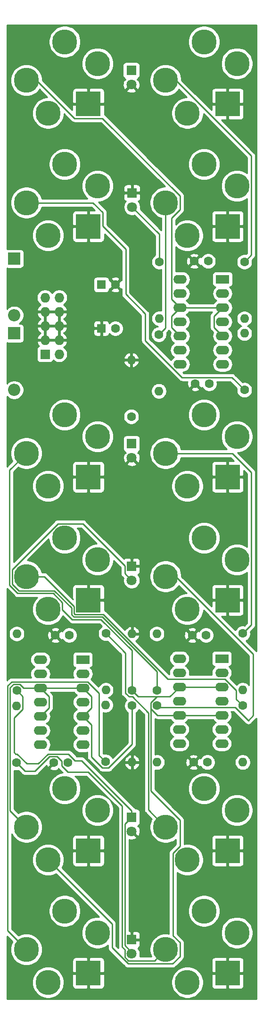
<source format=gbr>
%TF.GenerationSoftware,KiCad,Pcbnew,(5.1.9)-1*%
%TF.CreationDate,2021-09-13T19:49:26+01:00*%
%TF.ProjectId,KOSMO Mult,4b4f534d-4f20-44d7-956c-742e6b696361,rev?*%
%TF.SameCoordinates,Original*%
%TF.FileFunction,Copper,L2,Bot*%
%TF.FilePolarity,Positive*%
%FSLAX46Y46*%
G04 Gerber Fmt 4.6, Leading zero omitted, Abs format (unit mm)*
G04 Created by KiCad (PCBNEW (5.1.9)-1) date 2021-09-13 19:49:26*
%MOMM*%
%LPD*%
G01*
G04 APERTURE LIST*
%TA.AperFunction,ComponentPad*%
%ADD10C,1.600000*%
%TD*%
%TA.AperFunction,ComponentPad*%
%ADD11R,1.600000X1.600000*%
%TD*%
%TA.AperFunction,ComponentPad*%
%ADD12R,2.200000X2.200000*%
%TD*%
%TA.AperFunction,ComponentPad*%
%ADD13O,2.200000X2.200000*%
%TD*%
%TA.AperFunction,ComponentPad*%
%ADD14C,1.800000*%
%TD*%
%TA.AperFunction,ComponentPad*%
%ADD15R,1.800000X1.800000*%
%TD*%
%TA.AperFunction,ComponentPad*%
%ADD16C,4.500001*%
%TD*%
%TA.AperFunction,ComponentPad*%
%ADD17C,4.500000*%
%TD*%
%TA.AperFunction,ComponentPad*%
%ADD18R,4.500001X4.500001*%
%TD*%
%TA.AperFunction,ComponentPad*%
%ADD19R,1.727200X1.727200*%
%TD*%
%TA.AperFunction,ComponentPad*%
%ADD20O,1.727200X1.727200*%
%TD*%
%TA.AperFunction,ComponentPad*%
%ADD21O,1.600000X1.600000*%
%TD*%
%TA.AperFunction,ComponentPad*%
%ADD22R,2.400000X1.600000*%
%TD*%
%TA.AperFunction,ComponentPad*%
%ADD23O,2.400000X1.600000*%
%TD*%
%TA.AperFunction,Conductor*%
%ADD24C,0.250000*%
%TD*%
%TA.AperFunction,Conductor*%
%ADD25C,0.254000*%
%TD*%
%TA.AperFunction,Conductor*%
%ADD26C,0.100000*%
%TD*%
G04 APERTURE END LIST*
D10*
%TO.P,C1,1*%
%TO.N,GND*%
X51943000Y-58737500D03*
%TO.P,C1,2*%
%TO.N,+12V*%
X54443000Y-58737500D03*
%TD*%
%TO.P,C2,1*%
%TO.N,GND*%
X52133500Y-80708500D03*
%TO.P,C2,2*%
%TO.N,-12V*%
X54633500Y-80708500D03*
%TD*%
%TO.P,C3,1*%
%TO.N,GND*%
X51562000Y-125857000D03*
%TO.P,C3,2*%
%TO.N,+12V*%
X54062000Y-125857000D03*
%TD*%
%TO.P,C4,2*%
%TO.N,-12V*%
X54316000Y-148653500D03*
%TO.P,C4,1*%
%TO.N,GND*%
X51816000Y-148653500D03*
%TD*%
%TO.P,C5,2*%
%TO.N,+12V*%
X29487500Y-125857000D03*
%TO.P,C5,1*%
%TO.N,GND*%
X26987500Y-125857000D03*
%TD*%
%TO.P,C6,2*%
%TO.N,-12V*%
X29233500Y-148717000D03*
%TO.P,C6,1*%
%TO.N,GND*%
X26733500Y-148717000D03*
%TD*%
D11*
%TO.P,C7,1*%
%TO.N,+12V*%
X35270242Y-62949999D03*
D10*
%TO.P,C7,2*%
%TO.N,GND*%
X37770242Y-62949999D03*
%TD*%
%TO.P,C8,2*%
%TO.N,-12V*%
X37770242Y-70799999D03*
D11*
%TO.P,C8,1*%
%TO.N,GND*%
X35270242Y-70799999D03*
%TD*%
D12*
%TO.P,D1,1*%
%TO.N,+12V*%
X19621500Y-58293000D03*
D13*
%TO.P,D1,2*%
%TO.N,Net-(D1-Pad2)*%
X19621500Y-68453000D03*
%TD*%
%TO.P,D2,2*%
%TO.N,-12V*%
X19621500Y-81851500D03*
D12*
%TO.P,D2,1*%
%TO.N,Net-(D2-Pad1)*%
X19621500Y-71691500D03*
%TD*%
D14*
%TO.P,D3,2*%
%TO.N,GND*%
X40640000Y-27051000D03*
D15*
%TO.P,D3,1*%
%TO.N,Net-(D3-Pad1)*%
X40640000Y-24511000D03*
%TD*%
%TO.P,D4,1*%
%TO.N,GND*%
X40767000Y-46482000D03*
D14*
%TO.P,D4,2*%
%TO.N,Net-(D3-Pad1)*%
X40767000Y-49022000D03*
%TD*%
D15*
%TO.P,D5,1*%
%TO.N,Net-(D5-Pad1)*%
X40703500Y-91503500D03*
D14*
%TO.P,D5,2*%
%TO.N,GND*%
X40703500Y-94043500D03*
%TD*%
D15*
%TO.P,D6,1*%
%TO.N,GND*%
X40703500Y-113474500D03*
D14*
%TO.P,D6,2*%
%TO.N,Net-(D5-Pad1)*%
X40703500Y-116014500D03*
%TD*%
%TO.P,D7,2*%
%TO.N,GND*%
X40703500Y-161036000D03*
D15*
%TO.P,D7,1*%
%TO.N,Net-(D7-Pad1)*%
X40703500Y-158496000D03*
%TD*%
D14*
%TO.P,D8,2*%
%TO.N,Net-(D7-Pad1)*%
X40703500Y-183007000D03*
D15*
%TO.P,D8,1*%
%TO.N,GND*%
X40703500Y-180467000D03*
%TD*%
D16*
%TO.P,J1,RN*%
%TO.N,N/C*%
X34594000Y-23281000D03*
D17*
%TO.P,J1,TN*%
%TO.N,Net-(J1-PadTN)*%
X25694000Y-32181000D03*
D16*
%TO.P,J1,R*%
%TO.N,N/C*%
X28694000Y-19381000D03*
D18*
%TO.P,J1,S*%
%TO.N,GND*%
X32934000Y-30521000D03*
D17*
%TO.P,J1,T*%
%TO.N,Net-(J1-PadT)*%
X21794000Y-26281000D03*
%TD*%
%TO.P,J2,T*%
%TO.N,Net-(J2-PadT)*%
X46813000Y-26281000D03*
D18*
%TO.P,J2,S*%
%TO.N,GND*%
X57953000Y-30521000D03*
D16*
%TO.P,J2,R*%
%TO.N,N/C*%
X53713000Y-19381000D03*
D17*
%TO.P,J2,TN*%
%TO.N,Net-(J2-PadTN)*%
X50713000Y-32181000D03*
D16*
%TO.P,J2,RN*%
%TO.N,N/C*%
X59613000Y-23281000D03*
%TD*%
%TO.P,J3,RN*%
%TO.N,N/C*%
X34594000Y-45252000D03*
D17*
%TO.P,J3,TN*%
%TO.N,Net-(J3-PadTN)*%
X25694000Y-54152000D03*
D16*
%TO.P,J3,R*%
%TO.N,N/C*%
X28694000Y-41352000D03*
D18*
%TO.P,J3,S*%
%TO.N,GND*%
X32934000Y-52492000D03*
D17*
%TO.P,J3,T*%
%TO.N,Net-(J3-PadT)*%
X21794000Y-48252000D03*
%TD*%
D19*
%TO.P,J4,1*%
%TO.N,Net-(D2-Pad1)*%
X25146000Y-75438000D03*
D20*
%TO.P,J4,2*%
X27686000Y-75438000D03*
%TO.P,J4,3*%
%TO.N,GND*%
X25146000Y-72898000D03*
%TO.P,J4,4*%
X27686000Y-72898000D03*
%TO.P,J4,5*%
X25146000Y-70358000D03*
%TO.P,J4,6*%
X27686000Y-70358000D03*
%TO.P,J4,7*%
X25146000Y-67818000D03*
%TO.P,J4,8*%
X27686000Y-67818000D03*
%TO.P,J4,9*%
%TO.N,Net-(D1-Pad2)*%
X25146000Y-65278000D03*
%TO.P,J4,10*%
X27686000Y-65278000D03*
%TD*%
D17*
%TO.P,J5,T*%
%TO.N,Net-(J5-PadT)*%
X46813000Y-48252000D03*
D18*
%TO.P,J5,S*%
%TO.N,GND*%
X57953000Y-52492000D03*
D16*
%TO.P,J5,R*%
%TO.N,N/C*%
X53713000Y-41352000D03*
D17*
%TO.P,J5,TN*%
%TO.N,Net-(J5-PadTN)*%
X50713000Y-54152000D03*
D16*
%TO.P,J5,RN*%
%TO.N,N/C*%
X59613000Y-45252000D03*
%TD*%
D17*
%TO.P,J6,T*%
%TO.N,Net-(J10-PadTN)*%
X21794000Y-93210000D03*
D18*
%TO.P,J6,S*%
%TO.N,GND*%
X32934000Y-97450000D03*
D16*
%TO.P,J6,R*%
%TO.N,N/C*%
X28694000Y-86310000D03*
D17*
%TO.P,J6,TN*%
%TO.N,Net-(J1-PadT)*%
X25694000Y-99110000D03*
D16*
%TO.P,J6,RN*%
%TO.N,N/C*%
X34594000Y-90210000D03*
%TD*%
%TO.P,J7,RN*%
%TO.N,N/C*%
X59613000Y-90210000D03*
D17*
%TO.P,J7,TN*%
%TO.N,Net-(J7-PadTN)*%
X50713000Y-99110000D03*
D16*
%TO.P,J7,R*%
%TO.N,N/C*%
X53713000Y-86310000D03*
D18*
%TO.P,J7,S*%
%TO.N,GND*%
X57953000Y-97450000D03*
D17*
%TO.P,J7,T*%
%TO.N,Net-(J7-PadT)*%
X46813000Y-93210000D03*
%TD*%
%TO.P,J8,T*%
%TO.N,Net-(J8-PadT)*%
X21794000Y-115308000D03*
D18*
%TO.P,J8,S*%
%TO.N,GND*%
X32934000Y-119548000D03*
D16*
%TO.P,J8,R*%
%TO.N,N/C*%
X28694000Y-108408000D03*
D17*
%TO.P,J8,TN*%
%TO.N,Net-(J8-PadTN)*%
X25694000Y-121208000D03*
D16*
%TO.P,J8,RN*%
%TO.N,N/C*%
X34594000Y-112308000D03*
%TD*%
%TO.P,J9,RN*%
%TO.N,N/C*%
X59613000Y-112308000D03*
D17*
%TO.P,J9,TN*%
%TO.N,Net-(J9-PadTN)*%
X50713000Y-121208000D03*
D16*
%TO.P,J9,R*%
%TO.N,N/C*%
X53713000Y-108408000D03*
D18*
%TO.P,J9,S*%
%TO.N,GND*%
X57953000Y-119548000D03*
D17*
%TO.P,J9,T*%
%TO.N,Net-(J9-PadT)*%
X46813000Y-115308000D03*
%TD*%
D16*
%TO.P,J10,RN*%
%TO.N,N/C*%
X34594000Y-157266000D03*
D17*
%TO.P,J10,TN*%
%TO.N,Net-(J10-PadTN)*%
X25694000Y-166166000D03*
D16*
%TO.P,J10,R*%
%TO.N,N/C*%
X28694000Y-153366000D03*
D18*
%TO.P,J10,S*%
%TO.N,GND*%
X32934000Y-164506000D03*
D17*
%TO.P,J10,T*%
%TO.N,Net-(J10-PadT)*%
X21794000Y-160266000D03*
%TD*%
%TO.P,J11,T*%
%TO.N,Net-(J11-PadT)*%
X46813000Y-160266000D03*
D18*
%TO.P,J11,S*%
%TO.N,GND*%
X57953000Y-164506000D03*
D16*
%TO.P,J11,R*%
%TO.N,N/C*%
X53713000Y-153366000D03*
D17*
%TO.P,J11,TN*%
%TO.N,Net-(J11-PadTN)*%
X50713000Y-166166000D03*
D16*
%TO.P,J11,RN*%
%TO.N,N/C*%
X59613000Y-157266000D03*
%TD*%
%TO.P,J12,RN*%
%TO.N,N/C*%
X34594000Y-179237000D03*
D17*
%TO.P,J12,TN*%
%TO.N,Net-(J12-PadTN)*%
X25694000Y-188137000D03*
D16*
%TO.P,J12,R*%
%TO.N,N/C*%
X28694000Y-175337000D03*
D18*
%TO.P,J12,S*%
%TO.N,GND*%
X32934000Y-186477000D03*
D17*
%TO.P,J12,T*%
%TO.N,Net-(J12-PadT)*%
X21794000Y-182237000D03*
%TD*%
%TO.P,J13,T*%
%TO.N,Net-(J13-PadT)*%
X46813000Y-182237000D03*
D18*
%TO.P,J13,S*%
%TO.N,GND*%
X57953000Y-186477000D03*
D16*
%TO.P,J13,R*%
%TO.N,N/C*%
X53713000Y-175337000D03*
D17*
%TO.P,J13,TN*%
%TO.N,Net-(J13-PadTN)*%
X50713000Y-188137000D03*
D16*
%TO.P,J13,RN*%
%TO.N,N/C*%
X59613000Y-179237000D03*
%TD*%
D21*
%TO.P,R1,2*%
%TO.N,GND*%
X40640000Y-76454000D03*
D10*
%TO.P,R1,1*%
%TO.N,Net-(J1-PadT)*%
X40640000Y-86614000D03*
%TD*%
%TO.P,R2,1*%
%TO.N,Net-(J2-PadT)*%
X60960000Y-58864500D03*
D21*
%TO.P,R2,2*%
%TO.N,Net-(R2-Pad2)*%
X60960000Y-69024500D03*
%TD*%
%TO.P,R3,2*%
%TO.N,Net-(R3-Pad2)*%
X60960000Y-71691500D03*
D10*
%TO.P,R3,1*%
%TO.N,Net-(J3-PadT)*%
X60960000Y-81851500D03*
%TD*%
%TO.P,R4,1*%
%TO.N,Net-(J5-PadT)*%
X45593000Y-71882000D03*
D21*
%TO.P,R4,2*%
%TO.N,Net-(R4-Pad2)*%
X45593000Y-82042000D03*
%TD*%
%TO.P,R5,2*%
%TO.N,Net-(R5-Pad2)*%
X45656500Y-69024500D03*
D10*
%TO.P,R5,1*%
%TO.N,Net-(D3-Pad1)*%
X45656500Y-58864500D03*
%TD*%
%TO.P,R6,1*%
%TO.N,Net-(J10-PadTN)*%
X40767000Y-135763000D03*
D21*
%TO.P,R6,2*%
%TO.N,GND*%
X40767000Y-125603000D03*
%TD*%
%TO.P,R7,2*%
%TO.N,Net-(R7-Pad2)*%
X60642500Y-135699500D03*
D10*
%TO.P,R7,1*%
%TO.N,Net-(J7-PadT)*%
X60642500Y-125539500D03*
%TD*%
D21*
%TO.P,R8,2*%
%TO.N,Net-(R8-Pad2)*%
X60642500Y-148653500D03*
D10*
%TO.P,R8,1*%
%TO.N,Net-(J8-PadT)*%
X60642500Y-138493500D03*
%TD*%
%TO.P,R9,1*%
%TO.N,Net-(J9-PadT)*%
X45275500Y-138493500D03*
D21*
%TO.P,R9,2*%
%TO.N,Net-(R9-Pad2)*%
X45275500Y-148653500D03*
%TD*%
%TO.P,R10,2*%
%TO.N,Net-(R10-Pad2)*%
X45212000Y-125603000D03*
D10*
%TO.P,R10,1*%
%TO.N,Net-(D5-Pad1)*%
X45212000Y-135763000D03*
%TD*%
%TO.P,R11,1*%
%TO.N,Net-(J10-PadT)*%
X40767000Y-138493500D03*
D21*
%TO.P,R11,2*%
%TO.N,GND*%
X40767000Y-148653500D03*
%TD*%
%TO.P,R12,2*%
%TO.N,Net-(R12-Pad2)*%
X36068000Y-135699500D03*
D10*
%TO.P,R12,1*%
%TO.N,Net-(J11-PadT)*%
X36068000Y-125539500D03*
%TD*%
%TO.P,R13,1*%
%TO.N,Net-(J12-PadT)*%
X36004500Y-148526500D03*
D21*
%TO.P,R13,2*%
%TO.N,Net-(R13-Pad2)*%
X36004500Y-138366500D03*
%TD*%
%TO.P,R14,2*%
%TO.N,Net-(R14-Pad2)*%
X20002500Y-138557000D03*
D10*
%TO.P,R14,1*%
%TO.N,Net-(J13-PadT)*%
X20002500Y-148717000D03*
%TD*%
%TO.P,R15,1*%
%TO.N,Net-(D7-Pad1)*%
X20066000Y-135763000D03*
D21*
%TO.P,R15,2*%
%TO.N,Net-(R15-Pad2)*%
X20066000Y-125603000D03*
%TD*%
D22*
%TO.P,U1,1*%
%TO.N,Net-(R2-Pad2)*%
X57023000Y-61976000D03*
D23*
%TO.P,U1,8*%
%TO.N,Net-(R4-Pad2)*%
X49403000Y-77216000D03*
%TO.P,U1,2*%
%TO.N,Net-(R2-Pad2)*%
X57023000Y-64516000D03*
%TO.P,U1,9*%
%TO.N,Net-(R4-Pad2)*%
X49403000Y-74676000D03*
%TO.P,U1,3*%
%TO.N,Net-(J1-PadT)*%
X57023000Y-67056000D03*
%TO.P,U1,10*%
X49403000Y-72136000D03*
%TO.P,U1,4*%
%TO.N,+12V*%
X57023000Y-69596000D03*
%TO.P,U1,11*%
%TO.N,-12V*%
X49403000Y-69596000D03*
%TO.P,U1,5*%
%TO.N,Net-(J1-PadT)*%
X57023000Y-72136000D03*
%TO.P,U1,12*%
X49403000Y-67056000D03*
%TO.P,U1,6*%
%TO.N,Net-(R3-Pad2)*%
X57023000Y-74676000D03*
%TO.P,U1,13*%
%TO.N,Net-(R5-Pad2)*%
X49403000Y-64516000D03*
%TO.P,U1,7*%
%TO.N,Net-(R3-Pad2)*%
X57023000Y-77216000D03*
%TO.P,U1,14*%
%TO.N,Net-(R5-Pad2)*%
X49403000Y-61976000D03*
%TD*%
%TO.P,U2,14*%
%TO.N,Net-(R10-Pad2)*%
X49276000Y-130048000D03*
%TO.P,U2,7*%
%TO.N,Net-(R8-Pad2)*%
X56896000Y-145288000D03*
%TO.P,U2,13*%
%TO.N,Net-(R10-Pad2)*%
X49276000Y-132588000D03*
%TO.P,U2,6*%
%TO.N,Net-(R8-Pad2)*%
X56896000Y-142748000D03*
%TO.P,U2,12*%
%TO.N,Net-(J10-PadTN)*%
X49276000Y-135128000D03*
%TO.P,U2,5*%
X56896000Y-140208000D03*
%TO.P,U2,11*%
%TO.N,-12V*%
X49276000Y-137668000D03*
%TO.P,U2,4*%
%TO.N,+12V*%
X56896000Y-137668000D03*
%TO.P,U2,10*%
%TO.N,Net-(J10-PadTN)*%
X49276000Y-140208000D03*
%TO.P,U2,3*%
X56896000Y-135128000D03*
%TO.P,U2,9*%
%TO.N,Net-(R9-Pad2)*%
X49276000Y-142748000D03*
%TO.P,U2,2*%
%TO.N,Net-(R7-Pad2)*%
X56896000Y-132588000D03*
%TO.P,U2,8*%
%TO.N,Net-(R9-Pad2)*%
X49276000Y-145288000D03*
D22*
%TO.P,U2,1*%
%TO.N,Net-(R7-Pad2)*%
X56896000Y-130048000D03*
%TD*%
%TO.P,U3,1*%
%TO.N,Net-(R12-Pad2)*%
X31940500Y-130238500D03*
D23*
%TO.P,U3,8*%
%TO.N,Net-(R14-Pad2)*%
X24320500Y-145478500D03*
%TO.P,U3,2*%
%TO.N,Net-(R12-Pad2)*%
X31940500Y-132778500D03*
%TO.P,U3,9*%
%TO.N,Net-(R14-Pad2)*%
X24320500Y-142938500D03*
%TO.P,U3,3*%
%TO.N,Net-(J10-PadT)*%
X31940500Y-135318500D03*
%TO.P,U3,10*%
X24320500Y-140398500D03*
%TO.P,U3,4*%
%TO.N,+12V*%
X31940500Y-137858500D03*
%TO.P,U3,11*%
%TO.N,-12V*%
X24320500Y-137858500D03*
%TO.P,U3,5*%
%TO.N,Net-(J10-PadT)*%
X31940500Y-140398500D03*
%TO.P,U3,12*%
X24320500Y-135318500D03*
%TO.P,U3,6*%
%TO.N,Net-(R13-Pad2)*%
X31940500Y-142938500D03*
%TO.P,U3,13*%
%TO.N,Net-(R15-Pad2)*%
X24320500Y-132778500D03*
%TO.P,U3,7*%
%TO.N,Net-(R13-Pad2)*%
X31940500Y-145478500D03*
%TO.P,U3,14*%
%TO.N,Net-(R15-Pad2)*%
X24320500Y-130238500D03*
%TD*%
D24*
%TO.N,Net-(D3-Pad1)*%
X45656500Y-53911500D02*
X40767000Y-49022000D01*
X45656500Y-58864500D02*
X45656500Y-53911500D01*
%TO.N,Net-(D5-Pad1)*%
X40703500Y-116014500D02*
X39478499Y-114789499D01*
X20420112Y-117883001D02*
X26816414Y-117883001D01*
X35402928Y-122573014D02*
X45212000Y-132382087D01*
X39478499Y-113381497D02*
X31930001Y-105832999D01*
X19218999Y-116681888D02*
X20420112Y-117883001D01*
X27457999Y-105832999D02*
X19218999Y-114071999D01*
X19218999Y-114071999D02*
X19218999Y-116681888D01*
X26816414Y-117883001D02*
X29908988Y-120975575D01*
X29908988Y-120975575D02*
X29908988Y-122171668D01*
X39478499Y-114789499D02*
X39478499Y-113381497D01*
X29908988Y-122171668D02*
X30310332Y-122573012D01*
X45212000Y-132382087D02*
X45212000Y-135763000D01*
X31930001Y-105832999D02*
X27457999Y-105832999D01*
X30310332Y-122573012D02*
X35402928Y-122573014D01*
%TO.N,Net-(D7-Pad1)*%
X40703500Y-182730010D02*
X39478499Y-181505009D01*
X39478499Y-159721001D02*
X40703500Y-158496000D01*
X39478499Y-181505009D02*
X39478499Y-159721001D01*
X40703500Y-183007000D02*
X40703500Y-182730010D01*
X40703500Y-157330496D02*
X40703500Y-158496000D01*
X31735002Y-148361998D02*
X40703500Y-157330496D01*
X30543500Y-148361998D02*
X31735002Y-148361998D01*
X19572002Y-146861498D02*
X19852492Y-147141988D01*
X21127501Y-139097001D02*
X19572002Y-140652500D01*
X29323490Y-147141988D02*
X30543500Y-148361998D01*
X19572002Y-140652500D02*
X19572002Y-146861498D01*
X21127501Y-136824501D02*
X21127501Y-139097001D01*
X20066000Y-135763000D02*
X21127501Y-136824501D01*
X19852492Y-147141988D02*
X20078488Y-147141988D01*
X20078488Y-147141988D02*
X21844000Y-148907500D01*
X23900976Y-148907500D02*
X25666488Y-147141988D01*
X21844000Y-148907500D02*
X23900976Y-148907500D01*
X25666488Y-147141988D02*
X29323490Y-147141988D01*
%TO.N,Net-(J1-PadT)*%
X35468004Y-33096002D02*
X30420004Y-33096002D01*
X49388001Y-47015999D02*
X35468004Y-33096002D01*
X49388001Y-49488001D02*
X49388001Y-47015999D01*
X23605002Y-26281000D02*
X21794000Y-26281000D01*
X47877990Y-50998012D02*
X49388001Y-49488001D01*
X30420004Y-33096002D02*
X23605002Y-26281000D01*
X47877990Y-65530990D02*
X47877990Y-50998012D01*
X49403000Y-67056000D02*
X47877990Y-65530990D01*
X49403000Y-67056000D02*
X57023000Y-67056000D01*
X55497990Y-68581010D02*
X55497990Y-70610990D01*
X55497990Y-70610990D02*
X57023000Y-72136000D01*
X57023000Y-67056000D02*
X55497990Y-68581010D01*
X47877990Y-70610990D02*
X49403000Y-72136000D01*
X47877990Y-68581010D02*
X47877990Y-70610990D01*
X49403000Y-67056000D02*
X47877990Y-68581010D01*
%TO.N,Net-(J2-PadT)*%
X48624002Y-26281000D02*
X46813000Y-26281000D01*
X62188001Y-39844999D02*
X48624002Y-26281000D01*
X62188001Y-57636499D02*
X62188001Y-39844999D01*
X60960000Y-58864500D02*
X62188001Y-57636499D01*
%TO.N,Net-(J3-PadT)*%
X49779495Y-79583499D02*
X58691999Y-79583499D01*
X58691999Y-79583499D02*
X60960000Y-81851500D01*
X43172999Y-72977003D02*
X49779495Y-79583499D01*
X43172999Y-68206001D02*
X43172999Y-72977003D01*
X39624000Y-64657002D02*
X43172999Y-68206001D01*
X39624000Y-56578500D02*
X39624000Y-64657002D01*
X35509002Y-52463502D02*
X39624000Y-56578500D01*
X35509002Y-49981999D02*
X35509002Y-52463502D01*
X33779003Y-48252000D02*
X35509002Y-49981999D01*
X21794000Y-48252000D02*
X33779003Y-48252000D01*
%TO.N,Net-(J5-PadT)*%
X46781501Y-48283499D02*
X46813000Y-48252000D01*
X46781501Y-70693499D02*
X46781501Y-48283499D01*
X45593000Y-71882000D02*
X46781501Y-70693499D01*
%TO.N,Net-(J10-PadTN)*%
X41892001Y-136888001D02*
X47515999Y-136888001D01*
X40767000Y-135763000D02*
X41892001Y-136888001D01*
X44150499Y-139033501D02*
X45324998Y-140208000D01*
X45215997Y-136888001D02*
X44150499Y-137953499D01*
X47515999Y-136888001D02*
X45215997Y-136888001D01*
X49276000Y-135128000D02*
X47515999Y-136888001D01*
X49276000Y-135128000D02*
X56896000Y-135128000D01*
X49276000Y-140208000D02*
X56896000Y-140208000D01*
X45529500Y-140208000D02*
X49276000Y-140208000D01*
X45324998Y-140208000D02*
X45529500Y-140208000D01*
X26630014Y-118333012D02*
X20225512Y-118333012D01*
X30051198Y-123023022D02*
X28269001Y-121240825D01*
X35216527Y-123023023D02*
X30051198Y-123023022D01*
X40767000Y-128573496D02*
X35216527Y-123023023D01*
X40767000Y-135763000D02*
X40767000Y-128573496D01*
X28269001Y-119971999D02*
X26630014Y-118333012D01*
X28269001Y-121240825D02*
X28269001Y-119971999D01*
X18768988Y-96235012D02*
X21794000Y-93210000D01*
X18768988Y-116876488D02*
X18768988Y-96235012D01*
X20225512Y-118333012D02*
X18768988Y-116876488D01*
X44150499Y-138793001D02*
X44150499Y-139033501D01*
X44150499Y-137953499D02*
X44150499Y-138793001D01*
X44150499Y-153792497D02*
X44150499Y-150985001D01*
X49388001Y-159029999D02*
X44150499Y-153792497D01*
X49388001Y-163679997D02*
X49388001Y-159029999D01*
X48137999Y-164929999D02*
X49388001Y-163679997D01*
X48137999Y-179750997D02*
X48137999Y-164929999D01*
X48049001Y-184812001D02*
X49388001Y-183473001D01*
X49388001Y-181000999D02*
X48137999Y-179750997D01*
X40059088Y-184812001D02*
X48049001Y-184812001D01*
X37169001Y-181921914D02*
X40059088Y-184812001D01*
X49388001Y-183473001D02*
X49388001Y-181000999D01*
X37169001Y-177641001D02*
X37169001Y-181921914D01*
X44150499Y-150985001D02*
X44150499Y-138793001D01*
X25694000Y-166166000D02*
X37169001Y-177641001D01*
%TO.N,Net-(J7-PadT)*%
X62188001Y-123993999D02*
X62188001Y-96599998D01*
X58798003Y-93210000D02*
X46813000Y-93210000D01*
X62188001Y-96599998D02*
X58798003Y-93210000D01*
X60642500Y-125539500D02*
X62188001Y-123993999D01*
%TO.N,Net-(J8-PadT)*%
X59517499Y-135758495D02*
X59517499Y-137368499D01*
X57472014Y-133713010D02*
X59517499Y-135758495D01*
X59517499Y-137368499D02*
X60642500Y-138493500D01*
X47228830Y-133713010D02*
X57472014Y-133713010D01*
X35638822Y-122123002D02*
X47228830Y-133713010D01*
X30358999Y-121985269D02*
X30496732Y-122123002D01*
X30358999Y-120691019D02*
X30358999Y-121985269D01*
X24975980Y-115308000D02*
X30358999Y-120691019D01*
X30496732Y-122123002D02*
X35638822Y-122123002D01*
X21794000Y-115308000D02*
X24975980Y-115308000D01*
%TO.N,Net-(J9-PadT)*%
X59277008Y-138793010D02*
X61644498Y-141160500D01*
X45575010Y-138793010D02*
X59277008Y-138793010D01*
X45275500Y-138493500D02*
X45575010Y-138793010D01*
X61644498Y-141160500D02*
X62547500Y-140257498D01*
X48624002Y-115308000D02*
X46813000Y-115308000D01*
X62547500Y-129231498D02*
X48624002Y-115308000D01*
X62547500Y-140257498D02*
X62547500Y-129231498D01*
%TO.N,Net-(J10-PadT)*%
X31940500Y-135318500D02*
X24320500Y-135318500D01*
X25845510Y-136843510D02*
X24320500Y-135318500D01*
X25845510Y-138873490D02*
X25845510Y-136843510D01*
X24320500Y-140398500D02*
X25845510Y-138873490D01*
X18877499Y-135286499D02*
X18877499Y-157349499D01*
X19525999Y-134637999D02*
X18877499Y-135286499D01*
X20606001Y-134637999D02*
X19525999Y-134637999D01*
X24320500Y-135318500D02*
X21286502Y-135318500D01*
X18877499Y-157349499D02*
X21794000Y-160266000D01*
X21286502Y-135318500D02*
X20606001Y-134637999D01*
X40767000Y-145429002D02*
X40767000Y-138493500D01*
X36544501Y-149651501D02*
X40767000Y-145429002D01*
X35464499Y-149651501D02*
X36544501Y-149651501D01*
X33465510Y-147652512D02*
X35464499Y-149651501D01*
X33465510Y-141923510D02*
X33465510Y-147652512D01*
X31940500Y-140398500D02*
X33465510Y-141923510D01*
X33465510Y-138873490D02*
X31940500Y-140398500D01*
X33465510Y-136843510D02*
X33465510Y-138873490D01*
X31940500Y-135318500D02*
X33465510Y-136843510D01*
%TO.N,Net-(J11-PadT)*%
X39560500Y-136221502D02*
X39560500Y-129032000D01*
X39560500Y-129032000D02*
X36068000Y-125539500D01*
X40812501Y-136888001D02*
X40226999Y-136888001D01*
X40226999Y-136888001D02*
X39560500Y-136221502D01*
X43700488Y-139775988D02*
X40812501Y-136888001D01*
X43700488Y-157153488D02*
X43700488Y-139775988D01*
X46813000Y-160266000D02*
X43700488Y-157153488D01*
%TO.N,Net-(J12-PadT)*%
X21794000Y-182237000D02*
X18427488Y-178870488D01*
X32800992Y-134187988D02*
X34879499Y-136266495D01*
X18427488Y-178870488D02*
X18427488Y-134923601D01*
X34879499Y-147401499D02*
X36004500Y-148526500D01*
X18427488Y-134923601D02*
X19163101Y-134187988D01*
X19163101Y-134187988D02*
X32800992Y-134187988D01*
X34879499Y-136266495D02*
X34879499Y-147401499D01*
%TO.N,Net-(J13-PadT)*%
X28108499Y-149257001D02*
X28108499Y-148426997D01*
X28108499Y-148426997D02*
X27273501Y-147591999D01*
X32893000Y-150368000D02*
X29219498Y-150368000D01*
X39028490Y-156503490D02*
X32893000Y-150368000D01*
X39028490Y-181813403D02*
X39028490Y-156503490D01*
X39478499Y-183595001D02*
X39478499Y-182263412D01*
X40115499Y-184232001D02*
X39478499Y-183595001D01*
X44817999Y-184232001D02*
X40115499Y-184232001D01*
X29219498Y-150368000D02*
X28108499Y-149257001D01*
X39478499Y-182263412D02*
X39028490Y-181813403D01*
X46813000Y-182237000D02*
X44817999Y-184232001D01*
X20002500Y-148717000D02*
X21526500Y-150241000D01*
X23340498Y-150241000D02*
X25989499Y-147591999D01*
X21526500Y-150241000D02*
X23340498Y-150241000D01*
X27273501Y-147591999D02*
X25989499Y-147591999D01*
%TD*%
D25*
%TO.N,GND*%
X61080703Y-141671508D02*
X61104497Y-141700501D01*
X61133490Y-141724295D01*
X61133494Y-141724299D01*
X61204183Y-141782311D01*
X61220222Y-141795474D01*
X61352252Y-141866046D01*
X61418618Y-141886177D01*
X61495511Y-141909502D01*
X61644497Y-141924176D01*
X61644498Y-141924176D01*
X61793483Y-141909502D01*
X61936744Y-141866046D01*
X62068774Y-141795474D01*
X62155500Y-141724299D01*
X62155505Y-141724294D01*
X62184498Y-141700500D01*
X62208291Y-141671508D01*
X63058504Y-140821296D01*
X63087501Y-140797499D01*
X63094001Y-140789579D01*
X63094001Y-191110000D01*
X18313000Y-191110000D01*
X18313000Y-187852852D01*
X22809000Y-187852852D01*
X22809000Y-188421148D01*
X22919869Y-188978523D01*
X23137346Y-189503560D01*
X23453074Y-189976080D01*
X23854920Y-190377926D01*
X24327440Y-190693654D01*
X24852477Y-190911131D01*
X25409852Y-191022000D01*
X25978148Y-191022000D01*
X26535523Y-190911131D01*
X27060560Y-190693654D01*
X27533080Y-190377926D01*
X27934926Y-189976080D01*
X28250654Y-189503560D01*
X28468131Y-188978523D01*
X28518162Y-188727000D01*
X30045928Y-188727000D01*
X30058188Y-188851482D01*
X30094498Y-188971180D01*
X30153463Y-189081494D01*
X30232815Y-189178185D01*
X30329506Y-189257537D01*
X30439820Y-189316502D01*
X30559518Y-189352812D01*
X30684000Y-189365072D01*
X32648250Y-189362000D01*
X32807000Y-189203250D01*
X32807000Y-186604000D01*
X33061000Y-186604000D01*
X33061000Y-189203250D01*
X33219750Y-189362000D01*
X35184000Y-189365072D01*
X35308482Y-189352812D01*
X35428180Y-189316502D01*
X35538494Y-189257537D01*
X35635185Y-189178185D01*
X35714537Y-189081494D01*
X35773502Y-188971180D01*
X35809812Y-188851482D01*
X35822072Y-188727000D01*
X35820705Y-187852852D01*
X47828000Y-187852852D01*
X47828000Y-188421148D01*
X47938869Y-188978523D01*
X48156346Y-189503560D01*
X48472074Y-189976080D01*
X48873920Y-190377926D01*
X49346440Y-190693654D01*
X49871477Y-190911131D01*
X50428852Y-191022000D01*
X50997148Y-191022000D01*
X51554523Y-190911131D01*
X52079560Y-190693654D01*
X52552080Y-190377926D01*
X52953926Y-189976080D01*
X53269654Y-189503560D01*
X53487131Y-188978523D01*
X53537162Y-188727000D01*
X55064928Y-188727000D01*
X55077188Y-188851482D01*
X55113498Y-188971180D01*
X55172463Y-189081494D01*
X55251815Y-189178185D01*
X55348506Y-189257537D01*
X55458820Y-189316502D01*
X55578518Y-189352812D01*
X55703000Y-189365072D01*
X57667250Y-189362000D01*
X57826000Y-189203250D01*
X57826000Y-186604000D01*
X58080000Y-186604000D01*
X58080000Y-189203250D01*
X58238750Y-189362000D01*
X60203000Y-189365072D01*
X60327482Y-189352812D01*
X60447180Y-189316502D01*
X60557494Y-189257537D01*
X60654185Y-189178185D01*
X60733537Y-189081494D01*
X60792502Y-188971180D01*
X60828812Y-188851482D01*
X60841072Y-188727000D01*
X60838000Y-186762750D01*
X60679250Y-186604000D01*
X58080000Y-186604000D01*
X57826000Y-186604000D01*
X55226750Y-186604000D01*
X55068000Y-186762750D01*
X55064928Y-188727000D01*
X53537162Y-188727000D01*
X53598000Y-188421148D01*
X53598000Y-187852852D01*
X53487131Y-187295477D01*
X53269654Y-186770440D01*
X52953926Y-186297920D01*
X52552080Y-185896074D01*
X52079560Y-185580346D01*
X51554523Y-185362869D01*
X50997148Y-185252000D01*
X50428852Y-185252000D01*
X49871477Y-185362869D01*
X49346440Y-185580346D01*
X48873920Y-185896074D01*
X48472074Y-186297920D01*
X48156346Y-186770440D01*
X47938869Y-187295477D01*
X47828000Y-187852852D01*
X35820705Y-187852852D01*
X35819000Y-186762750D01*
X35660250Y-186604000D01*
X33061000Y-186604000D01*
X32807000Y-186604000D01*
X30207750Y-186604000D01*
X30049000Y-186762750D01*
X30045928Y-188727000D01*
X28518162Y-188727000D01*
X28579000Y-188421148D01*
X28579000Y-187852852D01*
X28468131Y-187295477D01*
X28250654Y-186770440D01*
X27934926Y-186297920D01*
X27533080Y-185896074D01*
X27060560Y-185580346D01*
X26535523Y-185362869D01*
X25978148Y-185252000D01*
X25409852Y-185252000D01*
X24852477Y-185362869D01*
X24327440Y-185580346D01*
X23854920Y-185896074D01*
X23453074Y-186297920D01*
X23137346Y-186770440D01*
X22919869Y-187295477D01*
X22809000Y-187852852D01*
X18313000Y-187852852D01*
X18313000Y-179830801D01*
X19283526Y-180801327D01*
X19237346Y-180870440D01*
X19019869Y-181395477D01*
X18909000Y-181952852D01*
X18909000Y-182521148D01*
X19019869Y-183078523D01*
X19237346Y-183603560D01*
X19553074Y-184076080D01*
X19954920Y-184477926D01*
X20427440Y-184793654D01*
X20952477Y-185011131D01*
X21509852Y-185122000D01*
X22078148Y-185122000D01*
X22635523Y-185011131D01*
X23160560Y-184793654D01*
X23633080Y-184477926D01*
X23884006Y-184227000D01*
X30045928Y-184227000D01*
X30049000Y-186191250D01*
X30207750Y-186350000D01*
X32807000Y-186350000D01*
X32807000Y-183750750D01*
X33061000Y-183750750D01*
X33061000Y-186350000D01*
X35660250Y-186350000D01*
X35819000Y-186191250D01*
X35822072Y-184227000D01*
X35809812Y-184102518D01*
X35773502Y-183982820D01*
X35714537Y-183872506D01*
X35635185Y-183775815D01*
X35538494Y-183696463D01*
X35428180Y-183637498D01*
X35308482Y-183601188D01*
X35184000Y-183588928D01*
X33219750Y-183592000D01*
X33061000Y-183750750D01*
X32807000Y-183750750D01*
X32648250Y-183592000D01*
X30684000Y-183588928D01*
X30559518Y-183601188D01*
X30439820Y-183637498D01*
X30329506Y-183696463D01*
X30232815Y-183775815D01*
X30153463Y-183872506D01*
X30094498Y-183982820D01*
X30058188Y-184102518D01*
X30045928Y-184227000D01*
X23884006Y-184227000D01*
X24034926Y-184076080D01*
X24350654Y-183603560D01*
X24568131Y-183078523D01*
X24679000Y-182521148D01*
X24679000Y-181952852D01*
X24568131Y-181395477D01*
X24350654Y-180870440D01*
X24034926Y-180397920D01*
X23633080Y-179996074D01*
X23160560Y-179680346D01*
X22635523Y-179462869D01*
X22078148Y-179352000D01*
X21509852Y-179352000D01*
X20952477Y-179462869D01*
X20427440Y-179680346D01*
X20358327Y-179726526D01*
X19187488Y-178555687D01*
X19187488Y-175052852D01*
X25809000Y-175052852D01*
X25809000Y-175621148D01*
X25919869Y-176178523D01*
X26137346Y-176703560D01*
X26453074Y-177176080D01*
X26854920Y-177577926D01*
X27327440Y-177893654D01*
X27852477Y-178111131D01*
X28409852Y-178222000D01*
X28978148Y-178222000D01*
X29535523Y-178111131D01*
X30060560Y-177893654D01*
X30533080Y-177577926D01*
X30934926Y-177176080D01*
X31250654Y-176703560D01*
X31468131Y-176178523D01*
X31579000Y-175621148D01*
X31579000Y-175052852D01*
X31468131Y-174495477D01*
X31250654Y-173970440D01*
X30934926Y-173497920D01*
X30533080Y-173096074D01*
X30060560Y-172780346D01*
X29535523Y-172562869D01*
X28978148Y-172452000D01*
X28409852Y-172452000D01*
X27852477Y-172562869D01*
X27327440Y-172780346D01*
X26854920Y-173096074D01*
X26453074Y-173497920D01*
X26137346Y-173970440D01*
X25919869Y-174495477D01*
X25809000Y-175052852D01*
X19187488Y-175052852D01*
X19187488Y-161512192D01*
X19237346Y-161632560D01*
X19553074Y-162105080D01*
X19954920Y-162506926D01*
X20427440Y-162822654D01*
X20952477Y-163040131D01*
X21509852Y-163151000D01*
X22078148Y-163151000D01*
X22635523Y-163040131D01*
X23160560Y-162822654D01*
X23633080Y-162506926D01*
X23884006Y-162256000D01*
X30045928Y-162256000D01*
X30049000Y-164220250D01*
X30207750Y-164379000D01*
X32807000Y-164379000D01*
X32807000Y-161779750D01*
X33061000Y-161779750D01*
X33061000Y-164379000D01*
X35660250Y-164379000D01*
X35819000Y-164220250D01*
X35822072Y-162256000D01*
X35809812Y-162131518D01*
X35773502Y-162011820D01*
X35714537Y-161901506D01*
X35635185Y-161804815D01*
X35538494Y-161725463D01*
X35428180Y-161666498D01*
X35308482Y-161630188D01*
X35184000Y-161617928D01*
X33219750Y-161621000D01*
X33061000Y-161779750D01*
X32807000Y-161779750D01*
X32648250Y-161621000D01*
X30684000Y-161617928D01*
X30559518Y-161630188D01*
X30439820Y-161666498D01*
X30329506Y-161725463D01*
X30232815Y-161804815D01*
X30153463Y-161901506D01*
X30094498Y-162011820D01*
X30058188Y-162131518D01*
X30045928Y-162256000D01*
X23884006Y-162256000D01*
X24034926Y-162105080D01*
X24350654Y-161632560D01*
X24568131Y-161107523D01*
X24679000Y-160550148D01*
X24679000Y-159981852D01*
X24568131Y-159424477D01*
X24350654Y-158899440D01*
X24034926Y-158426920D01*
X23633080Y-158025074D01*
X23160560Y-157709346D01*
X22635523Y-157491869D01*
X22078148Y-157381000D01*
X21509852Y-157381000D01*
X20952477Y-157491869D01*
X20427440Y-157709346D01*
X20358327Y-157755526D01*
X19637499Y-157034698D01*
X19637499Y-156981852D01*
X31709000Y-156981852D01*
X31709000Y-157550148D01*
X31819869Y-158107523D01*
X32037346Y-158632560D01*
X32353074Y-159105080D01*
X32754920Y-159506926D01*
X33227440Y-159822654D01*
X33752477Y-160040131D01*
X34309852Y-160151000D01*
X34878148Y-160151000D01*
X35435523Y-160040131D01*
X35960560Y-159822654D01*
X36433080Y-159506926D01*
X36834926Y-159105080D01*
X37150654Y-158632560D01*
X37368131Y-158107523D01*
X37479000Y-157550148D01*
X37479000Y-156981852D01*
X37368131Y-156424477D01*
X37150654Y-155899440D01*
X36834926Y-155426920D01*
X36433080Y-155025074D01*
X35960560Y-154709346D01*
X35435523Y-154491869D01*
X34878148Y-154381000D01*
X34309852Y-154381000D01*
X33752477Y-154491869D01*
X33227440Y-154709346D01*
X32754920Y-155025074D01*
X32353074Y-155426920D01*
X32037346Y-155899440D01*
X31819869Y-156424477D01*
X31709000Y-156981852D01*
X19637499Y-156981852D01*
X19637499Y-150107509D01*
X19861165Y-150152000D01*
X20143835Y-150152000D01*
X20326386Y-150115688D01*
X20962705Y-150752008D01*
X20986499Y-150781001D01*
X21015492Y-150804795D01*
X21015496Y-150804799D01*
X21086185Y-150862811D01*
X21102224Y-150875974D01*
X21234253Y-150946546D01*
X21377514Y-150990003D01*
X21489167Y-151001000D01*
X21489176Y-151001000D01*
X21526499Y-151004676D01*
X21563822Y-151001000D01*
X23303176Y-151001000D01*
X23340498Y-151004676D01*
X23377820Y-151001000D01*
X23377831Y-151001000D01*
X23489484Y-150990003D01*
X23632745Y-150946546D01*
X23764774Y-150875974D01*
X23880499Y-150781001D01*
X23904302Y-150751997D01*
X25401741Y-149254559D01*
X25429897Y-149333292D01*
X25496829Y-149458514D01*
X25740798Y-149530097D01*
X26553895Y-148717000D01*
X26539753Y-148702858D01*
X26719358Y-148523253D01*
X26733500Y-148537395D01*
X26747643Y-148523253D01*
X26927248Y-148702858D01*
X26913105Y-148717000D01*
X26927248Y-148731143D01*
X26747643Y-148910748D01*
X26733500Y-148896605D01*
X25920403Y-149709702D01*
X25991986Y-149953671D01*
X26247496Y-150074571D01*
X26521684Y-150143300D01*
X26804012Y-150157217D01*
X27083630Y-150115787D01*
X27349792Y-150020603D01*
X27475014Y-149953671D01*
X27533496Y-149754352D01*
X27568498Y-149797002D01*
X27597501Y-149820805D01*
X28282941Y-150506244D01*
X27852477Y-150591869D01*
X27327440Y-150809346D01*
X26854920Y-151125074D01*
X26453074Y-151526920D01*
X26137346Y-151999440D01*
X25919869Y-152524477D01*
X25809000Y-153081852D01*
X25809000Y-153650148D01*
X25919869Y-154207523D01*
X26137346Y-154732560D01*
X26453074Y-155205080D01*
X26854920Y-155606926D01*
X27327440Y-155922654D01*
X27852477Y-156140131D01*
X28409852Y-156251000D01*
X28978148Y-156251000D01*
X29535523Y-156140131D01*
X30060560Y-155922654D01*
X30533080Y-155606926D01*
X30934926Y-155205080D01*
X31250654Y-154732560D01*
X31468131Y-154207523D01*
X31579000Y-153650148D01*
X31579000Y-153081852D01*
X31468131Y-152524477D01*
X31250654Y-151999440D01*
X30934926Y-151526920D01*
X30536006Y-151128000D01*
X32578199Y-151128000D01*
X38268491Y-156818293D01*
X38268490Y-181776081D01*
X38264814Y-181813403D01*
X38268490Y-181850725D01*
X38268490Y-181850735D01*
X38278964Y-181957076D01*
X37929001Y-181607113D01*
X37929001Y-177678323D01*
X37932677Y-177641000D01*
X37929001Y-177603677D01*
X37929001Y-177603668D01*
X37918004Y-177492015D01*
X37874547Y-177348754D01*
X37803976Y-177216726D01*
X37803975Y-177216724D01*
X37732800Y-177129998D01*
X37709002Y-177101000D01*
X37680005Y-177077203D01*
X28204474Y-167601673D01*
X28250654Y-167532560D01*
X28468131Y-167007523D01*
X28518162Y-166756000D01*
X30045928Y-166756000D01*
X30058188Y-166880482D01*
X30094498Y-167000180D01*
X30153463Y-167110494D01*
X30232815Y-167207185D01*
X30329506Y-167286537D01*
X30439820Y-167345502D01*
X30559518Y-167381812D01*
X30684000Y-167394072D01*
X32648250Y-167391000D01*
X32807000Y-167232250D01*
X32807000Y-164633000D01*
X33061000Y-164633000D01*
X33061000Y-167232250D01*
X33219750Y-167391000D01*
X35184000Y-167394072D01*
X35308482Y-167381812D01*
X35428180Y-167345502D01*
X35538494Y-167286537D01*
X35635185Y-167207185D01*
X35714537Y-167110494D01*
X35773502Y-167000180D01*
X35809812Y-166880482D01*
X35822072Y-166756000D01*
X35819000Y-164791750D01*
X35660250Y-164633000D01*
X33061000Y-164633000D01*
X32807000Y-164633000D01*
X30207750Y-164633000D01*
X30049000Y-164791750D01*
X30045928Y-166756000D01*
X28518162Y-166756000D01*
X28579000Y-166450148D01*
X28579000Y-165881852D01*
X28468131Y-165324477D01*
X28250654Y-164799440D01*
X27934926Y-164326920D01*
X27533080Y-163925074D01*
X27060560Y-163609346D01*
X26535523Y-163391869D01*
X25978148Y-163281000D01*
X25409852Y-163281000D01*
X24852477Y-163391869D01*
X24327440Y-163609346D01*
X23854920Y-163925074D01*
X23453074Y-164326920D01*
X23137346Y-164799440D01*
X22919869Y-165324477D01*
X22809000Y-165881852D01*
X22809000Y-166450148D01*
X22919869Y-167007523D01*
X23137346Y-167532560D01*
X23453074Y-168005080D01*
X23854920Y-168406926D01*
X24327440Y-168722654D01*
X24852477Y-168940131D01*
X25409852Y-169051000D01*
X25978148Y-169051000D01*
X26535523Y-168940131D01*
X27060560Y-168722654D01*
X27129673Y-168676474D01*
X34805198Y-176352000D01*
X34309852Y-176352000D01*
X33752477Y-176462869D01*
X33227440Y-176680346D01*
X32754920Y-176996074D01*
X32353074Y-177397920D01*
X32037346Y-177870440D01*
X31819869Y-178395477D01*
X31709000Y-178952852D01*
X31709000Y-179521148D01*
X31819869Y-180078523D01*
X32037346Y-180603560D01*
X32353074Y-181076080D01*
X32754920Y-181477926D01*
X33227440Y-181793654D01*
X33752477Y-182011131D01*
X34309852Y-182122000D01*
X34878148Y-182122000D01*
X35435523Y-182011131D01*
X35960560Y-181793654D01*
X36409002Y-181494014D01*
X36409002Y-181884582D01*
X36405325Y-181921914D01*
X36409002Y-181959247D01*
X36419999Y-182070900D01*
X36430540Y-182105649D01*
X36463455Y-182214160D01*
X36534027Y-182346190D01*
X36588363Y-182412398D01*
X36629001Y-182461915D01*
X36657999Y-182485713D01*
X39495289Y-185323004D01*
X39519087Y-185352002D01*
X39634812Y-185446975D01*
X39766841Y-185517547D01*
X39910102Y-185561004D01*
X40021755Y-185572001D01*
X40021764Y-185572001D01*
X40059087Y-185575677D01*
X40096410Y-185572001D01*
X48011679Y-185572001D01*
X48049001Y-185575677D01*
X48086323Y-185572001D01*
X48086334Y-185572001D01*
X48197987Y-185561004D01*
X48341248Y-185517547D01*
X48473277Y-185446975D01*
X48589002Y-185352002D01*
X48612805Y-185322998D01*
X49708803Y-184227000D01*
X55064928Y-184227000D01*
X55068000Y-186191250D01*
X55226750Y-186350000D01*
X57826000Y-186350000D01*
X57826000Y-183750750D01*
X58080000Y-183750750D01*
X58080000Y-186350000D01*
X60679250Y-186350000D01*
X60838000Y-186191250D01*
X60841072Y-184227000D01*
X60828812Y-184102518D01*
X60792502Y-183982820D01*
X60733537Y-183872506D01*
X60654185Y-183775815D01*
X60557494Y-183696463D01*
X60447180Y-183637498D01*
X60327482Y-183601188D01*
X60203000Y-183588928D01*
X58238750Y-183592000D01*
X58080000Y-183750750D01*
X57826000Y-183750750D01*
X57667250Y-183592000D01*
X55703000Y-183588928D01*
X55578518Y-183601188D01*
X55458820Y-183637498D01*
X55348506Y-183696463D01*
X55251815Y-183775815D01*
X55172463Y-183872506D01*
X55113498Y-183982820D01*
X55077188Y-184102518D01*
X55064928Y-184227000D01*
X49708803Y-184227000D01*
X49899005Y-184036799D01*
X49928002Y-184013002D01*
X49954333Y-183980918D01*
X50022975Y-183897278D01*
X50093547Y-183765248D01*
X50099996Y-183743987D01*
X50137004Y-183621987D01*
X50148001Y-183510334D01*
X50148001Y-183510324D01*
X50151677Y-183473001D01*
X50148001Y-183435678D01*
X50148001Y-181038324D01*
X50151677Y-181000999D01*
X50148001Y-180963674D01*
X50148001Y-180963666D01*
X50137004Y-180852013D01*
X50093547Y-180708752D01*
X50022975Y-180576723D01*
X49928002Y-180460998D01*
X49899004Y-180437200D01*
X48897999Y-179436196D01*
X48897999Y-178952852D01*
X56728000Y-178952852D01*
X56728000Y-179521148D01*
X56838869Y-180078523D01*
X57056346Y-180603560D01*
X57372074Y-181076080D01*
X57773920Y-181477926D01*
X58246440Y-181793654D01*
X58771477Y-182011131D01*
X59328852Y-182122000D01*
X59897148Y-182122000D01*
X60454523Y-182011131D01*
X60979560Y-181793654D01*
X61452080Y-181477926D01*
X61853926Y-181076080D01*
X62169654Y-180603560D01*
X62387131Y-180078523D01*
X62498000Y-179521148D01*
X62498000Y-178952852D01*
X62387131Y-178395477D01*
X62169654Y-177870440D01*
X61853926Y-177397920D01*
X61452080Y-176996074D01*
X60979560Y-176680346D01*
X60454523Y-176462869D01*
X59897148Y-176352000D01*
X59328852Y-176352000D01*
X58771477Y-176462869D01*
X58246440Y-176680346D01*
X57773920Y-176996074D01*
X57372074Y-177397920D01*
X57056346Y-177870440D01*
X56838869Y-178395477D01*
X56728000Y-178952852D01*
X48897999Y-178952852D01*
X48897999Y-175052852D01*
X50828000Y-175052852D01*
X50828000Y-175621148D01*
X50938869Y-176178523D01*
X51156346Y-176703560D01*
X51472074Y-177176080D01*
X51873920Y-177577926D01*
X52346440Y-177893654D01*
X52871477Y-178111131D01*
X53428852Y-178222000D01*
X53997148Y-178222000D01*
X54554523Y-178111131D01*
X55079560Y-177893654D01*
X55552080Y-177577926D01*
X55953926Y-177176080D01*
X56269654Y-176703560D01*
X56487131Y-176178523D01*
X56598000Y-175621148D01*
X56598000Y-175052852D01*
X56487131Y-174495477D01*
X56269654Y-173970440D01*
X55953926Y-173497920D01*
X55552080Y-173096074D01*
X55079560Y-172780346D01*
X54554523Y-172562869D01*
X53997148Y-172452000D01*
X53428852Y-172452000D01*
X52871477Y-172562869D01*
X52346440Y-172780346D01*
X51873920Y-173096074D01*
X51472074Y-173497920D01*
X51156346Y-173970440D01*
X50938869Y-174495477D01*
X50828000Y-175052852D01*
X48897999Y-175052852D01*
X48897999Y-168423015D01*
X49346440Y-168722654D01*
X49871477Y-168940131D01*
X50428852Y-169051000D01*
X50997148Y-169051000D01*
X51554523Y-168940131D01*
X52079560Y-168722654D01*
X52552080Y-168406926D01*
X52953926Y-168005080D01*
X53269654Y-167532560D01*
X53487131Y-167007523D01*
X53537162Y-166756000D01*
X55064928Y-166756000D01*
X55077188Y-166880482D01*
X55113498Y-167000180D01*
X55172463Y-167110494D01*
X55251815Y-167207185D01*
X55348506Y-167286537D01*
X55458820Y-167345502D01*
X55578518Y-167381812D01*
X55703000Y-167394072D01*
X57667250Y-167391000D01*
X57826000Y-167232250D01*
X57826000Y-164633000D01*
X58080000Y-164633000D01*
X58080000Y-167232250D01*
X58238750Y-167391000D01*
X60203000Y-167394072D01*
X60327482Y-167381812D01*
X60447180Y-167345502D01*
X60557494Y-167286537D01*
X60654185Y-167207185D01*
X60733537Y-167110494D01*
X60792502Y-167000180D01*
X60828812Y-166880482D01*
X60841072Y-166756000D01*
X60838000Y-164791750D01*
X60679250Y-164633000D01*
X58080000Y-164633000D01*
X57826000Y-164633000D01*
X55226750Y-164633000D01*
X55068000Y-164791750D01*
X55064928Y-166756000D01*
X53537162Y-166756000D01*
X53598000Y-166450148D01*
X53598000Y-165881852D01*
X53487131Y-165324477D01*
X53269654Y-164799440D01*
X52953926Y-164326920D01*
X52552080Y-163925074D01*
X52079560Y-163609346D01*
X51554523Y-163391869D01*
X50997148Y-163281000D01*
X50428852Y-163281000D01*
X50148001Y-163336865D01*
X50148001Y-162256000D01*
X55064928Y-162256000D01*
X55068000Y-164220250D01*
X55226750Y-164379000D01*
X57826000Y-164379000D01*
X57826000Y-161779750D01*
X58080000Y-161779750D01*
X58080000Y-164379000D01*
X60679250Y-164379000D01*
X60838000Y-164220250D01*
X60841072Y-162256000D01*
X60828812Y-162131518D01*
X60792502Y-162011820D01*
X60733537Y-161901506D01*
X60654185Y-161804815D01*
X60557494Y-161725463D01*
X60447180Y-161666498D01*
X60327482Y-161630188D01*
X60203000Y-161617928D01*
X58238750Y-161621000D01*
X58080000Y-161779750D01*
X57826000Y-161779750D01*
X57667250Y-161621000D01*
X55703000Y-161617928D01*
X55578518Y-161630188D01*
X55458820Y-161666498D01*
X55348506Y-161725463D01*
X55251815Y-161804815D01*
X55172463Y-161901506D01*
X55113498Y-162011820D01*
X55077188Y-162131518D01*
X55064928Y-162256000D01*
X50148001Y-162256000D01*
X50148001Y-159067321D01*
X50151677Y-159029998D01*
X50148001Y-158992675D01*
X50148001Y-158992666D01*
X50137004Y-158881013D01*
X50093547Y-158737752D01*
X50022975Y-158605723D01*
X49928002Y-158489998D01*
X49899004Y-158466200D01*
X48414656Y-156981852D01*
X56728000Y-156981852D01*
X56728000Y-157550148D01*
X56838869Y-158107523D01*
X57056346Y-158632560D01*
X57372074Y-159105080D01*
X57773920Y-159506926D01*
X58246440Y-159822654D01*
X58771477Y-160040131D01*
X59328852Y-160151000D01*
X59897148Y-160151000D01*
X60454523Y-160040131D01*
X60979560Y-159822654D01*
X61452080Y-159506926D01*
X61853926Y-159105080D01*
X62169654Y-158632560D01*
X62387131Y-158107523D01*
X62498000Y-157550148D01*
X62498000Y-156981852D01*
X62387131Y-156424477D01*
X62169654Y-155899440D01*
X61853926Y-155426920D01*
X61452080Y-155025074D01*
X60979560Y-154709346D01*
X60454523Y-154491869D01*
X59897148Y-154381000D01*
X59328852Y-154381000D01*
X58771477Y-154491869D01*
X58246440Y-154709346D01*
X57773920Y-155025074D01*
X57372074Y-155426920D01*
X57056346Y-155899440D01*
X56838869Y-156424477D01*
X56728000Y-156981852D01*
X48414656Y-156981852D01*
X44910499Y-153477696D01*
X44910499Y-153081852D01*
X50828000Y-153081852D01*
X50828000Y-153650148D01*
X50938869Y-154207523D01*
X51156346Y-154732560D01*
X51472074Y-155205080D01*
X51873920Y-155606926D01*
X52346440Y-155922654D01*
X52871477Y-156140131D01*
X53428852Y-156251000D01*
X53997148Y-156251000D01*
X54554523Y-156140131D01*
X55079560Y-155922654D01*
X55552080Y-155606926D01*
X55953926Y-155205080D01*
X56269654Y-154732560D01*
X56487131Y-154207523D01*
X56598000Y-153650148D01*
X56598000Y-153081852D01*
X56487131Y-152524477D01*
X56269654Y-151999440D01*
X55953926Y-151526920D01*
X55552080Y-151125074D01*
X55079560Y-150809346D01*
X54554523Y-150591869D01*
X53997148Y-150481000D01*
X53428852Y-150481000D01*
X52871477Y-150591869D01*
X52346440Y-150809346D01*
X51873920Y-151125074D01*
X51472074Y-151526920D01*
X51156346Y-151999440D01*
X50938869Y-152524477D01*
X50828000Y-153081852D01*
X44910499Y-153081852D01*
X44910499Y-150044009D01*
X45134165Y-150088500D01*
X45416835Y-150088500D01*
X45694074Y-150033353D01*
X45955227Y-149925180D01*
X46190259Y-149768137D01*
X46312194Y-149646202D01*
X51002903Y-149646202D01*
X51074486Y-149890171D01*
X51329996Y-150011071D01*
X51604184Y-150079800D01*
X51886512Y-150093717D01*
X52166130Y-150052287D01*
X52432292Y-149957103D01*
X52557514Y-149890171D01*
X52629097Y-149646202D01*
X51816000Y-148833105D01*
X51002903Y-149646202D01*
X46312194Y-149646202D01*
X46390137Y-149568259D01*
X46547180Y-149333227D01*
X46655353Y-149072074D01*
X46710500Y-148794835D01*
X46710500Y-148724012D01*
X50375783Y-148724012D01*
X50417213Y-149003630D01*
X50512397Y-149269792D01*
X50579329Y-149395014D01*
X50823298Y-149466597D01*
X51636395Y-148653500D01*
X51995605Y-148653500D01*
X52808702Y-149466597D01*
X53052671Y-149395014D01*
X53066324Y-149366159D01*
X53201363Y-149568259D01*
X53401241Y-149768137D01*
X53636273Y-149925180D01*
X53897426Y-150033353D01*
X54174665Y-150088500D01*
X54457335Y-150088500D01*
X54734574Y-150033353D01*
X54995727Y-149925180D01*
X55230759Y-149768137D01*
X55430637Y-149568259D01*
X55587680Y-149333227D01*
X55695853Y-149072074D01*
X55751000Y-148794835D01*
X55751000Y-148512165D01*
X59207500Y-148512165D01*
X59207500Y-148794835D01*
X59262647Y-149072074D01*
X59370820Y-149333227D01*
X59527863Y-149568259D01*
X59727741Y-149768137D01*
X59962773Y-149925180D01*
X60223926Y-150033353D01*
X60501165Y-150088500D01*
X60783835Y-150088500D01*
X61061074Y-150033353D01*
X61322227Y-149925180D01*
X61557259Y-149768137D01*
X61757137Y-149568259D01*
X61914180Y-149333227D01*
X62022353Y-149072074D01*
X62077500Y-148794835D01*
X62077500Y-148512165D01*
X62022353Y-148234926D01*
X61914180Y-147973773D01*
X61757137Y-147738741D01*
X61557259Y-147538863D01*
X61322227Y-147381820D01*
X61061074Y-147273647D01*
X60783835Y-147218500D01*
X60501165Y-147218500D01*
X60223926Y-147273647D01*
X59962773Y-147381820D01*
X59727741Y-147538863D01*
X59527863Y-147738741D01*
X59370820Y-147973773D01*
X59262647Y-148234926D01*
X59207500Y-148512165D01*
X55751000Y-148512165D01*
X55695853Y-148234926D01*
X55587680Y-147973773D01*
X55430637Y-147738741D01*
X55230759Y-147538863D01*
X54995727Y-147381820D01*
X54734574Y-147273647D01*
X54457335Y-147218500D01*
X54174665Y-147218500D01*
X53897426Y-147273647D01*
X53636273Y-147381820D01*
X53401241Y-147538863D01*
X53201363Y-147738741D01*
X53067308Y-147939369D01*
X53052671Y-147911986D01*
X52808702Y-147840403D01*
X51995605Y-148653500D01*
X51636395Y-148653500D01*
X50823298Y-147840403D01*
X50579329Y-147911986D01*
X50458429Y-148167496D01*
X50389700Y-148441684D01*
X50375783Y-148724012D01*
X46710500Y-148724012D01*
X46710500Y-148512165D01*
X46655353Y-148234926D01*
X46547180Y-147973773D01*
X46390137Y-147738741D01*
X46312194Y-147660798D01*
X51002903Y-147660798D01*
X51816000Y-148473895D01*
X52629097Y-147660798D01*
X52557514Y-147416829D01*
X52302004Y-147295929D01*
X52027816Y-147227200D01*
X51745488Y-147213283D01*
X51465870Y-147254713D01*
X51199708Y-147349897D01*
X51074486Y-147416829D01*
X51002903Y-147660798D01*
X46312194Y-147660798D01*
X46190259Y-147538863D01*
X45955227Y-147381820D01*
X45694074Y-147273647D01*
X45416835Y-147218500D01*
X45134165Y-147218500D01*
X44910499Y-147262991D01*
X44910499Y-140848200D01*
X45032751Y-140913546D01*
X45176012Y-140957003D01*
X45287665Y-140968000D01*
X45287674Y-140968000D01*
X45324997Y-140971676D01*
X45362320Y-140968000D01*
X47655099Y-140968000D01*
X47677068Y-141009101D01*
X47856392Y-141227608D01*
X48074899Y-141406932D01*
X48207858Y-141478000D01*
X48074899Y-141549068D01*
X47856392Y-141728392D01*
X47677068Y-141946899D01*
X47543818Y-142196192D01*
X47461764Y-142466691D01*
X47434057Y-142748000D01*
X47461764Y-143029309D01*
X47543818Y-143299808D01*
X47677068Y-143549101D01*
X47856392Y-143767608D01*
X48074899Y-143946932D01*
X48207858Y-144018000D01*
X48074899Y-144089068D01*
X47856392Y-144268392D01*
X47677068Y-144486899D01*
X47543818Y-144736192D01*
X47461764Y-145006691D01*
X47434057Y-145288000D01*
X47461764Y-145569309D01*
X47543818Y-145839808D01*
X47677068Y-146089101D01*
X47856392Y-146307608D01*
X48074899Y-146486932D01*
X48324192Y-146620182D01*
X48594691Y-146702236D01*
X48805508Y-146723000D01*
X49746492Y-146723000D01*
X49957309Y-146702236D01*
X50227808Y-146620182D01*
X50477101Y-146486932D01*
X50695608Y-146307608D01*
X50874932Y-146089101D01*
X51008182Y-145839808D01*
X51090236Y-145569309D01*
X51117943Y-145288000D01*
X51090236Y-145006691D01*
X51008182Y-144736192D01*
X50874932Y-144486899D01*
X50695608Y-144268392D01*
X50477101Y-144089068D01*
X50344142Y-144018000D01*
X50477101Y-143946932D01*
X50695608Y-143767608D01*
X50874932Y-143549101D01*
X51008182Y-143299808D01*
X51090236Y-143029309D01*
X51117943Y-142748000D01*
X51090236Y-142466691D01*
X51008182Y-142196192D01*
X50874932Y-141946899D01*
X50695608Y-141728392D01*
X50477101Y-141549068D01*
X50344142Y-141478000D01*
X50477101Y-141406932D01*
X50695608Y-141227608D01*
X50874932Y-141009101D01*
X50896901Y-140968000D01*
X55275099Y-140968000D01*
X55297068Y-141009101D01*
X55476392Y-141227608D01*
X55694899Y-141406932D01*
X55827858Y-141478000D01*
X55694899Y-141549068D01*
X55476392Y-141728392D01*
X55297068Y-141946899D01*
X55163818Y-142196192D01*
X55081764Y-142466691D01*
X55054057Y-142748000D01*
X55081764Y-143029309D01*
X55163818Y-143299808D01*
X55297068Y-143549101D01*
X55476392Y-143767608D01*
X55694899Y-143946932D01*
X55827858Y-144018000D01*
X55694899Y-144089068D01*
X55476392Y-144268392D01*
X55297068Y-144486899D01*
X55163818Y-144736192D01*
X55081764Y-145006691D01*
X55054057Y-145288000D01*
X55081764Y-145569309D01*
X55163818Y-145839808D01*
X55297068Y-146089101D01*
X55476392Y-146307608D01*
X55694899Y-146486932D01*
X55944192Y-146620182D01*
X56214691Y-146702236D01*
X56425508Y-146723000D01*
X57366492Y-146723000D01*
X57577309Y-146702236D01*
X57847808Y-146620182D01*
X58097101Y-146486932D01*
X58315608Y-146307608D01*
X58494932Y-146089101D01*
X58628182Y-145839808D01*
X58710236Y-145569309D01*
X58737943Y-145288000D01*
X58710236Y-145006691D01*
X58628182Y-144736192D01*
X58494932Y-144486899D01*
X58315608Y-144268392D01*
X58097101Y-144089068D01*
X57964142Y-144018000D01*
X58097101Y-143946932D01*
X58315608Y-143767608D01*
X58494932Y-143549101D01*
X58628182Y-143299808D01*
X58710236Y-143029309D01*
X58737943Y-142748000D01*
X58710236Y-142466691D01*
X58628182Y-142196192D01*
X58494932Y-141946899D01*
X58315608Y-141728392D01*
X58097101Y-141549068D01*
X57964142Y-141478000D01*
X58097101Y-141406932D01*
X58315608Y-141227608D01*
X58494932Y-141009101D01*
X58628182Y-140759808D01*
X58710236Y-140489309D01*
X58737943Y-140208000D01*
X58710236Y-139926691D01*
X58628182Y-139656192D01*
X58573030Y-139553010D01*
X58962207Y-139553010D01*
X61080703Y-141671508D01*
%TA.AperFunction,Conductor*%
D26*
G36*
X61080703Y-141671508D02*
G01*
X61104497Y-141700501D01*
X61133490Y-141724295D01*
X61133494Y-141724299D01*
X61204183Y-141782311D01*
X61220222Y-141795474D01*
X61352252Y-141866046D01*
X61418618Y-141886177D01*
X61495511Y-141909502D01*
X61644497Y-141924176D01*
X61644498Y-141924176D01*
X61793483Y-141909502D01*
X61936744Y-141866046D01*
X62068774Y-141795474D01*
X62155500Y-141724299D01*
X62155505Y-141724294D01*
X62184498Y-141700500D01*
X62208291Y-141671508D01*
X63058504Y-140821296D01*
X63087501Y-140797499D01*
X63094001Y-140789579D01*
X63094001Y-191110000D01*
X18313000Y-191110000D01*
X18313000Y-187852852D01*
X22809000Y-187852852D01*
X22809000Y-188421148D01*
X22919869Y-188978523D01*
X23137346Y-189503560D01*
X23453074Y-189976080D01*
X23854920Y-190377926D01*
X24327440Y-190693654D01*
X24852477Y-190911131D01*
X25409852Y-191022000D01*
X25978148Y-191022000D01*
X26535523Y-190911131D01*
X27060560Y-190693654D01*
X27533080Y-190377926D01*
X27934926Y-189976080D01*
X28250654Y-189503560D01*
X28468131Y-188978523D01*
X28518162Y-188727000D01*
X30045928Y-188727000D01*
X30058188Y-188851482D01*
X30094498Y-188971180D01*
X30153463Y-189081494D01*
X30232815Y-189178185D01*
X30329506Y-189257537D01*
X30439820Y-189316502D01*
X30559518Y-189352812D01*
X30684000Y-189365072D01*
X32648250Y-189362000D01*
X32807000Y-189203250D01*
X32807000Y-186604000D01*
X33061000Y-186604000D01*
X33061000Y-189203250D01*
X33219750Y-189362000D01*
X35184000Y-189365072D01*
X35308482Y-189352812D01*
X35428180Y-189316502D01*
X35538494Y-189257537D01*
X35635185Y-189178185D01*
X35714537Y-189081494D01*
X35773502Y-188971180D01*
X35809812Y-188851482D01*
X35822072Y-188727000D01*
X35820705Y-187852852D01*
X47828000Y-187852852D01*
X47828000Y-188421148D01*
X47938869Y-188978523D01*
X48156346Y-189503560D01*
X48472074Y-189976080D01*
X48873920Y-190377926D01*
X49346440Y-190693654D01*
X49871477Y-190911131D01*
X50428852Y-191022000D01*
X50997148Y-191022000D01*
X51554523Y-190911131D01*
X52079560Y-190693654D01*
X52552080Y-190377926D01*
X52953926Y-189976080D01*
X53269654Y-189503560D01*
X53487131Y-188978523D01*
X53537162Y-188727000D01*
X55064928Y-188727000D01*
X55077188Y-188851482D01*
X55113498Y-188971180D01*
X55172463Y-189081494D01*
X55251815Y-189178185D01*
X55348506Y-189257537D01*
X55458820Y-189316502D01*
X55578518Y-189352812D01*
X55703000Y-189365072D01*
X57667250Y-189362000D01*
X57826000Y-189203250D01*
X57826000Y-186604000D01*
X58080000Y-186604000D01*
X58080000Y-189203250D01*
X58238750Y-189362000D01*
X60203000Y-189365072D01*
X60327482Y-189352812D01*
X60447180Y-189316502D01*
X60557494Y-189257537D01*
X60654185Y-189178185D01*
X60733537Y-189081494D01*
X60792502Y-188971180D01*
X60828812Y-188851482D01*
X60841072Y-188727000D01*
X60838000Y-186762750D01*
X60679250Y-186604000D01*
X58080000Y-186604000D01*
X57826000Y-186604000D01*
X55226750Y-186604000D01*
X55068000Y-186762750D01*
X55064928Y-188727000D01*
X53537162Y-188727000D01*
X53598000Y-188421148D01*
X53598000Y-187852852D01*
X53487131Y-187295477D01*
X53269654Y-186770440D01*
X52953926Y-186297920D01*
X52552080Y-185896074D01*
X52079560Y-185580346D01*
X51554523Y-185362869D01*
X50997148Y-185252000D01*
X50428852Y-185252000D01*
X49871477Y-185362869D01*
X49346440Y-185580346D01*
X48873920Y-185896074D01*
X48472074Y-186297920D01*
X48156346Y-186770440D01*
X47938869Y-187295477D01*
X47828000Y-187852852D01*
X35820705Y-187852852D01*
X35819000Y-186762750D01*
X35660250Y-186604000D01*
X33061000Y-186604000D01*
X32807000Y-186604000D01*
X30207750Y-186604000D01*
X30049000Y-186762750D01*
X30045928Y-188727000D01*
X28518162Y-188727000D01*
X28579000Y-188421148D01*
X28579000Y-187852852D01*
X28468131Y-187295477D01*
X28250654Y-186770440D01*
X27934926Y-186297920D01*
X27533080Y-185896074D01*
X27060560Y-185580346D01*
X26535523Y-185362869D01*
X25978148Y-185252000D01*
X25409852Y-185252000D01*
X24852477Y-185362869D01*
X24327440Y-185580346D01*
X23854920Y-185896074D01*
X23453074Y-186297920D01*
X23137346Y-186770440D01*
X22919869Y-187295477D01*
X22809000Y-187852852D01*
X18313000Y-187852852D01*
X18313000Y-179830801D01*
X19283526Y-180801327D01*
X19237346Y-180870440D01*
X19019869Y-181395477D01*
X18909000Y-181952852D01*
X18909000Y-182521148D01*
X19019869Y-183078523D01*
X19237346Y-183603560D01*
X19553074Y-184076080D01*
X19954920Y-184477926D01*
X20427440Y-184793654D01*
X20952477Y-185011131D01*
X21509852Y-185122000D01*
X22078148Y-185122000D01*
X22635523Y-185011131D01*
X23160560Y-184793654D01*
X23633080Y-184477926D01*
X23884006Y-184227000D01*
X30045928Y-184227000D01*
X30049000Y-186191250D01*
X30207750Y-186350000D01*
X32807000Y-186350000D01*
X32807000Y-183750750D01*
X33061000Y-183750750D01*
X33061000Y-186350000D01*
X35660250Y-186350000D01*
X35819000Y-186191250D01*
X35822072Y-184227000D01*
X35809812Y-184102518D01*
X35773502Y-183982820D01*
X35714537Y-183872506D01*
X35635185Y-183775815D01*
X35538494Y-183696463D01*
X35428180Y-183637498D01*
X35308482Y-183601188D01*
X35184000Y-183588928D01*
X33219750Y-183592000D01*
X33061000Y-183750750D01*
X32807000Y-183750750D01*
X32648250Y-183592000D01*
X30684000Y-183588928D01*
X30559518Y-183601188D01*
X30439820Y-183637498D01*
X30329506Y-183696463D01*
X30232815Y-183775815D01*
X30153463Y-183872506D01*
X30094498Y-183982820D01*
X30058188Y-184102518D01*
X30045928Y-184227000D01*
X23884006Y-184227000D01*
X24034926Y-184076080D01*
X24350654Y-183603560D01*
X24568131Y-183078523D01*
X24679000Y-182521148D01*
X24679000Y-181952852D01*
X24568131Y-181395477D01*
X24350654Y-180870440D01*
X24034926Y-180397920D01*
X23633080Y-179996074D01*
X23160560Y-179680346D01*
X22635523Y-179462869D01*
X22078148Y-179352000D01*
X21509852Y-179352000D01*
X20952477Y-179462869D01*
X20427440Y-179680346D01*
X20358327Y-179726526D01*
X19187488Y-178555687D01*
X19187488Y-175052852D01*
X25809000Y-175052852D01*
X25809000Y-175621148D01*
X25919869Y-176178523D01*
X26137346Y-176703560D01*
X26453074Y-177176080D01*
X26854920Y-177577926D01*
X27327440Y-177893654D01*
X27852477Y-178111131D01*
X28409852Y-178222000D01*
X28978148Y-178222000D01*
X29535523Y-178111131D01*
X30060560Y-177893654D01*
X30533080Y-177577926D01*
X30934926Y-177176080D01*
X31250654Y-176703560D01*
X31468131Y-176178523D01*
X31579000Y-175621148D01*
X31579000Y-175052852D01*
X31468131Y-174495477D01*
X31250654Y-173970440D01*
X30934926Y-173497920D01*
X30533080Y-173096074D01*
X30060560Y-172780346D01*
X29535523Y-172562869D01*
X28978148Y-172452000D01*
X28409852Y-172452000D01*
X27852477Y-172562869D01*
X27327440Y-172780346D01*
X26854920Y-173096074D01*
X26453074Y-173497920D01*
X26137346Y-173970440D01*
X25919869Y-174495477D01*
X25809000Y-175052852D01*
X19187488Y-175052852D01*
X19187488Y-161512192D01*
X19237346Y-161632560D01*
X19553074Y-162105080D01*
X19954920Y-162506926D01*
X20427440Y-162822654D01*
X20952477Y-163040131D01*
X21509852Y-163151000D01*
X22078148Y-163151000D01*
X22635523Y-163040131D01*
X23160560Y-162822654D01*
X23633080Y-162506926D01*
X23884006Y-162256000D01*
X30045928Y-162256000D01*
X30049000Y-164220250D01*
X30207750Y-164379000D01*
X32807000Y-164379000D01*
X32807000Y-161779750D01*
X33061000Y-161779750D01*
X33061000Y-164379000D01*
X35660250Y-164379000D01*
X35819000Y-164220250D01*
X35822072Y-162256000D01*
X35809812Y-162131518D01*
X35773502Y-162011820D01*
X35714537Y-161901506D01*
X35635185Y-161804815D01*
X35538494Y-161725463D01*
X35428180Y-161666498D01*
X35308482Y-161630188D01*
X35184000Y-161617928D01*
X33219750Y-161621000D01*
X33061000Y-161779750D01*
X32807000Y-161779750D01*
X32648250Y-161621000D01*
X30684000Y-161617928D01*
X30559518Y-161630188D01*
X30439820Y-161666498D01*
X30329506Y-161725463D01*
X30232815Y-161804815D01*
X30153463Y-161901506D01*
X30094498Y-162011820D01*
X30058188Y-162131518D01*
X30045928Y-162256000D01*
X23884006Y-162256000D01*
X24034926Y-162105080D01*
X24350654Y-161632560D01*
X24568131Y-161107523D01*
X24679000Y-160550148D01*
X24679000Y-159981852D01*
X24568131Y-159424477D01*
X24350654Y-158899440D01*
X24034926Y-158426920D01*
X23633080Y-158025074D01*
X23160560Y-157709346D01*
X22635523Y-157491869D01*
X22078148Y-157381000D01*
X21509852Y-157381000D01*
X20952477Y-157491869D01*
X20427440Y-157709346D01*
X20358327Y-157755526D01*
X19637499Y-157034698D01*
X19637499Y-156981852D01*
X31709000Y-156981852D01*
X31709000Y-157550148D01*
X31819869Y-158107523D01*
X32037346Y-158632560D01*
X32353074Y-159105080D01*
X32754920Y-159506926D01*
X33227440Y-159822654D01*
X33752477Y-160040131D01*
X34309852Y-160151000D01*
X34878148Y-160151000D01*
X35435523Y-160040131D01*
X35960560Y-159822654D01*
X36433080Y-159506926D01*
X36834926Y-159105080D01*
X37150654Y-158632560D01*
X37368131Y-158107523D01*
X37479000Y-157550148D01*
X37479000Y-156981852D01*
X37368131Y-156424477D01*
X37150654Y-155899440D01*
X36834926Y-155426920D01*
X36433080Y-155025074D01*
X35960560Y-154709346D01*
X35435523Y-154491869D01*
X34878148Y-154381000D01*
X34309852Y-154381000D01*
X33752477Y-154491869D01*
X33227440Y-154709346D01*
X32754920Y-155025074D01*
X32353074Y-155426920D01*
X32037346Y-155899440D01*
X31819869Y-156424477D01*
X31709000Y-156981852D01*
X19637499Y-156981852D01*
X19637499Y-150107509D01*
X19861165Y-150152000D01*
X20143835Y-150152000D01*
X20326386Y-150115688D01*
X20962705Y-150752008D01*
X20986499Y-150781001D01*
X21015492Y-150804795D01*
X21015496Y-150804799D01*
X21086185Y-150862811D01*
X21102224Y-150875974D01*
X21234253Y-150946546D01*
X21377514Y-150990003D01*
X21489167Y-151001000D01*
X21489176Y-151001000D01*
X21526499Y-151004676D01*
X21563822Y-151001000D01*
X23303176Y-151001000D01*
X23340498Y-151004676D01*
X23377820Y-151001000D01*
X23377831Y-151001000D01*
X23489484Y-150990003D01*
X23632745Y-150946546D01*
X23764774Y-150875974D01*
X23880499Y-150781001D01*
X23904302Y-150751997D01*
X25401741Y-149254559D01*
X25429897Y-149333292D01*
X25496829Y-149458514D01*
X25740798Y-149530097D01*
X26553895Y-148717000D01*
X26539753Y-148702858D01*
X26719358Y-148523253D01*
X26733500Y-148537395D01*
X26747643Y-148523253D01*
X26927248Y-148702858D01*
X26913105Y-148717000D01*
X26927248Y-148731143D01*
X26747643Y-148910748D01*
X26733500Y-148896605D01*
X25920403Y-149709702D01*
X25991986Y-149953671D01*
X26247496Y-150074571D01*
X26521684Y-150143300D01*
X26804012Y-150157217D01*
X27083630Y-150115787D01*
X27349792Y-150020603D01*
X27475014Y-149953671D01*
X27533496Y-149754352D01*
X27568498Y-149797002D01*
X27597501Y-149820805D01*
X28282941Y-150506244D01*
X27852477Y-150591869D01*
X27327440Y-150809346D01*
X26854920Y-151125074D01*
X26453074Y-151526920D01*
X26137346Y-151999440D01*
X25919869Y-152524477D01*
X25809000Y-153081852D01*
X25809000Y-153650148D01*
X25919869Y-154207523D01*
X26137346Y-154732560D01*
X26453074Y-155205080D01*
X26854920Y-155606926D01*
X27327440Y-155922654D01*
X27852477Y-156140131D01*
X28409852Y-156251000D01*
X28978148Y-156251000D01*
X29535523Y-156140131D01*
X30060560Y-155922654D01*
X30533080Y-155606926D01*
X30934926Y-155205080D01*
X31250654Y-154732560D01*
X31468131Y-154207523D01*
X31579000Y-153650148D01*
X31579000Y-153081852D01*
X31468131Y-152524477D01*
X31250654Y-151999440D01*
X30934926Y-151526920D01*
X30536006Y-151128000D01*
X32578199Y-151128000D01*
X38268491Y-156818293D01*
X38268490Y-181776081D01*
X38264814Y-181813403D01*
X38268490Y-181850725D01*
X38268490Y-181850735D01*
X38278964Y-181957076D01*
X37929001Y-181607113D01*
X37929001Y-177678323D01*
X37932677Y-177641000D01*
X37929001Y-177603677D01*
X37929001Y-177603668D01*
X37918004Y-177492015D01*
X37874547Y-177348754D01*
X37803976Y-177216726D01*
X37803975Y-177216724D01*
X37732800Y-177129998D01*
X37709002Y-177101000D01*
X37680005Y-177077203D01*
X28204474Y-167601673D01*
X28250654Y-167532560D01*
X28468131Y-167007523D01*
X28518162Y-166756000D01*
X30045928Y-166756000D01*
X30058188Y-166880482D01*
X30094498Y-167000180D01*
X30153463Y-167110494D01*
X30232815Y-167207185D01*
X30329506Y-167286537D01*
X30439820Y-167345502D01*
X30559518Y-167381812D01*
X30684000Y-167394072D01*
X32648250Y-167391000D01*
X32807000Y-167232250D01*
X32807000Y-164633000D01*
X33061000Y-164633000D01*
X33061000Y-167232250D01*
X33219750Y-167391000D01*
X35184000Y-167394072D01*
X35308482Y-167381812D01*
X35428180Y-167345502D01*
X35538494Y-167286537D01*
X35635185Y-167207185D01*
X35714537Y-167110494D01*
X35773502Y-167000180D01*
X35809812Y-166880482D01*
X35822072Y-166756000D01*
X35819000Y-164791750D01*
X35660250Y-164633000D01*
X33061000Y-164633000D01*
X32807000Y-164633000D01*
X30207750Y-164633000D01*
X30049000Y-164791750D01*
X30045928Y-166756000D01*
X28518162Y-166756000D01*
X28579000Y-166450148D01*
X28579000Y-165881852D01*
X28468131Y-165324477D01*
X28250654Y-164799440D01*
X27934926Y-164326920D01*
X27533080Y-163925074D01*
X27060560Y-163609346D01*
X26535523Y-163391869D01*
X25978148Y-163281000D01*
X25409852Y-163281000D01*
X24852477Y-163391869D01*
X24327440Y-163609346D01*
X23854920Y-163925074D01*
X23453074Y-164326920D01*
X23137346Y-164799440D01*
X22919869Y-165324477D01*
X22809000Y-165881852D01*
X22809000Y-166450148D01*
X22919869Y-167007523D01*
X23137346Y-167532560D01*
X23453074Y-168005080D01*
X23854920Y-168406926D01*
X24327440Y-168722654D01*
X24852477Y-168940131D01*
X25409852Y-169051000D01*
X25978148Y-169051000D01*
X26535523Y-168940131D01*
X27060560Y-168722654D01*
X27129673Y-168676474D01*
X34805198Y-176352000D01*
X34309852Y-176352000D01*
X33752477Y-176462869D01*
X33227440Y-176680346D01*
X32754920Y-176996074D01*
X32353074Y-177397920D01*
X32037346Y-177870440D01*
X31819869Y-178395477D01*
X31709000Y-178952852D01*
X31709000Y-179521148D01*
X31819869Y-180078523D01*
X32037346Y-180603560D01*
X32353074Y-181076080D01*
X32754920Y-181477926D01*
X33227440Y-181793654D01*
X33752477Y-182011131D01*
X34309852Y-182122000D01*
X34878148Y-182122000D01*
X35435523Y-182011131D01*
X35960560Y-181793654D01*
X36409002Y-181494014D01*
X36409002Y-181884582D01*
X36405325Y-181921914D01*
X36409002Y-181959247D01*
X36419999Y-182070900D01*
X36430540Y-182105649D01*
X36463455Y-182214160D01*
X36534027Y-182346190D01*
X36588363Y-182412398D01*
X36629001Y-182461915D01*
X36657999Y-182485713D01*
X39495289Y-185323004D01*
X39519087Y-185352002D01*
X39634812Y-185446975D01*
X39766841Y-185517547D01*
X39910102Y-185561004D01*
X40021755Y-185572001D01*
X40021764Y-185572001D01*
X40059087Y-185575677D01*
X40096410Y-185572001D01*
X48011679Y-185572001D01*
X48049001Y-185575677D01*
X48086323Y-185572001D01*
X48086334Y-185572001D01*
X48197987Y-185561004D01*
X48341248Y-185517547D01*
X48473277Y-185446975D01*
X48589002Y-185352002D01*
X48612805Y-185322998D01*
X49708803Y-184227000D01*
X55064928Y-184227000D01*
X55068000Y-186191250D01*
X55226750Y-186350000D01*
X57826000Y-186350000D01*
X57826000Y-183750750D01*
X58080000Y-183750750D01*
X58080000Y-186350000D01*
X60679250Y-186350000D01*
X60838000Y-186191250D01*
X60841072Y-184227000D01*
X60828812Y-184102518D01*
X60792502Y-183982820D01*
X60733537Y-183872506D01*
X60654185Y-183775815D01*
X60557494Y-183696463D01*
X60447180Y-183637498D01*
X60327482Y-183601188D01*
X60203000Y-183588928D01*
X58238750Y-183592000D01*
X58080000Y-183750750D01*
X57826000Y-183750750D01*
X57667250Y-183592000D01*
X55703000Y-183588928D01*
X55578518Y-183601188D01*
X55458820Y-183637498D01*
X55348506Y-183696463D01*
X55251815Y-183775815D01*
X55172463Y-183872506D01*
X55113498Y-183982820D01*
X55077188Y-184102518D01*
X55064928Y-184227000D01*
X49708803Y-184227000D01*
X49899005Y-184036799D01*
X49928002Y-184013002D01*
X49954333Y-183980918D01*
X50022975Y-183897278D01*
X50093547Y-183765248D01*
X50099996Y-183743987D01*
X50137004Y-183621987D01*
X50148001Y-183510334D01*
X50148001Y-183510324D01*
X50151677Y-183473001D01*
X50148001Y-183435678D01*
X50148001Y-181038324D01*
X50151677Y-181000999D01*
X50148001Y-180963674D01*
X50148001Y-180963666D01*
X50137004Y-180852013D01*
X50093547Y-180708752D01*
X50022975Y-180576723D01*
X49928002Y-180460998D01*
X49899004Y-180437200D01*
X48897999Y-179436196D01*
X48897999Y-178952852D01*
X56728000Y-178952852D01*
X56728000Y-179521148D01*
X56838869Y-180078523D01*
X57056346Y-180603560D01*
X57372074Y-181076080D01*
X57773920Y-181477926D01*
X58246440Y-181793654D01*
X58771477Y-182011131D01*
X59328852Y-182122000D01*
X59897148Y-182122000D01*
X60454523Y-182011131D01*
X60979560Y-181793654D01*
X61452080Y-181477926D01*
X61853926Y-181076080D01*
X62169654Y-180603560D01*
X62387131Y-180078523D01*
X62498000Y-179521148D01*
X62498000Y-178952852D01*
X62387131Y-178395477D01*
X62169654Y-177870440D01*
X61853926Y-177397920D01*
X61452080Y-176996074D01*
X60979560Y-176680346D01*
X60454523Y-176462869D01*
X59897148Y-176352000D01*
X59328852Y-176352000D01*
X58771477Y-176462869D01*
X58246440Y-176680346D01*
X57773920Y-176996074D01*
X57372074Y-177397920D01*
X57056346Y-177870440D01*
X56838869Y-178395477D01*
X56728000Y-178952852D01*
X48897999Y-178952852D01*
X48897999Y-175052852D01*
X50828000Y-175052852D01*
X50828000Y-175621148D01*
X50938869Y-176178523D01*
X51156346Y-176703560D01*
X51472074Y-177176080D01*
X51873920Y-177577926D01*
X52346440Y-177893654D01*
X52871477Y-178111131D01*
X53428852Y-178222000D01*
X53997148Y-178222000D01*
X54554523Y-178111131D01*
X55079560Y-177893654D01*
X55552080Y-177577926D01*
X55953926Y-177176080D01*
X56269654Y-176703560D01*
X56487131Y-176178523D01*
X56598000Y-175621148D01*
X56598000Y-175052852D01*
X56487131Y-174495477D01*
X56269654Y-173970440D01*
X55953926Y-173497920D01*
X55552080Y-173096074D01*
X55079560Y-172780346D01*
X54554523Y-172562869D01*
X53997148Y-172452000D01*
X53428852Y-172452000D01*
X52871477Y-172562869D01*
X52346440Y-172780346D01*
X51873920Y-173096074D01*
X51472074Y-173497920D01*
X51156346Y-173970440D01*
X50938869Y-174495477D01*
X50828000Y-175052852D01*
X48897999Y-175052852D01*
X48897999Y-168423015D01*
X49346440Y-168722654D01*
X49871477Y-168940131D01*
X50428852Y-169051000D01*
X50997148Y-169051000D01*
X51554523Y-168940131D01*
X52079560Y-168722654D01*
X52552080Y-168406926D01*
X52953926Y-168005080D01*
X53269654Y-167532560D01*
X53487131Y-167007523D01*
X53537162Y-166756000D01*
X55064928Y-166756000D01*
X55077188Y-166880482D01*
X55113498Y-167000180D01*
X55172463Y-167110494D01*
X55251815Y-167207185D01*
X55348506Y-167286537D01*
X55458820Y-167345502D01*
X55578518Y-167381812D01*
X55703000Y-167394072D01*
X57667250Y-167391000D01*
X57826000Y-167232250D01*
X57826000Y-164633000D01*
X58080000Y-164633000D01*
X58080000Y-167232250D01*
X58238750Y-167391000D01*
X60203000Y-167394072D01*
X60327482Y-167381812D01*
X60447180Y-167345502D01*
X60557494Y-167286537D01*
X60654185Y-167207185D01*
X60733537Y-167110494D01*
X60792502Y-167000180D01*
X60828812Y-166880482D01*
X60841072Y-166756000D01*
X60838000Y-164791750D01*
X60679250Y-164633000D01*
X58080000Y-164633000D01*
X57826000Y-164633000D01*
X55226750Y-164633000D01*
X55068000Y-164791750D01*
X55064928Y-166756000D01*
X53537162Y-166756000D01*
X53598000Y-166450148D01*
X53598000Y-165881852D01*
X53487131Y-165324477D01*
X53269654Y-164799440D01*
X52953926Y-164326920D01*
X52552080Y-163925074D01*
X52079560Y-163609346D01*
X51554523Y-163391869D01*
X50997148Y-163281000D01*
X50428852Y-163281000D01*
X50148001Y-163336865D01*
X50148001Y-162256000D01*
X55064928Y-162256000D01*
X55068000Y-164220250D01*
X55226750Y-164379000D01*
X57826000Y-164379000D01*
X57826000Y-161779750D01*
X58080000Y-161779750D01*
X58080000Y-164379000D01*
X60679250Y-164379000D01*
X60838000Y-164220250D01*
X60841072Y-162256000D01*
X60828812Y-162131518D01*
X60792502Y-162011820D01*
X60733537Y-161901506D01*
X60654185Y-161804815D01*
X60557494Y-161725463D01*
X60447180Y-161666498D01*
X60327482Y-161630188D01*
X60203000Y-161617928D01*
X58238750Y-161621000D01*
X58080000Y-161779750D01*
X57826000Y-161779750D01*
X57667250Y-161621000D01*
X55703000Y-161617928D01*
X55578518Y-161630188D01*
X55458820Y-161666498D01*
X55348506Y-161725463D01*
X55251815Y-161804815D01*
X55172463Y-161901506D01*
X55113498Y-162011820D01*
X55077188Y-162131518D01*
X55064928Y-162256000D01*
X50148001Y-162256000D01*
X50148001Y-159067321D01*
X50151677Y-159029998D01*
X50148001Y-158992675D01*
X50148001Y-158992666D01*
X50137004Y-158881013D01*
X50093547Y-158737752D01*
X50022975Y-158605723D01*
X49928002Y-158489998D01*
X49899004Y-158466200D01*
X48414656Y-156981852D01*
X56728000Y-156981852D01*
X56728000Y-157550148D01*
X56838869Y-158107523D01*
X57056346Y-158632560D01*
X57372074Y-159105080D01*
X57773920Y-159506926D01*
X58246440Y-159822654D01*
X58771477Y-160040131D01*
X59328852Y-160151000D01*
X59897148Y-160151000D01*
X60454523Y-160040131D01*
X60979560Y-159822654D01*
X61452080Y-159506926D01*
X61853926Y-159105080D01*
X62169654Y-158632560D01*
X62387131Y-158107523D01*
X62498000Y-157550148D01*
X62498000Y-156981852D01*
X62387131Y-156424477D01*
X62169654Y-155899440D01*
X61853926Y-155426920D01*
X61452080Y-155025074D01*
X60979560Y-154709346D01*
X60454523Y-154491869D01*
X59897148Y-154381000D01*
X59328852Y-154381000D01*
X58771477Y-154491869D01*
X58246440Y-154709346D01*
X57773920Y-155025074D01*
X57372074Y-155426920D01*
X57056346Y-155899440D01*
X56838869Y-156424477D01*
X56728000Y-156981852D01*
X48414656Y-156981852D01*
X44910499Y-153477696D01*
X44910499Y-153081852D01*
X50828000Y-153081852D01*
X50828000Y-153650148D01*
X50938869Y-154207523D01*
X51156346Y-154732560D01*
X51472074Y-155205080D01*
X51873920Y-155606926D01*
X52346440Y-155922654D01*
X52871477Y-156140131D01*
X53428852Y-156251000D01*
X53997148Y-156251000D01*
X54554523Y-156140131D01*
X55079560Y-155922654D01*
X55552080Y-155606926D01*
X55953926Y-155205080D01*
X56269654Y-154732560D01*
X56487131Y-154207523D01*
X56598000Y-153650148D01*
X56598000Y-153081852D01*
X56487131Y-152524477D01*
X56269654Y-151999440D01*
X55953926Y-151526920D01*
X55552080Y-151125074D01*
X55079560Y-150809346D01*
X54554523Y-150591869D01*
X53997148Y-150481000D01*
X53428852Y-150481000D01*
X52871477Y-150591869D01*
X52346440Y-150809346D01*
X51873920Y-151125074D01*
X51472074Y-151526920D01*
X51156346Y-151999440D01*
X50938869Y-152524477D01*
X50828000Y-153081852D01*
X44910499Y-153081852D01*
X44910499Y-150044009D01*
X45134165Y-150088500D01*
X45416835Y-150088500D01*
X45694074Y-150033353D01*
X45955227Y-149925180D01*
X46190259Y-149768137D01*
X46312194Y-149646202D01*
X51002903Y-149646202D01*
X51074486Y-149890171D01*
X51329996Y-150011071D01*
X51604184Y-150079800D01*
X51886512Y-150093717D01*
X52166130Y-150052287D01*
X52432292Y-149957103D01*
X52557514Y-149890171D01*
X52629097Y-149646202D01*
X51816000Y-148833105D01*
X51002903Y-149646202D01*
X46312194Y-149646202D01*
X46390137Y-149568259D01*
X46547180Y-149333227D01*
X46655353Y-149072074D01*
X46710500Y-148794835D01*
X46710500Y-148724012D01*
X50375783Y-148724012D01*
X50417213Y-149003630D01*
X50512397Y-149269792D01*
X50579329Y-149395014D01*
X50823298Y-149466597D01*
X51636395Y-148653500D01*
X51995605Y-148653500D01*
X52808702Y-149466597D01*
X53052671Y-149395014D01*
X53066324Y-149366159D01*
X53201363Y-149568259D01*
X53401241Y-149768137D01*
X53636273Y-149925180D01*
X53897426Y-150033353D01*
X54174665Y-150088500D01*
X54457335Y-150088500D01*
X54734574Y-150033353D01*
X54995727Y-149925180D01*
X55230759Y-149768137D01*
X55430637Y-149568259D01*
X55587680Y-149333227D01*
X55695853Y-149072074D01*
X55751000Y-148794835D01*
X55751000Y-148512165D01*
X59207500Y-148512165D01*
X59207500Y-148794835D01*
X59262647Y-149072074D01*
X59370820Y-149333227D01*
X59527863Y-149568259D01*
X59727741Y-149768137D01*
X59962773Y-149925180D01*
X60223926Y-150033353D01*
X60501165Y-150088500D01*
X60783835Y-150088500D01*
X61061074Y-150033353D01*
X61322227Y-149925180D01*
X61557259Y-149768137D01*
X61757137Y-149568259D01*
X61914180Y-149333227D01*
X62022353Y-149072074D01*
X62077500Y-148794835D01*
X62077500Y-148512165D01*
X62022353Y-148234926D01*
X61914180Y-147973773D01*
X61757137Y-147738741D01*
X61557259Y-147538863D01*
X61322227Y-147381820D01*
X61061074Y-147273647D01*
X60783835Y-147218500D01*
X60501165Y-147218500D01*
X60223926Y-147273647D01*
X59962773Y-147381820D01*
X59727741Y-147538863D01*
X59527863Y-147738741D01*
X59370820Y-147973773D01*
X59262647Y-148234926D01*
X59207500Y-148512165D01*
X55751000Y-148512165D01*
X55695853Y-148234926D01*
X55587680Y-147973773D01*
X55430637Y-147738741D01*
X55230759Y-147538863D01*
X54995727Y-147381820D01*
X54734574Y-147273647D01*
X54457335Y-147218500D01*
X54174665Y-147218500D01*
X53897426Y-147273647D01*
X53636273Y-147381820D01*
X53401241Y-147538863D01*
X53201363Y-147738741D01*
X53067308Y-147939369D01*
X53052671Y-147911986D01*
X52808702Y-147840403D01*
X51995605Y-148653500D01*
X51636395Y-148653500D01*
X50823298Y-147840403D01*
X50579329Y-147911986D01*
X50458429Y-148167496D01*
X50389700Y-148441684D01*
X50375783Y-148724012D01*
X46710500Y-148724012D01*
X46710500Y-148512165D01*
X46655353Y-148234926D01*
X46547180Y-147973773D01*
X46390137Y-147738741D01*
X46312194Y-147660798D01*
X51002903Y-147660798D01*
X51816000Y-148473895D01*
X52629097Y-147660798D01*
X52557514Y-147416829D01*
X52302004Y-147295929D01*
X52027816Y-147227200D01*
X51745488Y-147213283D01*
X51465870Y-147254713D01*
X51199708Y-147349897D01*
X51074486Y-147416829D01*
X51002903Y-147660798D01*
X46312194Y-147660798D01*
X46190259Y-147538863D01*
X45955227Y-147381820D01*
X45694074Y-147273647D01*
X45416835Y-147218500D01*
X45134165Y-147218500D01*
X44910499Y-147262991D01*
X44910499Y-140848200D01*
X45032751Y-140913546D01*
X45176012Y-140957003D01*
X45287665Y-140968000D01*
X45287674Y-140968000D01*
X45324997Y-140971676D01*
X45362320Y-140968000D01*
X47655099Y-140968000D01*
X47677068Y-141009101D01*
X47856392Y-141227608D01*
X48074899Y-141406932D01*
X48207858Y-141478000D01*
X48074899Y-141549068D01*
X47856392Y-141728392D01*
X47677068Y-141946899D01*
X47543818Y-142196192D01*
X47461764Y-142466691D01*
X47434057Y-142748000D01*
X47461764Y-143029309D01*
X47543818Y-143299808D01*
X47677068Y-143549101D01*
X47856392Y-143767608D01*
X48074899Y-143946932D01*
X48207858Y-144018000D01*
X48074899Y-144089068D01*
X47856392Y-144268392D01*
X47677068Y-144486899D01*
X47543818Y-144736192D01*
X47461764Y-145006691D01*
X47434057Y-145288000D01*
X47461764Y-145569309D01*
X47543818Y-145839808D01*
X47677068Y-146089101D01*
X47856392Y-146307608D01*
X48074899Y-146486932D01*
X48324192Y-146620182D01*
X48594691Y-146702236D01*
X48805508Y-146723000D01*
X49746492Y-146723000D01*
X49957309Y-146702236D01*
X50227808Y-146620182D01*
X50477101Y-146486932D01*
X50695608Y-146307608D01*
X50874932Y-146089101D01*
X51008182Y-145839808D01*
X51090236Y-145569309D01*
X51117943Y-145288000D01*
X51090236Y-145006691D01*
X51008182Y-144736192D01*
X50874932Y-144486899D01*
X50695608Y-144268392D01*
X50477101Y-144089068D01*
X50344142Y-144018000D01*
X50477101Y-143946932D01*
X50695608Y-143767608D01*
X50874932Y-143549101D01*
X51008182Y-143299808D01*
X51090236Y-143029309D01*
X51117943Y-142748000D01*
X51090236Y-142466691D01*
X51008182Y-142196192D01*
X50874932Y-141946899D01*
X50695608Y-141728392D01*
X50477101Y-141549068D01*
X50344142Y-141478000D01*
X50477101Y-141406932D01*
X50695608Y-141227608D01*
X50874932Y-141009101D01*
X50896901Y-140968000D01*
X55275099Y-140968000D01*
X55297068Y-141009101D01*
X55476392Y-141227608D01*
X55694899Y-141406932D01*
X55827858Y-141478000D01*
X55694899Y-141549068D01*
X55476392Y-141728392D01*
X55297068Y-141946899D01*
X55163818Y-142196192D01*
X55081764Y-142466691D01*
X55054057Y-142748000D01*
X55081764Y-143029309D01*
X55163818Y-143299808D01*
X55297068Y-143549101D01*
X55476392Y-143767608D01*
X55694899Y-143946932D01*
X55827858Y-144018000D01*
X55694899Y-144089068D01*
X55476392Y-144268392D01*
X55297068Y-144486899D01*
X55163818Y-144736192D01*
X55081764Y-145006691D01*
X55054057Y-145288000D01*
X55081764Y-145569309D01*
X55163818Y-145839808D01*
X55297068Y-146089101D01*
X55476392Y-146307608D01*
X55694899Y-146486932D01*
X55944192Y-146620182D01*
X56214691Y-146702236D01*
X56425508Y-146723000D01*
X57366492Y-146723000D01*
X57577309Y-146702236D01*
X57847808Y-146620182D01*
X58097101Y-146486932D01*
X58315608Y-146307608D01*
X58494932Y-146089101D01*
X58628182Y-145839808D01*
X58710236Y-145569309D01*
X58737943Y-145288000D01*
X58710236Y-145006691D01*
X58628182Y-144736192D01*
X58494932Y-144486899D01*
X58315608Y-144268392D01*
X58097101Y-144089068D01*
X57964142Y-144018000D01*
X58097101Y-143946932D01*
X58315608Y-143767608D01*
X58494932Y-143549101D01*
X58628182Y-143299808D01*
X58710236Y-143029309D01*
X58737943Y-142748000D01*
X58710236Y-142466691D01*
X58628182Y-142196192D01*
X58494932Y-141946899D01*
X58315608Y-141728392D01*
X58097101Y-141549068D01*
X57964142Y-141478000D01*
X58097101Y-141406932D01*
X58315608Y-141227608D01*
X58494932Y-141009101D01*
X58628182Y-140759808D01*
X58710236Y-140489309D01*
X58737943Y-140208000D01*
X58710236Y-139926691D01*
X58628182Y-139656192D01*
X58573030Y-139553010D01*
X58962207Y-139553010D01*
X61080703Y-141671508D01*
G37*
%TD.AperFunction*%
D25*
X30341568Y-136119601D02*
X30520892Y-136338108D01*
X30739399Y-136517432D01*
X30872358Y-136588500D01*
X30739399Y-136659568D01*
X30520892Y-136838892D01*
X30341568Y-137057399D01*
X30208318Y-137306692D01*
X30126264Y-137577191D01*
X30098557Y-137858500D01*
X30126264Y-138139809D01*
X30208318Y-138410308D01*
X30341568Y-138659601D01*
X30520892Y-138878108D01*
X30739399Y-139057432D01*
X30872358Y-139128500D01*
X30739399Y-139199568D01*
X30520892Y-139378892D01*
X30341568Y-139597399D01*
X30208318Y-139846692D01*
X30126264Y-140117191D01*
X30098557Y-140398500D01*
X30126264Y-140679809D01*
X30208318Y-140950308D01*
X30341568Y-141199601D01*
X30520892Y-141418108D01*
X30739399Y-141597432D01*
X30872358Y-141668500D01*
X30739399Y-141739568D01*
X30520892Y-141918892D01*
X30341568Y-142137399D01*
X30208318Y-142386692D01*
X30126264Y-142657191D01*
X30098557Y-142938500D01*
X30126264Y-143219809D01*
X30208318Y-143490308D01*
X30341568Y-143739601D01*
X30520892Y-143958108D01*
X30739399Y-144137432D01*
X30872358Y-144208500D01*
X30739399Y-144279568D01*
X30520892Y-144458892D01*
X30341568Y-144677399D01*
X30208318Y-144926692D01*
X30126264Y-145197191D01*
X30098557Y-145478500D01*
X30126264Y-145759809D01*
X30208318Y-146030308D01*
X30341568Y-146279601D01*
X30520892Y-146498108D01*
X30739399Y-146677432D01*
X30988692Y-146810682D01*
X31259191Y-146892736D01*
X31470008Y-146913500D01*
X32410992Y-146913500D01*
X32621809Y-146892736D01*
X32705511Y-146867346D01*
X32705511Y-147615180D01*
X32701834Y-147652512D01*
X32705511Y-147689845D01*
X32716508Y-147801498D01*
X32729690Y-147844954D01*
X32759964Y-147944758D01*
X32830536Y-148076788D01*
X32852049Y-148103001D01*
X32925510Y-148192513D01*
X32954508Y-148216311D01*
X34900700Y-150162504D01*
X34924498Y-150191502D01*
X35040223Y-150286475D01*
X35172252Y-150357047D01*
X35315513Y-150400504D01*
X35427166Y-150411501D01*
X35427175Y-150411501D01*
X35464498Y-150415177D01*
X35501821Y-150411501D01*
X36507179Y-150411501D01*
X36544501Y-150415177D01*
X36581823Y-150411501D01*
X36581834Y-150411501D01*
X36693487Y-150400504D01*
X36836748Y-150357047D01*
X36968777Y-150286475D01*
X37084502Y-150191502D01*
X37108305Y-150162498D01*
X38268263Y-149002540D01*
X39375091Y-149002540D01*
X39469930Y-149267381D01*
X39614615Y-149508631D01*
X39803586Y-149717019D01*
X40029580Y-149884537D01*
X40283913Y-150004746D01*
X40417961Y-150045404D01*
X40640000Y-149923415D01*
X40640000Y-148780500D01*
X40894000Y-148780500D01*
X40894000Y-149923415D01*
X41116039Y-150045404D01*
X41250087Y-150004746D01*
X41504420Y-149884537D01*
X41730414Y-149717019D01*
X41919385Y-149508631D01*
X42064070Y-149267381D01*
X42158909Y-149002540D01*
X42037624Y-148780500D01*
X40894000Y-148780500D01*
X40640000Y-148780500D01*
X39496376Y-148780500D01*
X39375091Y-149002540D01*
X38268263Y-149002540D01*
X38966343Y-148304460D01*
X39375091Y-148304460D01*
X39496376Y-148526500D01*
X40640000Y-148526500D01*
X40640000Y-147383585D01*
X40894000Y-147383585D01*
X40894000Y-148526500D01*
X42037624Y-148526500D01*
X42158909Y-148304460D01*
X42064070Y-148039619D01*
X41919385Y-147798369D01*
X41730414Y-147589981D01*
X41504420Y-147422463D01*
X41250087Y-147302254D01*
X41116039Y-147261596D01*
X40894000Y-147383585D01*
X40640000Y-147383585D01*
X40417961Y-147261596D01*
X40283913Y-147302254D01*
X40029580Y-147422463D01*
X39803586Y-147589981D01*
X39614615Y-147798369D01*
X39469930Y-148039619D01*
X39375091Y-148304460D01*
X38966343Y-148304460D01*
X41278004Y-145992800D01*
X41307001Y-145969003D01*
X41401974Y-145853278D01*
X41472546Y-145721249D01*
X41516003Y-145577988D01*
X41527000Y-145466335D01*
X41527000Y-145466326D01*
X41530676Y-145429003D01*
X41527000Y-145391680D01*
X41527000Y-139711543D01*
X41681759Y-139608137D01*
X41881637Y-139408259D01*
X42032369Y-139182672D01*
X42940489Y-140090792D01*
X42940488Y-157116166D01*
X42936812Y-157153488D01*
X42940488Y-157190810D01*
X42940488Y-157190820D01*
X42951485Y-157302473D01*
X42977075Y-157386832D01*
X42994942Y-157445734D01*
X43065514Y-157577764D01*
X43102427Y-157622742D01*
X43160487Y-157693489D01*
X43189491Y-157717292D01*
X44302526Y-158830327D01*
X44256346Y-158899440D01*
X44038869Y-159424477D01*
X43928000Y-159981852D01*
X43928000Y-160550148D01*
X44038869Y-161107523D01*
X44256346Y-161632560D01*
X44572074Y-162105080D01*
X44973920Y-162506926D01*
X45446440Y-162822654D01*
X45971477Y-163040131D01*
X46528852Y-163151000D01*
X47097148Y-163151000D01*
X47654523Y-163040131D01*
X48179560Y-162822654D01*
X48628001Y-162523015D01*
X48628001Y-163365195D01*
X47626997Y-164366200D01*
X47597999Y-164389998D01*
X47574201Y-164418996D01*
X47574200Y-164418997D01*
X47503025Y-164505723D01*
X47432453Y-164637753D01*
X47402179Y-164737557D01*
X47388997Y-164781013D01*
X47387182Y-164799440D01*
X47374323Y-164929999D01*
X47378000Y-164967331D01*
X47377999Y-179407865D01*
X47097148Y-179352000D01*
X46528852Y-179352000D01*
X45971477Y-179462869D01*
X45446440Y-179680346D01*
X44973920Y-179996074D01*
X44572074Y-180397920D01*
X44256346Y-180870440D01*
X44038869Y-181395477D01*
X43928000Y-181952852D01*
X43928000Y-182521148D01*
X44038869Y-183078523D01*
X44201853Y-183472001D01*
X42172362Y-183472001D01*
X42179511Y-183454743D01*
X42238500Y-183158184D01*
X42238500Y-182855816D01*
X42179511Y-182559257D01*
X42063799Y-182279905D01*
X41895812Y-182028495D01*
X41829373Y-181962056D01*
X41847680Y-181956502D01*
X41957994Y-181897537D01*
X42054685Y-181818185D01*
X42134037Y-181721494D01*
X42193002Y-181611180D01*
X42229312Y-181491482D01*
X42241572Y-181367000D01*
X42238500Y-180752750D01*
X42079750Y-180594000D01*
X40830500Y-180594000D01*
X40830500Y-180614000D01*
X40576500Y-180614000D01*
X40576500Y-180594000D01*
X40556500Y-180594000D01*
X40556500Y-180340000D01*
X40576500Y-180340000D01*
X40576500Y-179090750D01*
X40830500Y-179090750D01*
X40830500Y-180340000D01*
X42079750Y-180340000D01*
X42238500Y-180181250D01*
X42241572Y-179567000D01*
X42229312Y-179442518D01*
X42193002Y-179322820D01*
X42134037Y-179212506D01*
X42054685Y-179115815D01*
X41957994Y-179036463D01*
X41847680Y-178977498D01*
X41727982Y-178941188D01*
X41603500Y-178928928D01*
X40989250Y-178932000D01*
X40830500Y-179090750D01*
X40576500Y-179090750D01*
X40417750Y-178932000D01*
X40238499Y-178931104D01*
X40238499Y-162501394D01*
X40468142Y-162560365D01*
X40770053Y-162576991D01*
X41069407Y-162534397D01*
X41354699Y-162434222D01*
X41504292Y-162354261D01*
X41587975Y-162100080D01*
X40703500Y-161215605D01*
X40689358Y-161229748D01*
X40509753Y-161050143D01*
X40523895Y-161036000D01*
X40509753Y-161021858D01*
X40689358Y-160842253D01*
X40703500Y-160856395D01*
X40717643Y-160842253D01*
X40897248Y-161021858D01*
X40883105Y-161036000D01*
X41767580Y-161920475D01*
X42021761Y-161836792D01*
X42152658Y-161564225D01*
X42227865Y-161271358D01*
X42244491Y-160969447D01*
X42201897Y-160670093D01*
X42101722Y-160384801D01*
X42021761Y-160235208D01*
X41767582Y-160151526D01*
X41883530Y-160035578D01*
X41836765Y-159988813D01*
X41847680Y-159985502D01*
X41957994Y-159926537D01*
X42054685Y-159847185D01*
X42134037Y-159750494D01*
X42193002Y-159640180D01*
X42229312Y-159520482D01*
X42241572Y-159396000D01*
X42241572Y-157596000D01*
X42229312Y-157471518D01*
X42193002Y-157351820D01*
X42134037Y-157241506D01*
X42054685Y-157144815D01*
X41957994Y-157065463D01*
X41847680Y-157006498D01*
X41727982Y-156970188D01*
X41603500Y-156957928D01*
X41366113Y-156957928D01*
X41338474Y-156906220D01*
X41267299Y-156819493D01*
X41243501Y-156790495D01*
X41214504Y-156766698D01*
X32298806Y-147851001D01*
X32275003Y-147821997D01*
X32159278Y-147727024D01*
X32027249Y-147656452D01*
X31883988Y-147612995D01*
X31772335Y-147601998D01*
X31772324Y-147601998D01*
X31735002Y-147598322D01*
X31697680Y-147601998D01*
X30858302Y-147601998D01*
X29887294Y-146630991D01*
X29863491Y-146601987D01*
X29747766Y-146507014D01*
X29615737Y-146436442D01*
X29472476Y-146392985D01*
X29360823Y-146381988D01*
X29360812Y-146381988D01*
X29323490Y-146378312D01*
X29286168Y-146381988D01*
X25835405Y-146381988D01*
X25919432Y-146279601D01*
X26052682Y-146030308D01*
X26134736Y-145759809D01*
X26162443Y-145478500D01*
X26134736Y-145197191D01*
X26052682Y-144926692D01*
X25919432Y-144677399D01*
X25740108Y-144458892D01*
X25521601Y-144279568D01*
X25388642Y-144208500D01*
X25521601Y-144137432D01*
X25740108Y-143958108D01*
X25919432Y-143739601D01*
X26052682Y-143490308D01*
X26134736Y-143219809D01*
X26162443Y-142938500D01*
X26134736Y-142657191D01*
X26052682Y-142386692D01*
X25919432Y-142137399D01*
X25740108Y-141918892D01*
X25521601Y-141739568D01*
X25388642Y-141668500D01*
X25521601Y-141597432D01*
X25740108Y-141418108D01*
X25919432Y-141199601D01*
X26052682Y-140950308D01*
X26134736Y-140679809D01*
X26162443Y-140398500D01*
X26134736Y-140117191D01*
X26052682Y-139846692D01*
X26015908Y-139777893D01*
X26356514Y-139437288D01*
X26385511Y-139413491D01*
X26480484Y-139297766D01*
X26551056Y-139165737D01*
X26594513Y-139022476D01*
X26605510Y-138910823D01*
X26605510Y-138910813D01*
X26609186Y-138873490D01*
X26605510Y-138836167D01*
X26605510Y-136880833D01*
X26609186Y-136843510D01*
X26605510Y-136806187D01*
X26605510Y-136806177D01*
X26594513Y-136694524D01*
X26551056Y-136551263D01*
X26480484Y-136419234D01*
X26385511Y-136303509D01*
X26356513Y-136279711D01*
X26155302Y-136078500D01*
X30319599Y-136078500D01*
X30341568Y-136119601D01*
%TA.AperFunction,Conductor*%
D26*
G36*
X30341568Y-136119601D02*
G01*
X30520892Y-136338108D01*
X30739399Y-136517432D01*
X30872358Y-136588500D01*
X30739399Y-136659568D01*
X30520892Y-136838892D01*
X30341568Y-137057399D01*
X30208318Y-137306692D01*
X30126264Y-137577191D01*
X30098557Y-137858500D01*
X30126264Y-138139809D01*
X30208318Y-138410308D01*
X30341568Y-138659601D01*
X30520892Y-138878108D01*
X30739399Y-139057432D01*
X30872358Y-139128500D01*
X30739399Y-139199568D01*
X30520892Y-139378892D01*
X30341568Y-139597399D01*
X30208318Y-139846692D01*
X30126264Y-140117191D01*
X30098557Y-140398500D01*
X30126264Y-140679809D01*
X30208318Y-140950308D01*
X30341568Y-141199601D01*
X30520892Y-141418108D01*
X30739399Y-141597432D01*
X30872358Y-141668500D01*
X30739399Y-141739568D01*
X30520892Y-141918892D01*
X30341568Y-142137399D01*
X30208318Y-142386692D01*
X30126264Y-142657191D01*
X30098557Y-142938500D01*
X30126264Y-143219809D01*
X30208318Y-143490308D01*
X30341568Y-143739601D01*
X30520892Y-143958108D01*
X30739399Y-144137432D01*
X30872358Y-144208500D01*
X30739399Y-144279568D01*
X30520892Y-144458892D01*
X30341568Y-144677399D01*
X30208318Y-144926692D01*
X30126264Y-145197191D01*
X30098557Y-145478500D01*
X30126264Y-145759809D01*
X30208318Y-146030308D01*
X30341568Y-146279601D01*
X30520892Y-146498108D01*
X30739399Y-146677432D01*
X30988692Y-146810682D01*
X31259191Y-146892736D01*
X31470008Y-146913500D01*
X32410992Y-146913500D01*
X32621809Y-146892736D01*
X32705511Y-146867346D01*
X32705511Y-147615180D01*
X32701834Y-147652512D01*
X32705511Y-147689845D01*
X32716508Y-147801498D01*
X32729690Y-147844954D01*
X32759964Y-147944758D01*
X32830536Y-148076788D01*
X32852049Y-148103001D01*
X32925510Y-148192513D01*
X32954508Y-148216311D01*
X34900700Y-150162504D01*
X34924498Y-150191502D01*
X35040223Y-150286475D01*
X35172252Y-150357047D01*
X35315513Y-150400504D01*
X35427166Y-150411501D01*
X35427175Y-150411501D01*
X35464498Y-150415177D01*
X35501821Y-150411501D01*
X36507179Y-150411501D01*
X36544501Y-150415177D01*
X36581823Y-150411501D01*
X36581834Y-150411501D01*
X36693487Y-150400504D01*
X36836748Y-150357047D01*
X36968777Y-150286475D01*
X37084502Y-150191502D01*
X37108305Y-150162498D01*
X38268263Y-149002540D01*
X39375091Y-149002540D01*
X39469930Y-149267381D01*
X39614615Y-149508631D01*
X39803586Y-149717019D01*
X40029580Y-149884537D01*
X40283913Y-150004746D01*
X40417961Y-150045404D01*
X40640000Y-149923415D01*
X40640000Y-148780500D01*
X40894000Y-148780500D01*
X40894000Y-149923415D01*
X41116039Y-150045404D01*
X41250087Y-150004746D01*
X41504420Y-149884537D01*
X41730414Y-149717019D01*
X41919385Y-149508631D01*
X42064070Y-149267381D01*
X42158909Y-149002540D01*
X42037624Y-148780500D01*
X40894000Y-148780500D01*
X40640000Y-148780500D01*
X39496376Y-148780500D01*
X39375091Y-149002540D01*
X38268263Y-149002540D01*
X38966343Y-148304460D01*
X39375091Y-148304460D01*
X39496376Y-148526500D01*
X40640000Y-148526500D01*
X40640000Y-147383585D01*
X40894000Y-147383585D01*
X40894000Y-148526500D01*
X42037624Y-148526500D01*
X42158909Y-148304460D01*
X42064070Y-148039619D01*
X41919385Y-147798369D01*
X41730414Y-147589981D01*
X41504420Y-147422463D01*
X41250087Y-147302254D01*
X41116039Y-147261596D01*
X40894000Y-147383585D01*
X40640000Y-147383585D01*
X40417961Y-147261596D01*
X40283913Y-147302254D01*
X40029580Y-147422463D01*
X39803586Y-147589981D01*
X39614615Y-147798369D01*
X39469930Y-148039619D01*
X39375091Y-148304460D01*
X38966343Y-148304460D01*
X41278004Y-145992800D01*
X41307001Y-145969003D01*
X41401974Y-145853278D01*
X41472546Y-145721249D01*
X41516003Y-145577988D01*
X41527000Y-145466335D01*
X41527000Y-145466326D01*
X41530676Y-145429003D01*
X41527000Y-145391680D01*
X41527000Y-139711543D01*
X41681759Y-139608137D01*
X41881637Y-139408259D01*
X42032369Y-139182672D01*
X42940489Y-140090792D01*
X42940488Y-157116166D01*
X42936812Y-157153488D01*
X42940488Y-157190810D01*
X42940488Y-157190820D01*
X42951485Y-157302473D01*
X42977075Y-157386832D01*
X42994942Y-157445734D01*
X43065514Y-157577764D01*
X43102427Y-157622742D01*
X43160487Y-157693489D01*
X43189491Y-157717292D01*
X44302526Y-158830327D01*
X44256346Y-158899440D01*
X44038869Y-159424477D01*
X43928000Y-159981852D01*
X43928000Y-160550148D01*
X44038869Y-161107523D01*
X44256346Y-161632560D01*
X44572074Y-162105080D01*
X44973920Y-162506926D01*
X45446440Y-162822654D01*
X45971477Y-163040131D01*
X46528852Y-163151000D01*
X47097148Y-163151000D01*
X47654523Y-163040131D01*
X48179560Y-162822654D01*
X48628001Y-162523015D01*
X48628001Y-163365195D01*
X47626997Y-164366200D01*
X47597999Y-164389998D01*
X47574201Y-164418996D01*
X47574200Y-164418997D01*
X47503025Y-164505723D01*
X47432453Y-164637753D01*
X47402179Y-164737557D01*
X47388997Y-164781013D01*
X47387182Y-164799440D01*
X47374323Y-164929999D01*
X47378000Y-164967331D01*
X47377999Y-179407865D01*
X47097148Y-179352000D01*
X46528852Y-179352000D01*
X45971477Y-179462869D01*
X45446440Y-179680346D01*
X44973920Y-179996074D01*
X44572074Y-180397920D01*
X44256346Y-180870440D01*
X44038869Y-181395477D01*
X43928000Y-181952852D01*
X43928000Y-182521148D01*
X44038869Y-183078523D01*
X44201853Y-183472001D01*
X42172362Y-183472001D01*
X42179511Y-183454743D01*
X42238500Y-183158184D01*
X42238500Y-182855816D01*
X42179511Y-182559257D01*
X42063799Y-182279905D01*
X41895812Y-182028495D01*
X41829373Y-181962056D01*
X41847680Y-181956502D01*
X41957994Y-181897537D01*
X42054685Y-181818185D01*
X42134037Y-181721494D01*
X42193002Y-181611180D01*
X42229312Y-181491482D01*
X42241572Y-181367000D01*
X42238500Y-180752750D01*
X42079750Y-180594000D01*
X40830500Y-180594000D01*
X40830500Y-180614000D01*
X40576500Y-180614000D01*
X40576500Y-180594000D01*
X40556500Y-180594000D01*
X40556500Y-180340000D01*
X40576500Y-180340000D01*
X40576500Y-179090750D01*
X40830500Y-179090750D01*
X40830500Y-180340000D01*
X42079750Y-180340000D01*
X42238500Y-180181250D01*
X42241572Y-179567000D01*
X42229312Y-179442518D01*
X42193002Y-179322820D01*
X42134037Y-179212506D01*
X42054685Y-179115815D01*
X41957994Y-179036463D01*
X41847680Y-178977498D01*
X41727982Y-178941188D01*
X41603500Y-178928928D01*
X40989250Y-178932000D01*
X40830500Y-179090750D01*
X40576500Y-179090750D01*
X40417750Y-178932000D01*
X40238499Y-178931104D01*
X40238499Y-162501394D01*
X40468142Y-162560365D01*
X40770053Y-162576991D01*
X41069407Y-162534397D01*
X41354699Y-162434222D01*
X41504292Y-162354261D01*
X41587975Y-162100080D01*
X40703500Y-161215605D01*
X40689358Y-161229748D01*
X40509753Y-161050143D01*
X40523895Y-161036000D01*
X40509753Y-161021858D01*
X40689358Y-160842253D01*
X40703500Y-160856395D01*
X40717643Y-160842253D01*
X40897248Y-161021858D01*
X40883105Y-161036000D01*
X41767580Y-161920475D01*
X42021761Y-161836792D01*
X42152658Y-161564225D01*
X42227865Y-161271358D01*
X42244491Y-160969447D01*
X42201897Y-160670093D01*
X42101722Y-160384801D01*
X42021761Y-160235208D01*
X41767582Y-160151526D01*
X41883530Y-160035578D01*
X41836765Y-159988813D01*
X41847680Y-159985502D01*
X41957994Y-159926537D01*
X42054685Y-159847185D01*
X42134037Y-159750494D01*
X42193002Y-159640180D01*
X42229312Y-159520482D01*
X42241572Y-159396000D01*
X42241572Y-157596000D01*
X42229312Y-157471518D01*
X42193002Y-157351820D01*
X42134037Y-157241506D01*
X42054685Y-157144815D01*
X41957994Y-157065463D01*
X41847680Y-157006498D01*
X41727982Y-156970188D01*
X41603500Y-156957928D01*
X41366113Y-156957928D01*
X41338474Y-156906220D01*
X41267299Y-156819493D01*
X41243501Y-156790495D01*
X41214504Y-156766698D01*
X32298806Y-147851001D01*
X32275003Y-147821997D01*
X32159278Y-147727024D01*
X32027249Y-147656452D01*
X31883988Y-147612995D01*
X31772335Y-147601998D01*
X31772324Y-147601998D01*
X31735002Y-147598322D01*
X31697680Y-147601998D01*
X30858302Y-147601998D01*
X29887294Y-146630991D01*
X29863491Y-146601987D01*
X29747766Y-146507014D01*
X29615737Y-146436442D01*
X29472476Y-146392985D01*
X29360823Y-146381988D01*
X29360812Y-146381988D01*
X29323490Y-146378312D01*
X29286168Y-146381988D01*
X25835405Y-146381988D01*
X25919432Y-146279601D01*
X26052682Y-146030308D01*
X26134736Y-145759809D01*
X26162443Y-145478500D01*
X26134736Y-145197191D01*
X26052682Y-144926692D01*
X25919432Y-144677399D01*
X25740108Y-144458892D01*
X25521601Y-144279568D01*
X25388642Y-144208500D01*
X25521601Y-144137432D01*
X25740108Y-143958108D01*
X25919432Y-143739601D01*
X26052682Y-143490308D01*
X26134736Y-143219809D01*
X26162443Y-142938500D01*
X26134736Y-142657191D01*
X26052682Y-142386692D01*
X25919432Y-142137399D01*
X25740108Y-141918892D01*
X25521601Y-141739568D01*
X25388642Y-141668500D01*
X25521601Y-141597432D01*
X25740108Y-141418108D01*
X25919432Y-141199601D01*
X26052682Y-140950308D01*
X26134736Y-140679809D01*
X26162443Y-140398500D01*
X26134736Y-140117191D01*
X26052682Y-139846692D01*
X26015908Y-139777893D01*
X26356514Y-139437288D01*
X26385511Y-139413491D01*
X26480484Y-139297766D01*
X26551056Y-139165737D01*
X26594513Y-139022476D01*
X26605510Y-138910823D01*
X26605510Y-138910813D01*
X26609186Y-138873490D01*
X26605510Y-138836167D01*
X26605510Y-136880833D01*
X26609186Y-136843510D01*
X26605510Y-136806187D01*
X26605510Y-136806177D01*
X26594513Y-136694524D01*
X26551056Y-136551263D01*
X26480484Y-136419234D01*
X26385511Y-136303509D01*
X26356513Y-136279711D01*
X26155302Y-136078500D01*
X30319599Y-136078500D01*
X30341568Y-136119601D01*
G37*
%TD.AperFunction*%
D25*
X19661712Y-118844014D02*
X19685511Y-118873013D01*
X19714509Y-118896811D01*
X19801235Y-118967986D01*
X19933265Y-119038558D01*
X20076526Y-119082015D01*
X20188179Y-119093012D01*
X20188189Y-119093012D01*
X20225512Y-119096688D01*
X20262834Y-119093012D01*
X23728982Y-119093012D01*
X23453074Y-119368920D01*
X23137346Y-119841440D01*
X22919869Y-120366477D01*
X22809000Y-120923852D01*
X22809000Y-121492148D01*
X22919869Y-122049523D01*
X23137346Y-122574560D01*
X23453074Y-123047080D01*
X23854920Y-123448926D01*
X24327440Y-123764654D01*
X24852477Y-123982131D01*
X25409852Y-124093000D01*
X25978148Y-124093000D01*
X26535523Y-123982131D01*
X27060560Y-123764654D01*
X27533080Y-123448926D01*
X27934926Y-123047080D01*
X28250654Y-122574560D01*
X28331868Y-122378493D01*
X29487403Y-123534029D01*
X29511197Y-123563022D01*
X29540190Y-123586816D01*
X29540195Y-123586821D01*
X29626921Y-123657995D01*
X29758951Y-123728568D01*
X29902211Y-123772024D01*
X30051197Y-123786698D01*
X30088530Y-123783021D01*
X34901726Y-123783023D01*
X35387224Y-124268521D01*
X35153241Y-124424863D01*
X34953363Y-124624741D01*
X34796320Y-124859773D01*
X34688147Y-125120926D01*
X34633000Y-125398165D01*
X34633000Y-125680835D01*
X34688147Y-125958074D01*
X34796320Y-126219227D01*
X34953363Y-126454259D01*
X35153241Y-126654137D01*
X35388273Y-126811180D01*
X35649426Y-126919353D01*
X35926665Y-126974500D01*
X36209335Y-126974500D01*
X36391887Y-126938188D01*
X38800501Y-129346803D01*
X38800500Y-136184179D01*
X38796824Y-136221502D01*
X38800500Y-136258824D01*
X38800500Y-136258834D01*
X38811497Y-136370487D01*
X38841401Y-136469068D01*
X38854954Y-136513748D01*
X38925526Y-136645778D01*
X38962451Y-136690771D01*
X39020499Y-136761503D01*
X39049502Y-136785305D01*
X39663199Y-137399003D01*
X39686998Y-137428002D01*
X39715996Y-137451800D01*
X39750767Y-137480337D01*
X39652363Y-137578741D01*
X39495320Y-137813773D01*
X39387147Y-138074926D01*
X39332000Y-138352165D01*
X39332000Y-138634835D01*
X39387147Y-138912074D01*
X39495320Y-139173227D01*
X39652363Y-139408259D01*
X39852241Y-139608137D01*
X40007001Y-139711544D01*
X40007000Y-145114200D01*
X37275478Y-147845723D01*
X37119137Y-147611741D01*
X36919259Y-147411863D01*
X36684227Y-147254820D01*
X36423074Y-147146647D01*
X36145835Y-147091500D01*
X35863165Y-147091500D01*
X35680613Y-147127812D01*
X35639499Y-147086698D01*
X35639499Y-139757009D01*
X35863165Y-139801500D01*
X36145835Y-139801500D01*
X36423074Y-139746353D01*
X36684227Y-139638180D01*
X36919259Y-139481137D01*
X37119137Y-139281259D01*
X37276180Y-139046227D01*
X37384353Y-138785074D01*
X37439500Y-138507835D01*
X37439500Y-138225165D01*
X37384353Y-137947926D01*
X37276180Y-137686773D01*
X37119137Y-137451741D01*
X36919259Y-137251863D01*
X36684227Y-137094820D01*
X36566730Y-137046151D01*
X36747727Y-136971180D01*
X36982759Y-136814137D01*
X37182637Y-136614259D01*
X37339680Y-136379227D01*
X37447853Y-136118074D01*
X37503000Y-135840835D01*
X37503000Y-135558165D01*
X37447853Y-135280926D01*
X37339680Y-135019773D01*
X37182637Y-134784741D01*
X36982759Y-134584863D01*
X36747727Y-134427820D01*
X36486574Y-134319647D01*
X36209335Y-134264500D01*
X35926665Y-134264500D01*
X35649426Y-134319647D01*
X35388273Y-134427820D01*
X35153241Y-134584863D01*
X34953363Y-134784741D01*
X34796320Y-135019773D01*
X34770328Y-135082523D01*
X33416815Y-133729010D01*
X33539432Y-133579601D01*
X33672682Y-133330308D01*
X33754736Y-133059809D01*
X33782443Y-132778500D01*
X33754736Y-132497191D01*
X33672682Y-132226692D01*
X33539432Y-131977399D01*
X33360108Y-131758892D01*
X33247018Y-131666081D01*
X33264982Y-131664312D01*
X33384680Y-131628002D01*
X33494994Y-131569037D01*
X33591685Y-131489685D01*
X33671037Y-131392994D01*
X33730002Y-131282680D01*
X33766312Y-131162982D01*
X33778572Y-131038500D01*
X33778572Y-129438500D01*
X33766312Y-129314018D01*
X33730002Y-129194320D01*
X33671037Y-129084006D01*
X33591685Y-128987315D01*
X33494994Y-128907963D01*
X33384680Y-128848998D01*
X33264982Y-128812688D01*
X33140500Y-128800428D01*
X30740500Y-128800428D01*
X30616018Y-128812688D01*
X30496320Y-128848998D01*
X30386006Y-128907963D01*
X30289315Y-128987315D01*
X30209963Y-129084006D01*
X30150998Y-129194320D01*
X30114688Y-129314018D01*
X30102428Y-129438500D01*
X30102428Y-131038500D01*
X30114688Y-131162982D01*
X30150998Y-131282680D01*
X30209963Y-131392994D01*
X30289315Y-131489685D01*
X30386006Y-131569037D01*
X30496320Y-131628002D01*
X30616018Y-131664312D01*
X30633982Y-131666081D01*
X30520892Y-131758892D01*
X30341568Y-131977399D01*
X30208318Y-132226692D01*
X30126264Y-132497191D01*
X30098557Y-132778500D01*
X30126264Y-133059809D01*
X30208318Y-133330308D01*
X30260529Y-133427988D01*
X26000471Y-133427988D01*
X26052682Y-133330308D01*
X26134736Y-133059809D01*
X26162443Y-132778500D01*
X26134736Y-132497191D01*
X26052682Y-132226692D01*
X25919432Y-131977399D01*
X25740108Y-131758892D01*
X25521601Y-131579568D01*
X25388642Y-131508500D01*
X25521601Y-131437432D01*
X25740108Y-131258108D01*
X25919432Y-131039601D01*
X26052682Y-130790308D01*
X26134736Y-130519809D01*
X26162443Y-130238500D01*
X26134736Y-129957191D01*
X26052682Y-129686692D01*
X25919432Y-129437399D01*
X25740108Y-129218892D01*
X25521601Y-129039568D01*
X25272308Y-128906318D01*
X25001809Y-128824264D01*
X24790992Y-128803500D01*
X23850008Y-128803500D01*
X23639191Y-128824264D01*
X23368692Y-128906318D01*
X23119399Y-129039568D01*
X22900892Y-129218892D01*
X22721568Y-129437399D01*
X22588318Y-129686692D01*
X22506264Y-129957191D01*
X22478557Y-130238500D01*
X22506264Y-130519809D01*
X22588318Y-130790308D01*
X22721568Y-131039601D01*
X22900892Y-131258108D01*
X23119399Y-131437432D01*
X23252358Y-131508500D01*
X23119399Y-131579568D01*
X22900892Y-131758892D01*
X22721568Y-131977399D01*
X22588318Y-132226692D01*
X22506264Y-132497191D01*
X22478557Y-132778500D01*
X22506264Y-133059809D01*
X22588318Y-133330308D01*
X22640529Y-133427988D01*
X19200424Y-133427988D01*
X19163101Y-133424312D01*
X19125778Y-133427988D01*
X19125768Y-133427988D01*
X19014115Y-133438985D01*
X18870854Y-133482442D01*
X18738824Y-133553014D01*
X18672302Y-133607608D01*
X18623100Y-133647987D01*
X18599302Y-133676986D01*
X18313000Y-133963287D01*
X18313000Y-125461665D01*
X18631000Y-125461665D01*
X18631000Y-125744335D01*
X18686147Y-126021574D01*
X18794320Y-126282727D01*
X18951363Y-126517759D01*
X19151241Y-126717637D01*
X19386273Y-126874680D01*
X19647426Y-126982853D01*
X19924665Y-127038000D01*
X20207335Y-127038000D01*
X20484574Y-126982853D01*
X20745727Y-126874680D01*
X20783109Y-126849702D01*
X26174403Y-126849702D01*
X26245986Y-127093671D01*
X26501496Y-127214571D01*
X26775684Y-127283300D01*
X27058012Y-127297217D01*
X27337630Y-127255787D01*
X27603792Y-127160603D01*
X27729014Y-127093671D01*
X27800597Y-126849702D01*
X26987500Y-126036605D01*
X26174403Y-126849702D01*
X20783109Y-126849702D01*
X20980759Y-126717637D01*
X21180637Y-126517759D01*
X21337680Y-126282727D01*
X21445853Y-126021574D01*
X21464563Y-125927512D01*
X25547283Y-125927512D01*
X25588713Y-126207130D01*
X25683897Y-126473292D01*
X25750829Y-126598514D01*
X25994798Y-126670097D01*
X26807895Y-125857000D01*
X27167105Y-125857000D01*
X27980202Y-126670097D01*
X28224171Y-126598514D01*
X28237824Y-126569659D01*
X28372863Y-126771759D01*
X28572741Y-126971637D01*
X28807773Y-127128680D01*
X29068926Y-127236853D01*
X29346165Y-127292000D01*
X29628835Y-127292000D01*
X29906074Y-127236853D01*
X30167227Y-127128680D01*
X30402259Y-126971637D01*
X30602137Y-126771759D01*
X30759180Y-126536727D01*
X30867353Y-126275574D01*
X30922500Y-125998335D01*
X30922500Y-125715665D01*
X30867353Y-125438426D01*
X30759180Y-125177273D01*
X30602137Y-124942241D01*
X30402259Y-124742363D01*
X30167227Y-124585320D01*
X29906074Y-124477147D01*
X29628835Y-124422000D01*
X29346165Y-124422000D01*
X29068926Y-124477147D01*
X28807773Y-124585320D01*
X28572741Y-124742363D01*
X28372863Y-124942241D01*
X28238808Y-125142869D01*
X28224171Y-125115486D01*
X27980202Y-125043903D01*
X27167105Y-125857000D01*
X26807895Y-125857000D01*
X25994798Y-125043903D01*
X25750829Y-125115486D01*
X25629929Y-125370996D01*
X25561200Y-125645184D01*
X25547283Y-125927512D01*
X21464563Y-125927512D01*
X21501000Y-125744335D01*
X21501000Y-125461665D01*
X21445853Y-125184426D01*
X21337680Y-124923273D01*
X21298275Y-124864298D01*
X26174403Y-124864298D01*
X26987500Y-125677395D01*
X27800597Y-124864298D01*
X27729014Y-124620329D01*
X27473504Y-124499429D01*
X27199316Y-124430700D01*
X26916988Y-124416783D01*
X26637370Y-124458213D01*
X26371208Y-124553397D01*
X26245986Y-124620329D01*
X26174403Y-124864298D01*
X21298275Y-124864298D01*
X21180637Y-124688241D01*
X20980759Y-124488363D01*
X20745727Y-124331320D01*
X20484574Y-124223147D01*
X20207335Y-124168000D01*
X19924665Y-124168000D01*
X19647426Y-124223147D01*
X19386273Y-124331320D01*
X19151241Y-124488363D01*
X18951363Y-124688241D01*
X18794320Y-124923273D01*
X18686147Y-125184426D01*
X18631000Y-125461665D01*
X18313000Y-125461665D01*
X18313000Y-117495301D01*
X19661712Y-118844014D01*
%TA.AperFunction,Conductor*%
D26*
G36*
X19661712Y-118844014D02*
G01*
X19685511Y-118873013D01*
X19714509Y-118896811D01*
X19801235Y-118967986D01*
X19933265Y-119038558D01*
X20076526Y-119082015D01*
X20188179Y-119093012D01*
X20188189Y-119093012D01*
X20225512Y-119096688D01*
X20262834Y-119093012D01*
X23728982Y-119093012D01*
X23453074Y-119368920D01*
X23137346Y-119841440D01*
X22919869Y-120366477D01*
X22809000Y-120923852D01*
X22809000Y-121492148D01*
X22919869Y-122049523D01*
X23137346Y-122574560D01*
X23453074Y-123047080D01*
X23854920Y-123448926D01*
X24327440Y-123764654D01*
X24852477Y-123982131D01*
X25409852Y-124093000D01*
X25978148Y-124093000D01*
X26535523Y-123982131D01*
X27060560Y-123764654D01*
X27533080Y-123448926D01*
X27934926Y-123047080D01*
X28250654Y-122574560D01*
X28331868Y-122378493D01*
X29487403Y-123534029D01*
X29511197Y-123563022D01*
X29540190Y-123586816D01*
X29540195Y-123586821D01*
X29626921Y-123657995D01*
X29758951Y-123728568D01*
X29902211Y-123772024D01*
X30051197Y-123786698D01*
X30088530Y-123783021D01*
X34901726Y-123783023D01*
X35387224Y-124268521D01*
X35153241Y-124424863D01*
X34953363Y-124624741D01*
X34796320Y-124859773D01*
X34688147Y-125120926D01*
X34633000Y-125398165D01*
X34633000Y-125680835D01*
X34688147Y-125958074D01*
X34796320Y-126219227D01*
X34953363Y-126454259D01*
X35153241Y-126654137D01*
X35388273Y-126811180D01*
X35649426Y-126919353D01*
X35926665Y-126974500D01*
X36209335Y-126974500D01*
X36391887Y-126938188D01*
X38800501Y-129346803D01*
X38800500Y-136184179D01*
X38796824Y-136221502D01*
X38800500Y-136258824D01*
X38800500Y-136258834D01*
X38811497Y-136370487D01*
X38841401Y-136469068D01*
X38854954Y-136513748D01*
X38925526Y-136645778D01*
X38962451Y-136690771D01*
X39020499Y-136761503D01*
X39049502Y-136785305D01*
X39663199Y-137399003D01*
X39686998Y-137428002D01*
X39715996Y-137451800D01*
X39750767Y-137480337D01*
X39652363Y-137578741D01*
X39495320Y-137813773D01*
X39387147Y-138074926D01*
X39332000Y-138352165D01*
X39332000Y-138634835D01*
X39387147Y-138912074D01*
X39495320Y-139173227D01*
X39652363Y-139408259D01*
X39852241Y-139608137D01*
X40007001Y-139711544D01*
X40007000Y-145114200D01*
X37275478Y-147845723D01*
X37119137Y-147611741D01*
X36919259Y-147411863D01*
X36684227Y-147254820D01*
X36423074Y-147146647D01*
X36145835Y-147091500D01*
X35863165Y-147091500D01*
X35680613Y-147127812D01*
X35639499Y-147086698D01*
X35639499Y-139757009D01*
X35863165Y-139801500D01*
X36145835Y-139801500D01*
X36423074Y-139746353D01*
X36684227Y-139638180D01*
X36919259Y-139481137D01*
X37119137Y-139281259D01*
X37276180Y-139046227D01*
X37384353Y-138785074D01*
X37439500Y-138507835D01*
X37439500Y-138225165D01*
X37384353Y-137947926D01*
X37276180Y-137686773D01*
X37119137Y-137451741D01*
X36919259Y-137251863D01*
X36684227Y-137094820D01*
X36566730Y-137046151D01*
X36747727Y-136971180D01*
X36982759Y-136814137D01*
X37182637Y-136614259D01*
X37339680Y-136379227D01*
X37447853Y-136118074D01*
X37503000Y-135840835D01*
X37503000Y-135558165D01*
X37447853Y-135280926D01*
X37339680Y-135019773D01*
X37182637Y-134784741D01*
X36982759Y-134584863D01*
X36747727Y-134427820D01*
X36486574Y-134319647D01*
X36209335Y-134264500D01*
X35926665Y-134264500D01*
X35649426Y-134319647D01*
X35388273Y-134427820D01*
X35153241Y-134584863D01*
X34953363Y-134784741D01*
X34796320Y-135019773D01*
X34770328Y-135082523D01*
X33416815Y-133729010D01*
X33539432Y-133579601D01*
X33672682Y-133330308D01*
X33754736Y-133059809D01*
X33782443Y-132778500D01*
X33754736Y-132497191D01*
X33672682Y-132226692D01*
X33539432Y-131977399D01*
X33360108Y-131758892D01*
X33247018Y-131666081D01*
X33264982Y-131664312D01*
X33384680Y-131628002D01*
X33494994Y-131569037D01*
X33591685Y-131489685D01*
X33671037Y-131392994D01*
X33730002Y-131282680D01*
X33766312Y-131162982D01*
X33778572Y-131038500D01*
X33778572Y-129438500D01*
X33766312Y-129314018D01*
X33730002Y-129194320D01*
X33671037Y-129084006D01*
X33591685Y-128987315D01*
X33494994Y-128907963D01*
X33384680Y-128848998D01*
X33264982Y-128812688D01*
X33140500Y-128800428D01*
X30740500Y-128800428D01*
X30616018Y-128812688D01*
X30496320Y-128848998D01*
X30386006Y-128907963D01*
X30289315Y-128987315D01*
X30209963Y-129084006D01*
X30150998Y-129194320D01*
X30114688Y-129314018D01*
X30102428Y-129438500D01*
X30102428Y-131038500D01*
X30114688Y-131162982D01*
X30150998Y-131282680D01*
X30209963Y-131392994D01*
X30289315Y-131489685D01*
X30386006Y-131569037D01*
X30496320Y-131628002D01*
X30616018Y-131664312D01*
X30633982Y-131666081D01*
X30520892Y-131758892D01*
X30341568Y-131977399D01*
X30208318Y-132226692D01*
X30126264Y-132497191D01*
X30098557Y-132778500D01*
X30126264Y-133059809D01*
X30208318Y-133330308D01*
X30260529Y-133427988D01*
X26000471Y-133427988D01*
X26052682Y-133330308D01*
X26134736Y-133059809D01*
X26162443Y-132778500D01*
X26134736Y-132497191D01*
X26052682Y-132226692D01*
X25919432Y-131977399D01*
X25740108Y-131758892D01*
X25521601Y-131579568D01*
X25388642Y-131508500D01*
X25521601Y-131437432D01*
X25740108Y-131258108D01*
X25919432Y-131039601D01*
X26052682Y-130790308D01*
X26134736Y-130519809D01*
X26162443Y-130238500D01*
X26134736Y-129957191D01*
X26052682Y-129686692D01*
X25919432Y-129437399D01*
X25740108Y-129218892D01*
X25521601Y-129039568D01*
X25272308Y-128906318D01*
X25001809Y-128824264D01*
X24790992Y-128803500D01*
X23850008Y-128803500D01*
X23639191Y-128824264D01*
X23368692Y-128906318D01*
X23119399Y-129039568D01*
X22900892Y-129218892D01*
X22721568Y-129437399D01*
X22588318Y-129686692D01*
X22506264Y-129957191D01*
X22478557Y-130238500D01*
X22506264Y-130519809D01*
X22588318Y-130790308D01*
X22721568Y-131039601D01*
X22900892Y-131258108D01*
X23119399Y-131437432D01*
X23252358Y-131508500D01*
X23119399Y-131579568D01*
X22900892Y-131758892D01*
X22721568Y-131977399D01*
X22588318Y-132226692D01*
X22506264Y-132497191D01*
X22478557Y-132778500D01*
X22506264Y-133059809D01*
X22588318Y-133330308D01*
X22640529Y-133427988D01*
X19200424Y-133427988D01*
X19163101Y-133424312D01*
X19125778Y-133427988D01*
X19125768Y-133427988D01*
X19014115Y-133438985D01*
X18870854Y-133482442D01*
X18738824Y-133553014D01*
X18672302Y-133607608D01*
X18623100Y-133647987D01*
X18599302Y-133676986D01*
X18313000Y-133963287D01*
X18313000Y-125461665D01*
X18631000Y-125461665D01*
X18631000Y-125744335D01*
X18686147Y-126021574D01*
X18794320Y-126282727D01*
X18951363Y-126517759D01*
X19151241Y-126717637D01*
X19386273Y-126874680D01*
X19647426Y-126982853D01*
X19924665Y-127038000D01*
X20207335Y-127038000D01*
X20484574Y-126982853D01*
X20745727Y-126874680D01*
X20783109Y-126849702D01*
X26174403Y-126849702D01*
X26245986Y-127093671D01*
X26501496Y-127214571D01*
X26775684Y-127283300D01*
X27058012Y-127297217D01*
X27337630Y-127255787D01*
X27603792Y-127160603D01*
X27729014Y-127093671D01*
X27800597Y-126849702D01*
X26987500Y-126036605D01*
X26174403Y-126849702D01*
X20783109Y-126849702D01*
X20980759Y-126717637D01*
X21180637Y-126517759D01*
X21337680Y-126282727D01*
X21445853Y-126021574D01*
X21464563Y-125927512D01*
X25547283Y-125927512D01*
X25588713Y-126207130D01*
X25683897Y-126473292D01*
X25750829Y-126598514D01*
X25994798Y-126670097D01*
X26807895Y-125857000D01*
X27167105Y-125857000D01*
X27980202Y-126670097D01*
X28224171Y-126598514D01*
X28237824Y-126569659D01*
X28372863Y-126771759D01*
X28572741Y-126971637D01*
X28807773Y-127128680D01*
X29068926Y-127236853D01*
X29346165Y-127292000D01*
X29628835Y-127292000D01*
X29906074Y-127236853D01*
X30167227Y-127128680D01*
X30402259Y-126971637D01*
X30602137Y-126771759D01*
X30759180Y-126536727D01*
X30867353Y-126275574D01*
X30922500Y-125998335D01*
X30922500Y-125715665D01*
X30867353Y-125438426D01*
X30759180Y-125177273D01*
X30602137Y-124942241D01*
X30402259Y-124742363D01*
X30167227Y-124585320D01*
X29906074Y-124477147D01*
X29628835Y-124422000D01*
X29346165Y-124422000D01*
X29068926Y-124477147D01*
X28807773Y-124585320D01*
X28572741Y-124742363D01*
X28372863Y-124942241D01*
X28238808Y-125142869D01*
X28224171Y-125115486D01*
X27980202Y-125043903D01*
X27167105Y-125857000D01*
X26807895Y-125857000D01*
X25994798Y-125043903D01*
X25750829Y-125115486D01*
X25629929Y-125370996D01*
X25561200Y-125645184D01*
X25547283Y-125927512D01*
X21464563Y-125927512D01*
X21501000Y-125744335D01*
X21501000Y-125461665D01*
X21445853Y-125184426D01*
X21337680Y-124923273D01*
X21298275Y-124864298D01*
X26174403Y-124864298D01*
X26987500Y-125677395D01*
X27800597Y-124864298D01*
X27729014Y-124620329D01*
X27473504Y-124499429D01*
X27199316Y-124430700D01*
X26916988Y-124416783D01*
X26637370Y-124458213D01*
X26371208Y-124553397D01*
X26245986Y-124620329D01*
X26174403Y-124864298D01*
X21298275Y-124864298D01*
X21180637Y-124688241D01*
X20980759Y-124488363D01*
X20745727Y-124331320D01*
X20484574Y-124223147D01*
X20207335Y-124168000D01*
X19924665Y-124168000D01*
X19647426Y-124223147D01*
X19386273Y-124331320D01*
X19151241Y-124488363D01*
X18951363Y-124688241D01*
X18794320Y-124923273D01*
X18686147Y-125184426D01*
X18631000Y-125461665D01*
X18313000Y-125461665D01*
X18313000Y-117495301D01*
X19661712Y-118844014D01*
G37*
%TD.AperFunction*%
D25*
X63094001Y-128699417D02*
X63087501Y-128691497D01*
X63058503Y-128667699D01*
X61237202Y-126846398D01*
X61322227Y-126811180D01*
X61557259Y-126654137D01*
X61757137Y-126454259D01*
X61914180Y-126219227D01*
X62022353Y-125958074D01*
X62077500Y-125680835D01*
X62077500Y-125398165D01*
X62041188Y-125215614D01*
X62699010Y-124557793D01*
X62728002Y-124534000D01*
X62751796Y-124505007D01*
X62751800Y-124505003D01*
X62822974Y-124418276D01*
X62822975Y-124418275D01*
X62893547Y-124286246D01*
X62937004Y-124142985D01*
X62948001Y-124031332D01*
X62948001Y-124031323D01*
X62951677Y-123994000D01*
X62948001Y-123956677D01*
X62948001Y-96637320D01*
X62951677Y-96599997D01*
X62948001Y-96562674D01*
X62948001Y-96562665D01*
X62937004Y-96451012D01*
X62893547Y-96307751D01*
X62849315Y-96225000D01*
X62822975Y-96175721D01*
X62751800Y-96088995D01*
X62728002Y-96059997D01*
X62699004Y-96036199D01*
X59757804Y-93095000D01*
X59897148Y-93095000D01*
X60454523Y-92984131D01*
X60979560Y-92766654D01*
X61452080Y-92450926D01*
X61853926Y-92049080D01*
X62169654Y-91576560D01*
X62387131Y-91051523D01*
X62498000Y-90494148D01*
X62498000Y-89925852D01*
X62387131Y-89368477D01*
X62169654Y-88843440D01*
X61853926Y-88370920D01*
X61452080Y-87969074D01*
X60979560Y-87653346D01*
X60454523Y-87435869D01*
X59897148Y-87325000D01*
X59328852Y-87325000D01*
X58771477Y-87435869D01*
X58246440Y-87653346D01*
X57773920Y-87969074D01*
X57372074Y-88370920D01*
X57056346Y-88843440D01*
X56838869Y-89368477D01*
X56728000Y-89925852D01*
X56728000Y-90494148D01*
X56838869Y-91051523D01*
X57056346Y-91576560D01*
X57372074Y-92049080D01*
X57772994Y-92450000D01*
X49603347Y-92450000D01*
X49587131Y-92368477D01*
X49369654Y-91843440D01*
X49053926Y-91370920D01*
X48652080Y-90969074D01*
X48179560Y-90653346D01*
X47654523Y-90435869D01*
X47097148Y-90325000D01*
X46528852Y-90325000D01*
X45971477Y-90435869D01*
X45446440Y-90653346D01*
X44973920Y-90969074D01*
X44572074Y-91370920D01*
X44256346Y-91843440D01*
X44038869Y-92368477D01*
X43928000Y-92925852D01*
X43928000Y-93494148D01*
X44038869Y-94051523D01*
X44256346Y-94576560D01*
X44572074Y-95049080D01*
X44973920Y-95450926D01*
X45446440Y-95766654D01*
X45971477Y-95984131D01*
X46528852Y-96095000D01*
X47097148Y-96095000D01*
X47654523Y-95984131D01*
X48179560Y-95766654D01*
X48652080Y-95450926D01*
X48903006Y-95200000D01*
X55064928Y-95200000D01*
X55068000Y-97164250D01*
X55226750Y-97323000D01*
X57826000Y-97323000D01*
X57826000Y-94723750D01*
X57667250Y-94565000D01*
X55703000Y-94561928D01*
X55578518Y-94574188D01*
X55458820Y-94610498D01*
X55348506Y-94669463D01*
X55251815Y-94748815D01*
X55172463Y-94845506D01*
X55113498Y-94955820D01*
X55077188Y-95075518D01*
X55064928Y-95200000D01*
X48903006Y-95200000D01*
X49053926Y-95049080D01*
X49369654Y-94576560D01*
X49587131Y-94051523D01*
X49603347Y-93970000D01*
X58483202Y-93970000D01*
X59076891Y-94563689D01*
X58238750Y-94565000D01*
X58080000Y-94723750D01*
X58080000Y-97323000D01*
X60679250Y-97323000D01*
X60838000Y-97164250D01*
X60839311Y-96326110D01*
X61428002Y-96914801D01*
X61428002Y-110050985D01*
X60979560Y-109751346D01*
X60454523Y-109533869D01*
X59897148Y-109423000D01*
X59328852Y-109423000D01*
X58771477Y-109533869D01*
X58246440Y-109751346D01*
X57773920Y-110067074D01*
X57372074Y-110468920D01*
X57056346Y-110941440D01*
X56838869Y-111466477D01*
X56728000Y-112023852D01*
X56728000Y-112592148D01*
X56838869Y-113149523D01*
X57056346Y-113674560D01*
X57372074Y-114147080D01*
X57773920Y-114548926D01*
X58246440Y-114864654D01*
X58771477Y-115082131D01*
X59328852Y-115193000D01*
X59897148Y-115193000D01*
X60454523Y-115082131D01*
X60979560Y-114864654D01*
X61428001Y-114565015D01*
X61428001Y-123679196D01*
X60966386Y-124140812D01*
X60783835Y-124104500D01*
X60501165Y-124104500D01*
X60223926Y-124159647D01*
X59962773Y-124267820D01*
X59727741Y-124424863D01*
X59527863Y-124624741D01*
X59370820Y-124859773D01*
X59335602Y-124944798D01*
X56825121Y-122434317D01*
X57667250Y-122433000D01*
X57826000Y-122274250D01*
X57826000Y-119675000D01*
X58080000Y-119675000D01*
X58080000Y-122274250D01*
X58238750Y-122433000D01*
X60203000Y-122436072D01*
X60327482Y-122423812D01*
X60447180Y-122387502D01*
X60557494Y-122328537D01*
X60654185Y-122249185D01*
X60733537Y-122152494D01*
X60792502Y-122042180D01*
X60828812Y-121922482D01*
X60841072Y-121798000D01*
X60838000Y-119833750D01*
X60679250Y-119675000D01*
X58080000Y-119675000D01*
X57826000Y-119675000D01*
X55226750Y-119675000D01*
X55068000Y-119833750D01*
X55066683Y-120675880D01*
X51688803Y-117298000D01*
X55064928Y-117298000D01*
X55068000Y-119262250D01*
X55226750Y-119421000D01*
X57826000Y-119421000D01*
X57826000Y-116821750D01*
X58080000Y-116821750D01*
X58080000Y-119421000D01*
X60679250Y-119421000D01*
X60838000Y-119262250D01*
X60841072Y-117298000D01*
X60828812Y-117173518D01*
X60792502Y-117053820D01*
X60733537Y-116943506D01*
X60654185Y-116846815D01*
X60557494Y-116767463D01*
X60447180Y-116708498D01*
X60327482Y-116672188D01*
X60203000Y-116659928D01*
X58238750Y-116663000D01*
X58080000Y-116821750D01*
X57826000Y-116821750D01*
X57667250Y-116663000D01*
X55703000Y-116659928D01*
X55578518Y-116672188D01*
X55458820Y-116708498D01*
X55348506Y-116767463D01*
X55251815Y-116846815D01*
X55172463Y-116943506D01*
X55113498Y-117053820D01*
X55077188Y-117173518D01*
X55064928Y-117298000D01*
X51688803Y-117298000D01*
X49698000Y-115307197D01*
X49698000Y-115023852D01*
X49587131Y-114466477D01*
X49369654Y-113941440D01*
X49053926Y-113468920D01*
X48652080Y-113067074D01*
X48179560Y-112751346D01*
X47654523Y-112533869D01*
X47097148Y-112423000D01*
X46528852Y-112423000D01*
X45971477Y-112533869D01*
X45446440Y-112751346D01*
X44973920Y-113067074D01*
X44572074Y-113468920D01*
X44256346Y-113941440D01*
X44038869Y-114466477D01*
X43928000Y-115023852D01*
X43928000Y-115592148D01*
X44038869Y-116149523D01*
X44256346Y-116674560D01*
X44572074Y-117147080D01*
X44973920Y-117548926D01*
X45446440Y-117864654D01*
X45971477Y-118082131D01*
X46528852Y-118193000D01*
X47097148Y-118193000D01*
X47654523Y-118082131D01*
X48179560Y-117864654D01*
X48652080Y-117548926D01*
X49053926Y-117147080D01*
X49187850Y-116946649D01*
X50564201Y-118323000D01*
X50428852Y-118323000D01*
X49871477Y-118433869D01*
X49346440Y-118651346D01*
X48873920Y-118967074D01*
X48472074Y-119368920D01*
X48156346Y-119841440D01*
X47938869Y-120366477D01*
X47828000Y-120923852D01*
X47828000Y-121492148D01*
X47938869Y-122049523D01*
X48156346Y-122574560D01*
X48472074Y-123047080D01*
X48873920Y-123448926D01*
X49346440Y-123764654D01*
X49871477Y-123982131D01*
X50428852Y-124093000D01*
X50997148Y-124093000D01*
X51554523Y-123982131D01*
X52079560Y-123764654D01*
X52552080Y-123448926D01*
X52953926Y-123047080D01*
X53269654Y-122574560D01*
X53487131Y-122049523D01*
X53598000Y-121492148D01*
X53598000Y-121356799D01*
X61787501Y-129546301D01*
X61787500Y-134830183D01*
X61757137Y-134784741D01*
X61557259Y-134584863D01*
X61322227Y-134427820D01*
X61061074Y-134319647D01*
X60783835Y-134264500D01*
X60501165Y-134264500D01*
X60223926Y-134319647D01*
X59962773Y-134427820D01*
X59727741Y-134584863D01*
X59573205Y-134739399D01*
X58372315Y-133538510D01*
X58494932Y-133389101D01*
X58628182Y-133139808D01*
X58710236Y-132869309D01*
X58737943Y-132588000D01*
X58710236Y-132306691D01*
X58628182Y-132036192D01*
X58494932Y-131786899D01*
X58315608Y-131568392D01*
X58202518Y-131475581D01*
X58220482Y-131473812D01*
X58340180Y-131437502D01*
X58450494Y-131378537D01*
X58547185Y-131299185D01*
X58626537Y-131202494D01*
X58685502Y-131092180D01*
X58721812Y-130972482D01*
X58734072Y-130848000D01*
X58734072Y-129248000D01*
X58721812Y-129123518D01*
X58685502Y-129003820D01*
X58626537Y-128893506D01*
X58547185Y-128796815D01*
X58450494Y-128717463D01*
X58340180Y-128658498D01*
X58220482Y-128622188D01*
X58096000Y-128609928D01*
X55696000Y-128609928D01*
X55571518Y-128622188D01*
X55451820Y-128658498D01*
X55341506Y-128717463D01*
X55244815Y-128796815D01*
X55165463Y-128893506D01*
X55106498Y-129003820D01*
X55070188Y-129123518D01*
X55057928Y-129248000D01*
X55057928Y-130848000D01*
X55070188Y-130972482D01*
X55106498Y-131092180D01*
X55165463Y-131202494D01*
X55244815Y-131299185D01*
X55341506Y-131378537D01*
X55451820Y-131437502D01*
X55571518Y-131473812D01*
X55589482Y-131475581D01*
X55476392Y-131568392D01*
X55297068Y-131786899D01*
X55163818Y-132036192D01*
X55081764Y-132306691D01*
X55054057Y-132588000D01*
X55081764Y-132869309D01*
X55107154Y-132953010D01*
X51064846Y-132953010D01*
X51090236Y-132869309D01*
X51117943Y-132588000D01*
X51090236Y-132306691D01*
X51008182Y-132036192D01*
X50874932Y-131786899D01*
X50695608Y-131568392D01*
X50477101Y-131389068D01*
X50344142Y-131318000D01*
X50477101Y-131246932D01*
X50695608Y-131067608D01*
X50874932Y-130849101D01*
X51008182Y-130599808D01*
X51090236Y-130329309D01*
X51117943Y-130048000D01*
X51090236Y-129766691D01*
X51008182Y-129496192D01*
X50874932Y-129246899D01*
X50695608Y-129028392D01*
X50477101Y-128849068D01*
X50227808Y-128715818D01*
X49957309Y-128633764D01*
X49746492Y-128613000D01*
X48805508Y-128613000D01*
X48594691Y-128633764D01*
X48324192Y-128715818D01*
X48074899Y-128849068D01*
X47856392Y-129028392D01*
X47677068Y-129246899D01*
X47543818Y-129496192D01*
X47461764Y-129766691D01*
X47434057Y-130048000D01*
X47461764Y-130329309D01*
X47543818Y-130599808D01*
X47677068Y-130849101D01*
X47856392Y-131067608D01*
X48074899Y-131246932D01*
X48207858Y-131318000D01*
X48074899Y-131389068D01*
X47856392Y-131568392D01*
X47677068Y-131786899D01*
X47543818Y-132036192D01*
X47461764Y-132306691D01*
X47434057Y-132588000D01*
X47461764Y-132869309D01*
X47462562Y-132871940D01*
X41450258Y-126859636D01*
X41504420Y-126834037D01*
X41730414Y-126666519D01*
X41919385Y-126458131D01*
X42064070Y-126216881D01*
X42158909Y-125952040D01*
X42037624Y-125730000D01*
X40894000Y-125730000D01*
X40894000Y-125750000D01*
X40640000Y-125750000D01*
X40640000Y-125730000D01*
X40620000Y-125730000D01*
X40620000Y-125476000D01*
X40640000Y-125476000D01*
X40640000Y-124333085D01*
X40894000Y-124333085D01*
X40894000Y-125476000D01*
X42037624Y-125476000D01*
X42045454Y-125461665D01*
X43777000Y-125461665D01*
X43777000Y-125744335D01*
X43832147Y-126021574D01*
X43940320Y-126282727D01*
X44097363Y-126517759D01*
X44297241Y-126717637D01*
X44532273Y-126874680D01*
X44793426Y-126982853D01*
X45070665Y-127038000D01*
X45353335Y-127038000D01*
X45630574Y-126982853D01*
X45891727Y-126874680D01*
X45929109Y-126849702D01*
X50748903Y-126849702D01*
X50820486Y-127093671D01*
X51075996Y-127214571D01*
X51350184Y-127283300D01*
X51632512Y-127297217D01*
X51912130Y-127255787D01*
X52178292Y-127160603D01*
X52303514Y-127093671D01*
X52375097Y-126849702D01*
X51562000Y-126036605D01*
X50748903Y-126849702D01*
X45929109Y-126849702D01*
X46126759Y-126717637D01*
X46326637Y-126517759D01*
X46483680Y-126282727D01*
X46591853Y-126021574D01*
X46610563Y-125927512D01*
X50121783Y-125927512D01*
X50163213Y-126207130D01*
X50258397Y-126473292D01*
X50325329Y-126598514D01*
X50569298Y-126670097D01*
X51382395Y-125857000D01*
X51741605Y-125857000D01*
X52554702Y-126670097D01*
X52798671Y-126598514D01*
X52812324Y-126569659D01*
X52947363Y-126771759D01*
X53147241Y-126971637D01*
X53382273Y-127128680D01*
X53643426Y-127236853D01*
X53920665Y-127292000D01*
X54203335Y-127292000D01*
X54480574Y-127236853D01*
X54741727Y-127128680D01*
X54976759Y-126971637D01*
X55176637Y-126771759D01*
X55333680Y-126536727D01*
X55441853Y-126275574D01*
X55497000Y-125998335D01*
X55497000Y-125715665D01*
X55441853Y-125438426D01*
X55333680Y-125177273D01*
X55176637Y-124942241D01*
X54976759Y-124742363D01*
X54741727Y-124585320D01*
X54480574Y-124477147D01*
X54203335Y-124422000D01*
X53920665Y-124422000D01*
X53643426Y-124477147D01*
X53382273Y-124585320D01*
X53147241Y-124742363D01*
X52947363Y-124942241D01*
X52813308Y-125142869D01*
X52798671Y-125115486D01*
X52554702Y-125043903D01*
X51741605Y-125857000D01*
X51382395Y-125857000D01*
X50569298Y-125043903D01*
X50325329Y-125115486D01*
X50204429Y-125370996D01*
X50135700Y-125645184D01*
X50121783Y-125927512D01*
X46610563Y-125927512D01*
X46647000Y-125744335D01*
X46647000Y-125461665D01*
X46591853Y-125184426D01*
X46483680Y-124923273D01*
X46444275Y-124864298D01*
X50748903Y-124864298D01*
X51562000Y-125677395D01*
X52375097Y-124864298D01*
X52303514Y-124620329D01*
X52048004Y-124499429D01*
X51773816Y-124430700D01*
X51491488Y-124416783D01*
X51211870Y-124458213D01*
X50945708Y-124553397D01*
X50820486Y-124620329D01*
X50748903Y-124864298D01*
X46444275Y-124864298D01*
X46326637Y-124688241D01*
X46126759Y-124488363D01*
X45891727Y-124331320D01*
X45630574Y-124223147D01*
X45353335Y-124168000D01*
X45070665Y-124168000D01*
X44793426Y-124223147D01*
X44532273Y-124331320D01*
X44297241Y-124488363D01*
X44097363Y-124688241D01*
X43940320Y-124923273D01*
X43832147Y-125184426D01*
X43777000Y-125461665D01*
X42045454Y-125461665D01*
X42158909Y-125253960D01*
X42064070Y-124989119D01*
X41919385Y-124747869D01*
X41730414Y-124539481D01*
X41504420Y-124371963D01*
X41250087Y-124251754D01*
X41116039Y-124211096D01*
X40894000Y-124333085D01*
X40640000Y-124333085D01*
X40417961Y-124211096D01*
X40283913Y-124251754D01*
X40029580Y-124371963D01*
X39803586Y-124539481D01*
X39614615Y-124747869D01*
X39511097Y-124920476D01*
X36202626Y-121612005D01*
X36178823Y-121583001D01*
X36063098Y-121488028D01*
X35931069Y-121417456D01*
X35821425Y-121384196D01*
X35819000Y-119833750D01*
X35660250Y-119675000D01*
X33061000Y-119675000D01*
X33061000Y-119695000D01*
X32807000Y-119695000D01*
X32807000Y-119675000D01*
X32787000Y-119675000D01*
X32787000Y-119421000D01*
X32807000Y-119421000D01*
X32807000Y-116821750D01*
X33061000Y-116821750D01*
X33061000Y-119421000D01*
X35660250Y-119421000D01*
X35819000Y-119262250D01*
X35822072Y-117298000D01*
X35809812Y-117173518D01*
X35773502Y-117053820D01*
X35714537Y-116943506D01*
X35635185Y-116846815D01*
X35538494Y-116767463D01*
X35428180Y-116708498D01*
X35308482Y-116672188D01*
X35184000Y-116659928D01*
X33219750Y-116663000D01*
X33061000Y-116821750D01*
X32807000Y-116821750D01*
X32648250Y-116663000D01*
X30684000Y-116659928D01*
X30559518Y-116672188D01*
X30439820Y-116708498D01*
X30329506Y-116767463D01*
X30232815Y-116846815D01*
X30153463Y-116943506D01*
X30094498Y-117053820D01*
X30058188Y-117173518D01*
X30045928Y-117298000D01*
X30049000Y-119262250D01*
X30207748Y-119420998D01*
X30163781Y-119420998D01*
X25539784Y-114797003D01*
X25515981Y-114767999D01*
X25400256Y-114673026D01*
X25268227Y-114602454D01*
X25124966Y-114558997D01*
X25013313Y-114548000D01*
X25013302Y-114548000D01*
X24975980Y-114544324D01*
X24938658Y-114548000D01*
X24584347Y-114548000D01*
X24568131Y-114466477D01*
X24350654Y-113941440D01*
X24034926Y-113468920D01*
X23633080Y-113067074D01*
X23160560Y-112751346D01*
X22635523Y-112533869D01*
X22078148Y-112423000D01*
X21942799Y-112423000D01*
X25809000Y-108556800D01*
X25809000Y-108692148D01*
X25919869Y-109249523D01*
X26137346Y-109774560D01*
X26453074Y-110247080D01*
X26854920Y-110648926D01*
X27327440Y-110964654D01*
X27852477Y-111182131D01*
X28409852Y-111293000D01*
X28978148Y-111293000D01*
X29535523Y-111182131D01*
X30060560Y-110964654D01*
X30533080Y-110648926D01*
X30934926Y-110247080D01*
X31250654Y-109774560D01*
X31468131Y-109249523D01*
X31579000Y-108692148D01*
X31579000Y-108123852D01*
X31468131Y-107566477D01*
X31250654Y-107041440D01*
X30951015Y-106592999D01*
X31615200Y-106592999D01*
X34445201Y-109423000D01*
X34309852Y-109423000D01*
X33752477Y-109533869D01*
X33227440Y-109751346D01*
X32754920Y-110067074D01*
X32353074Y-110468920D01*
X32037346Y-110941440D01*
X31819869Y-111466477D01*
X31709000Y-112023852D01*
X31709000Y-112592148D01*
X31819869Y-113149523D01*
X32037346Y-113674560D01*
X32353074Y-114147080D01*
X32754920Y-114548926D01*
X33227440Y-114864654D01*
X33752477Y-115082131D01*
X34309852Y-115193000D01*
X34878148Y-115193000D01*
X35435523Y-115082131D01*
X35960560Y-114864654D01*
X36433080Y-114548926D01*
X36834926Y-114147080D01*
X37150654Y-113674560D01*
X37368131Y-113149523D01*
X37479000Y-112592148D01*
X37479000Y-112456800D01*
X38718500Y-113696300D01*
X38718499Y-114752176D01*
X38714823Y-114789499D01*
X38718499Y-114826821D01*
X38718499Y-114826831D01*
X38729496Y-114938484D01*
X38755392Y-115023852D01*
X38772953Y-115081745D01*
X38843525Y-115213775D01*
X38883370Y-115262325D01*
X38938498Y-115329500D01*
X38967502Y-115353303D01*
X39219769Y-115605570D01*
X39168500Y-115863316D01*
X39168500Y-116165684D01*
X39227489Y-116462243D01*
X39343201Y-116741595D01*
X39511188Y-116993005D01*
X39724995Y-117206812D01*
X39976405Y-117374799D01*
X40255757Y-117490511D01*
X40552316Y-117549500D01*
X40854684Y-117549500D01*
X41151243Y-117490511D01*
X41430595Y-117374799D01*
X41682005Y-117206812D01*
X41895812Y-116993005D01*
X42063799Y-116741595D01*
X42179511Y-116462243D01*
X42238500Y-116165684D01*
X42238500Y-115863316D01*
X42179511Y-115566757D01*
X42063799Y-115287405D01*
X41895812Y-115035995D01*
X41829373Y-114969556D01*
X41847680Y-114964002D01*
X41957994Y-114905037D01*
X42054685Y-114825685D01*
X42134037Y-114728994D01*
X42193002Y-114618680D01*
X42229312Y-114498982D01*
X42241572Y-114374500D01*
X42238500Y-113760250D01*
X42079750Y-113601500D01*
X40830500Y-113601500D01*
X40830500Y-113621500D01*
X40576500Y-113621500D01*
X40576500Y-113601500D01*
X40556500Y-113601500D01*
X40556500Y-113347500D01*
X40576500Y-113347500D01*
X40576500Y-112098250D01*
X40830500Y-112098250D01*
X40830500Y-113347500D01*
X42079750Y-113347500D01*
X42238500Y-113188750D01*
X42241572Y-112574500D01*
X42229312Y-112450018D01*
X42193002Y-112330320D01*
X42134037Y-112220006D01*
X42054685Y-112123315D01*
X41957994Y-112043963D01*
X41847680Y-111984998D01*
X41727982Y-111948688D01*
X41603500Y-111936428D01*
X40989250Y-111939500D01*
X40830500Y-112098250D01*
X40576500Y-112098250D01*
X40417750Y-111939500D01*
X39803500Y-111936428D01*
X39679018Y-111948688D01*
X39559320Y-111984998D01*
X39449006Y-112043963D01*
X39352315Y-112123315D01*
X39326534Y-112154730D01*
X35295656Y-108123852D01*
X50828000Y-108123852D01*
X50828000Y-108692148D01*
X50938869Y-109249523D01*
X51156346Y-109774560D01*
X51472074Y-110247080D01*
X51873920Y-110648926D01*
X52346440Y-110964654D01*
X52871477Y-111182131D01*
X53428852Y-111293000D01*
X53997148Y-111293000D01*
X54554523Y-111182131D01*
X55079560Y-110964654D01*
X55552080Y-110648926D01*
X55953926Y-110247080D01*
X56269654Y-109774560D01*
X56487131Y-109249523D01*
X56598000Y-108692148D01*
X56598000Y-108123852D01*
X56487131Y-107566477D01*
X56269654Y-107041440D01*
X55953926Y-106568920D01*
X55552080Y-106167074D01*
X55079560Y-105851346D01*
X54554523Y-105633869D01*
X53997148Y-105523000D01*
X53428852Y-105523000D01*
X52871477Y-105633869D01*
X52346440Y-105851346D01*
X51873920Y-106167074D01*
X51472074Y-106568920D01*
X51156346Y-107041440D01*
X50938869Y-107566477D01*
X50828000Y-108123852D01*
X35295656Y-108123852D01*
X32493805Y-105322002D01*
X32470002Y-105292998D01*
X32354277Y-105198025D01*
X32222248Y-105127453D01*
X32078987Y-105083996D01*
X31967334Y-105072999D01*
X31967323Y-105072999D01*
X31930001Y-105069323D01*
X31892679Y-105072999D01*
X27495332Y-105072999D01*
X27457999Y-105069322D01*
X27420666Y-105072999D01*
X27309013Y-105083996D01*
X27165752Y-105127453D01*
X27033723Y-105198025D01*
X26917998Y-105292998D01*
X26894200Y-105321996D01*
X19528988Y-112687209D01*
X19528988Y-98825852D01*
X22809000Y-98825852D01*
X22809000Y-99394148D01*
X22919869Y-99951523D01*
X23137346Y-100476560D01*
X23453074Y-100949080D01*
X23854920Y-101350926D01*
X24327440Y-101666654D01*
X24852477Y-101884131D01*
X25409852Y-101995000D01*
X25978148Y-101995000D01*
X26535523Y-101884131D01*
X27060560Y-101666654D01*
X27533080Y-101350926D01*
X27934926Y-100949080D01*
X28250654Y-100476560D01*
X28468131Y-99951523D01*
X28518162Y-99700000D01*
X30045928Y-99700000D01*
X30058188Y-99824482D01*
X30094498Y-99944180D01*
X30153463Y-100054494D01*
X30232815Y-100151185D01*
X30329506Y-100230537D01*
X30439820Y-100289502D01*
X30559518Y-100325812D01*
X30684000Y-100338072D01*
X32648250Y-100335000D01*
X32807000Y-100176250D01*
X32807000Y-97577000D01*
X33061000Y-97577000D01*
X33061000Y-100176250D01*
X33219750Y-100335000D01*
X35184000Y-100338072D01*
X35308482Y-100325812D01*
X35428180Y-100289502D01*
X35538494Y-100230537D01*
X35635185Y-100151185D01*
X35714537Y-100054494D01*
X35773502Y-99944180D01*
X35809812Y-99824482D01*
X35822072Y-99700000D01*
X35820705Y-98825852D01*
X47828000Y-98825852D01*
X47828000Y-99394148D01*
X47938869Y-99951523D01*
X48156346Y-100476560D01*
X48472074Y-100949080D01*
X48873920Y-101350926D01*
X49346440Y-101666654D01*
X49871477Y-101884131D01*
X50428852Y-101995000D01*
X50997148Y-101995000D01*
X51554523Y-101884131D01*
X52079560Y-101666654D01*
X52552080Y-101350926D01*
X52953926Y-100949080D01*
X53269654Y-100476560D01*
X53487131Y-99951523D01*
X53537162Y-99700000D01*
X55064928Y-99700000D01*
X55077188Y-99824482D01*
X55113498Y-99944180D01*
X55172463Y-100054494D01*
X55251815Y-100151185D01*
X55348506Y-100230537D01*
X55458820Y-100289502D01*
X55578518Y-100325812D01*
X55703000Y-100338072D01*
X57667250Y-100335000D01*
X57826000Y-100176250D01*
X57826000Y-97577000D01*
X58080000Y-97577000D01*
X58080000Y-100176250D01*
X58238750Y-100335000D01*
X60203000Y-100338072D01*
X60327482Y-100325812D01*
X60447180Y-100289502D01*
X60557494Y-100230537D01*
X60654185Y-100151185D01*
X60733537Y-100054494D01*
X60792502Y-99944180D01*
X60828812Y-99824482D01*
X60841072Y-99700000D01*
X60838000Y-97735750D01*
X60679250Y-97577000D01*
X58080000Y-97577000D01*
X57826000Y-97577000D01*
X55226750Y-97577000D01*
X55068000Y-97735750D01*
X55064928Y-99700000D01*
X53537162Y-99700000D01*
X53598000Y-99394148D01*
X53598000Y-98825852D01*
X53487131Y-98268477D01*
X53269654Y-97743440D01*
X52953926Y-97270920D01*
X52552080Y-96869074D01*
X52079560Y-96553346D01*
X51554523Y-96335869D01*
X50997148Y-96225000D01*
X50428852Y-96225000D01*
X49871477Y-96335869D01*
X49346440Y-96553346D01*
X48873920Y-96869074D01*
X48472074Y-97270920D01*
X48156346Y-97743440D01*
X47938869Y-98268477D01*
X47828000Y-98825852D01*
X35820705Y-98825852D01*
X35819000Y-97735750D01*
X35660250Y-97577000D01*
X33061000Y-97577000D01*
X32807000Y-97577000D01*
X30207750Y-97577000D01*
X30049000Y-97735750D01*
X30045928Y-99700000D01*
X28518162Y-99700000D01*
X28579000Y-99394148D01*
X28579000Y-98825852D01*
X28468131Y-98268477D01*
X28250654Y-97743440D01*
X27934926Y-97270920D01*
X27533080Y-96869074D01*
X27060560Y-96553346D01*
X26535523Y-96335869D01*
X25978148Y-96225000D01*
X25409852Y-96225000D01*
X24852477Y-96335869D01*
X24327440Y-96553346D01*
X23854920Y-96869074D01*
X23453074Y-97270920D01*
X23137346Y-97743440D01*
X22919869Y-98268477D01*
X22809000Y-98825852D01*
X19528988Y-98825852D01*
X19528988Y-96549813D01*
X20358327Y-95720474D01*
X20427440Y-95766654D01*
X20952477Y-95984131D01*
X21509852Y-96095000D01*
X22078148Y-96095000D01*
X22635523Y-95984131D01*
X23160560Y-95766654D01*
X23633080Y-95450926D01*
X23884006Y-95200000D01*
X30045928Y-95200000D01*
X30049000Y-97164250D01*
X30207750Y-97323000D01*
X32807000Y-97323000D01*
X32807000Y-94723750D01*
X33061000Y-94723750D01*
X33061000Y-97323000D01*
X35660250Y-97323000D01*
X35819000Y-97164250D01*
X35822072Y-95200000D01*
X35812970Y-95107580D01*
X39819025Y-95107580D01*
X39902708Y-95361761D01*
X40175275Y-95492658D01*
X40468142Y-95567865D01*
X40770053Y-95584491D01*
X41069407Y-95541897D01*
X41354699Y-95441722D01*
X41504292Y-95361761D01*
X41587975Y-95107580D01*
X40703500Y-94223105D01*
X39819025Y-95107580D01*
X35812970Y-95107580D01*
X35809812Y-95075518D01*
X35773502Y-94955820D01*
X35714537Y-94845506D01*
X35635185Y-94748815D01*
X35538494Y-94669463D01*
X35428180Y-94610498D01*
X35308482Y-94574188D01*
X35184000Y-94561928D01*
X33219750Y-94565000D01*
X33061000Y-94723750D01*
X32807000Y-94723750D01*
X32648250Y-94565000D01*
X30684000Y-94561928D01*
X30559518Y-94574188D01*
X30439820Y-94610498D01*
X30329506Y-94669463D01*
X30232815Y-94748815D01*
X30153463Y-94845506D01*
X30094498Y-94955820D01*
X30058188Y-95075518D01*
X30045928Y-95200000D01*
X23884006Y-95200000D01*
X24034926Y-95049080D01*
X24350654Y-94576560D01*
X24543887Y-94110053D01*
X39162509Y-94110053D01*
X39205103Y-94409407D01*
X39305278Y-94694699D01*
X39385239Y-94844292D01*
X39639420Y-94927975D01*
X40523895Y-94043500D01*
X40509753Y-94029358D01*
X40689358Y-93849753D01*
X40703500Y-93863895D01*
X40717643Y-93849753D01*
X40897248Y-94029358D01*
X40883105Y-94043500D01*
X41767580Y-94927975D01*
X42021761Y-94844292D01*
X42152658Y-94571725D01*
X42227865Y-94278858D01*
X42244491Y-93976947D01*
X42201897Y-93677593D01*
X42101722Y-93392301D01*
X42021761Y-93242708D01*
X41767582Y-93159026D01*
X41883530Y-93043078D01*
X41836765Y-92996313D01*
X41847680Y-92993002D01*
X41957994Y-92934037D01*
X42054685Y-92854685D01*
X42134037Y-92757994D01*
X42193002Y-92647680D01*
X42229312Y-92527982D01*
X42241572Y-92403500D01*
X42241572Y-90603500D01*
X42229312Y-90479018D01*
X42193002Y-90359320D01*
X42134037Y-90249006D01*
X42054685Y-90152315D01*
X41957994Y-90072963D01*
X41847680Y-90013998D01*
X41727982Y-89977688D01*
X41603500Y-89965428D01*
X39803500Y-89965428D01*
X39679018Y-89977688D01*
X39559320Y-90013998D01*
X39449006Y-90072963D01*
X39352315Y-90152315D01*
X39272963Y-90249006D01*
X39213998Y-90359320D01*
X39177688Y-90479018D01*
X39165428Y-90603500D01*
X39165428Y-92403500D01*
X39177688Y-92527982D01*
X39213998Y-92647680D01*
X39272963Y-92757994D01*
X39352315Y-92854685D01*
X39449006Y-92934037D01*
X39559320Y-92993002D01*
X39570235Y-92996313D01*
X39523470Y-93043078D01*
X39639418Y-93159026D01*
X39385239Y-93242708D01*
X39254342Y-93515275D01*
X39179135Y-93808142D01*
X39162509Y-94110053D01*
X24543887Y-94110053D01*
X24568131Y-94051523D01*
X24679000Y-93494148D01*
X24679000Y-92925852D01*
X24568131Y-92368477D01*
X24350654Y-91843440D01*
X24034926Y-91370920D01*
X23633080Y-90969074D01*
X23160560Y-90653346D01*
X22635523Y-90435869D01*
X22078148Y-90325000D01*
X21509852Y-90325000D01*
X20952477Y-90435869D01*
X20427440Y-90653346D01*
X19954920Y-90969074D01*
X19553074Y-91370920D01*
X19237346Y-91843440D01*
X19019869Y-92368477D01*
X18909000Y-92925852D01*
X18909000Y-93494148D01*
X19019869Y-94051523D01*
X19237346Y-94576560D01*
X19283526Y-94645673D01*
X18313000Y-95616199D01*
X18313000Y-89925852D01*
X31709000Y-89925852D01*
X31709000Y-90494148D01*
X31819869Y-91051523D01*
X32037346Y-91576560D01*
X32353074Y-92049080D01*
X32754920Y-92450926D01*
X33227440Y-92766654D01*
X33752477Y-92984131D01*
X34309852Y-93095000D01*
X34878148Y-93095000D01*
X35435523Y-92984131D01*
X35960560Y-92766654D01*
X36433080Y-92450926D01*
X36834926Y-92049080D01*
X37150654Y-91576560D01*
X37368131Y-91051523D01*
X37479000Y-90494148D01*
X37479000Y-89925852D01*
X37368131Y-89368477D01*
X37150654Y-88843440D01*
X36834926Y-88370920D01*
X36433080Y-87969074D01*
X35960560Y-87653346D01*
X35435523Y-87435869D01*
X34878148Y-87325000D01*
X34309852Y-87325000D01*
X33752477Y-87435869D01*
X33227440Y-87653346D01*
X32754920Y-87969074D01*
X32353074Y-88370920D01*
X32037346Y-88843440D01*
X31819869Y-89368477D01*
X31709000Y-89925852D01*
X18313000Y-89925852D01*
X18313000Y-86025852D01*
X25809000Y-86025852D01*
X25809000Y-86594148D01*
X25919869Y-87151523D01*
X26137346Y-87676560D01*
X26453074Y-88149080D01*
X26854920Y-88550926D01*
X27327440Y-88866654D01*
X27852477Y-89084131D01*
X28409852Y-89195000D01*
X28978148Y-89195000D01*
X29535523Y-89084131D01*
X30060560Y-88866654D01*
X30533080Y-88550926D01*
X30934926Y-88149080D01*
X31250654Y-87676560D01*
X31468131Y-87151523D01*
X31579000Y-86594148D01*
X31579000Y-86472665D01*
X39205000Y-86472665D01*
X39205000Y-86755335D01*
X39260147Y-87032574D01*
X39368320Y-87293727D01*
X39525363Y-87528759D01*
X39725241Y-87728637D01*
X39960273Y-87885680D01*
X40221426Y-87993853D01*
X40498665Y-88049000D01*
X40781335Y-88049000D01*
X41058574Y-87993853D01*
X41319727Y-87885680D01*
X41554759Y-87728637D01*
X41754637Y-87528759D01*
X41911680Y-87293727D01*
X42019853Y-87032574D01*
X42075000Y-86755335D01*
X42075000Y-86472665D01*
X42019853Y-86195426D01*
X41949614Y-86025852D01*
X50828000Y-86025852D01*
X50828000Y-86594148D01*
X50938869Y-87151523D01*
X51156346Y-87676560D01*
X51472074Y-88149080D01*
X51873920Y-88550926D01*
X52346440Y-88866654D01*
X52871477Y-89084131D01*
X53428852Y-89195000D01*
X53997148Y-89195000D01*
X54554523Y-89084131D01*
X55079560Y-88866654D01*
X55552080Y-88550926D01*
X55953926Y-88149080D01*
X56269654Y-87676560D01*
X56487131Y-87151523D01*
X56598000Y-86594148D01*
X56598000Y-86025852D01*
X56487131Y-85468477D01*
X56269654Y-84943440D01*
X55953926Y-84470920D01*
X55552080Y-84069074D01*
X55079560Y-83753346D01*
X54554523Y-83535869D01*
X53997148Y-83425000D01*
X53428852Y-83425000D01*
X52871477Y-83535869D01*
X52346440Y-83753346D01*
X51873920Y-84069074D01*
X51472074Y-84470920D01*
X51156346Y-84943440D01*
X50938869Y-85468477D01*
X50828000Y-86025852D01*
X41949614Y-86025852D01*
X41911680Y-85934273D01*
X41754637Y-85699241D01*
X41554759Y-85499363D01*
X41319727Y-85342320D01*
X41058574Y-85234147D01*
X40781335Y-85179000D01*
X40498665Y-85179000D01*
X40221426Y-85234147D01*
X39960273Y-85342320D01*
X39725241Y-85499363D01*
X39525363Y-85699241D01*
X39368320Y-85934273D01*
X39260147Y-86195426D01*
X39205000Y-86472665D01*
X31579000Y-86472665D01*
X31579000Y-86025852D01*
X31468131Y-85468477D01*
X31250654Y-84943440D01*
X30934926Y-84470920D01*
X30533080Y-84069074D01*
X30060560Y-83753346D01*
X29535523Y-83535869D01*
X28978148Y-83425000D01*
X28409852Y-83425000D01*
X27852477Y-83535869D01*
X27327440Y-83753346D01*
X26854920Y-84069074D01*
X26453074Y-84470920D01*
X26137346Y-84943440D01*
X25919869Y-85468477D01*
X25809000Y-86025852D01*
X18313000Y-86025852D01*
X18313000Y-82996661D01*
X18515502Y-83199163D01*
X18799669Y-83389037D01*
X19115419Y-83519825D01*
X19450617Y-83586500D01*
X19792383Y-83586500D01*
X20127581Y-83519825D01*
X20443331Y-83389037D01*
X20727498Y-83199163D01*
X20969163Y-82957498D01*
X21159037Y-82673331D01*
X21289825Y-82357581D01*
X21356500Y-82022383D01*
X21356500Y-81900665D01*
X44158000Y-81900665D01*
X44158000Y-82183335D01*
X44213147Y-82460574D01*
X44321320Y-82721727D01*
X44478363Y-82956759D01*
X44678241Y-83156637D01*
X44913273Y-83313680D01*
X45174426Y-83421853D01*
X45451665Y-83477000D01*
X45734335Y-83477000D01*
X46011574Y-83421853D01*
X46272727Y-83313680D01*
X46507759Y-83156637D01*
X46707637Y-82956759D01*
X46864680Y-82721727D01*
X46972853Y-82460574D01*
X47028000Y-82183335D01*
X47028000Y-81900665D01*
X46988324Y-81701202D01*
X51320403Y-81701202D01*
X51391986Y-81945171D01*
X51647496Y-82066071D01*
X51921684Y-82134800D01*
X52204012Y-82148717D01*
X52483630Y-82107287D01*
X52749792Y-82012103D01*
X52875014Y-81945171D01*
X52946597Y-81701202D01*
X52133500Y-80888105D01*
X51320403Y-81701202D01*
X46988324Y-81701202D01*
X46972853Y-81623426D01*
X46864680Y-81362273D01*
X46707637Y-81127241D01*
X46507759Y-80927363D01*
X46272727Y-80770320D01*
X46011574Y-80662147D01*
X45734335Y-80607000D01*
X45451665Y-80607000D01*
X45174426Y-80662147D01*
X44913273Y-80770320D01*
X44678241Y-80927363D01*
X44478363Y-81127241D01*
X44321320Y-81362273D01*
X44213147Y-81623426D01*
X44158000Y-81900665D01*
X21356500Y-81900665D01*
X21356500Y-81680617D01*
X21289825Y-81345419D01*
X21159037Y-81029669D01*
X20969163Y-80745502D01*
X20727498Y-80503837D01*
X20443331Y-80313963D01*
X20127581Y-80183175D01*
X19792383Y-80116500D01*
X19450617Y-80116500D01*
X19115419Y-80183175D01*
X18799669Y-80313963D01*
X18515502Y-80503837D01*
X18313000Y-80706339D01*
X18313000Y-74574400D01*
X23644328Y-74574400D01*
X23644328Y-76301600D01*
X23656588Y-76426082D01*
X23692898Y-76545780D01*
X23751863Y-76656094D01*
X23831215Y-76752785D01*
X23927906Y-76832137D01*
X24038220Y-76891102D01*
X24157918Y-76927412D01*
X24282400Y-76939672D01*
X26009600Y-76939672D01*
X26134082Y-76927412D01*
X26253780Y-76891102D01*
X26364094Y-76832137D01*
X26460785Y-76752785D01*
X26540137Y-76656094D01*
X26599102Y-76545780D01*
X26616636Y-76487977D01*
X26730698Y-76602039D01*
X26976147Y-76766042D01*
X27248875Y-76879010D01*
X27538401Y-76936600D01*
X27833599Y-76936600D01*
X28123125Y-76879010D01*
X28306532Y-76803040D01*
X39248091Y-76803040D01*
X39342930Y-77067881D01*
X39487615Y-77309131D01*
X39676586Y-77517519D01*
X39902580Y-77685037D01*
X40156913Y-77805246D01*
X40290961Y-77845904D01*
X40513000Y-77723915D01*
X40513000Y-76581000D01*
X40767000Y-76581000D01*
X40767000Y-77723915D01*
X40989039Y-77845904D01*
X41123087Y-77805246D01*
X41377420Y-77685037D01*
X41603414Y-77517519D01*
X41792385Y-77309131D01*
X41937070Y-77067881D01*
X42031909Y-76803040D01*
X41910624Y-76581000D01*
X40767000Y-76581000D01*
X40513000Y-76581000D01*
X39369376Y-76581000D01*
X39248091Y-76803040D01*
X28306532Y-76803040D01*
X28395853Y-76766042D01*
X28641302Y-76602039D01*
X28850039Y-76393302D01*
X29014042Y-76147853D01*
X29031808Y-76104960D01*
X39248091Y-76104960D01*
X39369376Y-76327000D01*
X40513000Y-76327000D01*
X40513000Y-75184085D01*
X40767000Y-75184085D01*
X40767000Y-76327000D01*
X41910624Y-76327000D01*
X42031909Y-76104960D01*
X41937070Y-75840119D01*
X41792385Y-75598869D01*
X41603414Y-75390481D01*
X41377420Y-75222963D01*
X41123087Y-75102754D01*
X40989039Y-75062096D01*
X40767000Y-75184085D01*
X40513000Y-75184085D01*
X40290961Y-75062096D01*
X40156913Y-75102754D01*
X39902580Y-75222963D01*
X39676586Y-75390481D01*
X39487615Y-75598869D01*
X39342930Y-75840119D01*
X39248091Y-76104960D01*
X29031808Y-76104960D01*
X29127010Y-75875125D01*
X29184600Y-75585599D01*
X29184600Y-75290401D01*
X29127010Y-75000875D01*
X29014042Y-74728147D01*
X28850039Y-74482698D01*
X28641302Y-74273961D01*
X28475897Y-74163441D01*
X28574488Y-74104817D01*
X28792854Y-73908293D01*
X28968684Y-73672944D01*
X29095222Y-73407814D01*
X29140958Y-73257026D01*
X29019817Y-73025000D01*
X27813000Y-73025000D01*
X27813000Y-73045000D01*
X27559000Y-73045000D01*
X27559000Y-73025000D01*
X25273000Y-73025000D01*
X25273000Y-73045000D01*
X25019000Y-73045000D01*
X25019000Y-73025000D01*
X23812183Y-73025000D01*
X23691042Y-73257026D01*
X23736778Y-73407814D01*
X23863316Y-73672944D01*
X24039146Y-73908293D01*
X24102574Y-73965376D01*
X24038220Y-73984898D01*
X23927906Y-74043863D01*
X23831215Y-74123215D01*
X23751863Y-74219906D01*
X23692898Y-74330220D01*
X23656588Y-74449918D01*
X23644328Y-74574400D01*
X18313000Y-74574400D01*
X18313000Y-73391825D01*
X18397018Y-73417312D01*
X18521500Y-73429572D01*
X20721500Y-73429572D01*
X20845982Y-73417312D01*
X20965680Y-73381002D01*
X21075994Y-73322037D01*
X21172685Y-73242685D01*
X21252037Y-73145994D01*
X21311002Y-73035680D01*
X21347312Y-72915982D01*
X21359572Y-72791500D01*
X21359572Y-70717026D01*
X23691042Y-70717026D01*
X23736778Y-70867814D01*
X23863316Y-71132944D01*
X24039146Y-71368293D01*
X24257512Y-71564817D01*
X24363770Y-71628000D01*
X24257512Y-71691183D01*
X24039146Y-71887707D01*
X23863316Y-72123056D01*
X23736778Y-72388186D01*
X23691042Y-72538974D01*
X23812183Y-72771000D01*
X25019000Y-72771000D01*
X25019000Y-70485000D01*
X25273000Y-70485000D01*
X25273000Y-72771000D01*
X27559000Y-72771000D01*
X27559000Y-70485000D01*
X27813000Y-70485000D01*
X27813000Y-72771000D01*
X29019817Y-72771000D01*
X29140958Y-72538974D01*
X29095222Y-72388186D01*
X28968684Y-72123056D01*
X28792854Y-71887707D01*
X28574488Y-71691183D01*
X28468230Y-71628000D01*
X28515320Y-71599999D01*
X33832170Y-71599999D01*
X33844430Y-71724481D01*
X33880740Y-71844179D01*
X33939705Y-71954493D01*
X34019057Y-72051184D01*
X34115748Y-72130536D01*
X34226062Y-72189501D01*
X34345760Y-72225811D01*
X34470242Y-72238071D01*
X34984492Y-72234999D01*
X35143242Y-72076249D01*
X35143242Y-70926999D01*
X33993992Y-70926999D01*
X33835242Y-71085749D01*
X33832170Y-71599999D01*
X28515320Y-71599999D01*
X28574488Y-71564817D01*
X28792854Y-71368293D01*
X28968684Y-71132944D01*
X29095222Y-70867814D01*
X29140958Y-70717026D01*
X29019817Y-70485000D01*
X27813000Y-70485000D01*
X27559000Y-70485000D01*
X25273000Y-70485000D01*
X25019000Y-70485000D01*
X23812183Y-70485000D01*
X23691042Y-70717026D01*
X21359572Y-70717026D01*
X21359572Y-70591500D01*
X21347312Y-70467018D01*
X21311002Y-70347320D01*
X21252037Y-70237006D01*
X21172685Y-70140315D01*
X21075994Y-70060963D01*
X20965680Y-70001998D01*
X20845982Y-69965688D01*
X20721500Y-69953428D01*
X20498869Y-69953428D01*
X20727498Y-69800663D01*
X20969163Y-69558998D01*
X21159037Y-69274831D01*
X21289825Y-68959081D01*
X21356500Y-68623883D01*
X21356500Y-68282117D01*
X21335597Y-68177026D01*
X23691042Y-68177026D01*
X23736778Y-68327814D01*
X23863316Y-68592944D01*
X24039146Y-68828293D01*
X24257512Y-69024817D01*
X24363770Y-69088000D01*
X24257512Y-69151183D01*
X24039146Y-69347707D01*
X23863316Y-69583056D01*
X23736778Y-69848186D01*
X23691042Y-69998974D01*
X23812183Y-70231000D01*
X25019000Y-70231000D01*
X25019000Y-67945000D01*
X25273000Y-67945000D01*
X25273000Y-70231000D01*
X27559000Y-70231000D01*
X27559000Y-67945000D01*
X27813000Y-67945000D01*
X27813000Y-70231000D01*
X29019817Y-70231000D01*
X29140422Y-69999999D01*
X33832170Y-69999999D01*
X33835242Y-70514249D01*
X33993992Y-70672999D01*
X35143242Y-70672999D01*
X35143242Y-69523749D01*
X35397242Y-69523749D01*
X35397242Y-70672999D01*
X35417242Y-70672999D01*
X35417242Y-70926999D01*
X35397242Y-70926999D01*
X35397242Y-72076249D01*
X35555992Y-72234999D01*
X36070242Y-72238071D01*
X36194724Y-72225811D01*
X36314422Y-72189501D01*
X36424736Y-72130536D01*
X36521427Y-72051184D01*
X36600779Y-71954493D01*
X36659744Y-71844179D01*
X36688903Y-71748056D01*
X36855483Y-71914636D01*
X37090515Y-72071679D01*
X37351668Y-72179852D01*
X37628907Y-72234999D01*
X37911577Y-72234999D01*
X38188816Y-72179852D01*
X38449969Y-72071679D01*
X38685001Y-71914636D01*
X38884879Y-71714758D01*
X39041922Y-71479726D01*
X39150095Y-71218573D01*
X39205242Y-70941334D01*
X39205242Y-70658664D01*
X39150095Y-70381425D01*
X39041922Y-70120272D01*
X38884879Y-69885240D01*
X38685001Y-69685362D01*
X38449969Y-69528319D01*
X38188816Y-69420146D01*
X37911577Y-69364999D01*
X37628907Y-69364999D01*
X37351668Y-69420146D01*
X37090515Y-69528319D01*
X36855483Y-69685362D01*
X36688903Y-69851942D01*
X36659744Y-69755819D01*
X36600779Y-69645505D01*
X36521427Y-69548814D01*
X36424736Y-69469462D01*
X36314422Y-69410497D01*
X36194724Y-69374187D01*
X36070242Y-69361927D01*
X35555992Y-69364999D01*
X35397242Y-69523749D01*
X35143242Y-69523749D01*
X34984492Y-69364999D01*
X34470242Y-69361927D01*
X34345760Y-69374187D01*
X34226062Y-69410497D01*
X34115748Y-69469462D01*
X34019057Y-69548814D01*
X33939705Y-69645505D01*
X33880740Y-69755819D01*
X33844430Y-69875517D01*
X33832170Y-69999999D01*
X29140422Y-69999999D01*
X29140958Y-69998974D01*
X29095222Y-69848186D01*
X28968684Y-69583056D01*
X28792854Y-69347707D01*
X28574488Y-69151183D01*
X28468230Y-69088000D01*
X28574488Y-69024817D01*
X28792854Y-68828293D01*
X28968684Y-68592944D01*
X29095222Y-68327814D01*
X29140958Y-68177026D01*
X29019817Y-67945000D01*
X27813000Y-67945000D01*
X27559000Y-67945000D01*
X25273000Y-67945000D01*
X25019000Y-67945000D01*
X23812183Y-67945000D01*
X23691042Y-68177026D01*
X21335597Y-68177026D01*
X21289825Y-67946919D01*
X21159037Y-67631169D01*
X20969163Y-67347002D01*
X20727498Y-67105337D01*
X20443331Y-66915463D01*
X20127581Y-66784675D01*
X19792383Y-66718000D01*
X19450617Y-66718000D01*
X19115419Y-66784675D01*
X18799669Y-66915463D01*
X18515502Y-67105337D01*
X18313000Y-67307839D01*
X18313000Y-65130401D01*
X23647400Y-65130401D01*
X23647400Y-65425599D01*
X23704990Y-65715125D01*
X23817958Y-65987853D01*
X23981961Y-66233302D01*
X24190698Y-66442039D01*
X24356103Y-66552559D01*
X24257512Y-66611183D01*
X24039146Y-66807707D01*
X23863316Y-67043056D01*
X23736778Y-67308186D01*
X23691042Y-67458974D01*
X23812183Y-67691000D01*
X25019000Y-67691000D01*
X25019000Y-67671000D01*
X25273000Y-67671000D01*
X25273000Y-67691000D01*
X27559000Y-67691000D01*
X27559000Y-67671000D01*
X27813000Y-67671000D01*
X27813000Y-67691000D01*
X29019817Y-67691000D01*
X29140958Y-67458974D01*
X29095222Y-67308186D01*
X28968684Y-67043056D01*
X28792854Y-66807707D01*
X28574488Y-66611183D01*
X28475897Y-66552559D01*
X28641302Y-66442039D01*
X28850039Y-66233302D01*
X29014042Y-65987853D01*
X29127010Y-65715125D01*
X29184600Y-65425599D01*
X29184600Y-65130401D01*
X29127010Y-64840875D01*
X29014042Y-64568147D01*
X28850039Y-64322698D01*
X28641302Y-64113961D01*
X28395853Y-63949958D01*
X28123125Y-63836990D01*
X27833599Y-63779400D01*
X27538401Y-63779400D01*
X27248875Y-63836990D01*
X26976147Y-63949958D01*
X26730698Y-64113961D01*
X26521961Y-64322698D01*
X26416000Y-64481281D01*
X26310039Y-64322698D01*
X26101302Y-64113961D01*
X25855853Y-63949958D01*
X25583125Y-63836990D01*
X25293599Y-63779400D01*
X24998401Y-63779400D01*
X24708875Y-63836990D01*
X24436147Y-63949958D01*
X24190698Y-64113961D01*
X23981961Y-64322698D01*
X23817958Y-64568147D01*
X23704990Y-64840875D01*
X23647400Y-65130401D01*
X18313000Y-65130401D01*
X18313000Y-62149999D01*
X33832170Y-62149999D01*
X33832170Y-63749999D01*
X33844430Y-63874481D01*
X33880740Y-63994179D01*
X33939705Y-64104493D01*
X34019057Y-64201184D01*
X34115748Y-64280536D01*
X34226062Y-64339501D01*
X34345760Y-64375811D01*
X34470242Y-64388071D01*
X36070242Y-64388071D01*
X36194724Y-64375811D01*
X36314422Y-64339501D01*
X36424736Y-64280536D01*
X36521427Y-64201184D01*
X36600779Y-64104493D01*
X36659744Y-63994179D01*
X36675359Y-63942701D01*
X36957145Y-63942701D01*
X37028728Y-64186670D01*
X37284238Y-64307570D01*
X37558426Y-64376299D01*
X37840754Y-64390216D01*
X38120372Y-64348786D01*
X38386534Y-64253602D01*
X38511756Y-64186670D01*
X38583339Y-63942701D01*
X37770242Y-63129604D01*
X36957145Y-63942701D01*
X36675359Y-63942701D01*
X36696054Y-63874481D01*
X36708314Y-63749999D01*
X36708314Y-63742784D01*
X36777540Y-63763096D01*
X37590637Y-62949999D01*
X36777540Y-62136902D01*
X36708314Y-62157214D01*
X36708314Y-62149999D01*
X36696054Y-62025517D01*
X36675360Y-61957297D01*
X36957145Y-61957297D01*
X37770242Y-62770394D01*
X38583339Y-61957297D01*
X38511756Y-61713328D01*
X38256246Y-61592428D01*
X37982058Y-61523699D01*
X37699730Y-61509782D01*
X37420112Y-61551212D01*
X37153950Y-61646396D01*
X37028728Y-61713328D01*
X36957145Y-61957297D01*
X36675360Y-61957297D01*
X36659744Y-61905819D01*
X36600779Y-61795505D01*
X36521427Y-61698814D01*
X36424736Y-61619462D01*
X36314422Y-61560497D01*
X36194724Y-61524187D01*
X36070242Y-61511927D01*
X34470242Y-61511927D01*
X34345760Y-61524187D01*
X34226062Y-61560497D01*
X34115748Y-61619462D01*
X34019057Y-61698814D01*
X33939705Y-61795505D01*
X33880740Y-61905819D01*
X33844430Y-62025517D01*
X33832170Y-62149999D01*
X18313000Y-62149999D01*
X18313000Y-59993325D01*
X18397018Y-60018812D01*
X18521500Y-60031072D01*
X20721500Y-60031072D01*
X20845982Y-60018812D01*
X20965680Y-59982502D01*
X21075994Y-59923537D01*
X21172685Y-59844185D01*
X21252037Y-59747494D01*
X21311002Y-59637180D01*
X21347312Y-59517482D01*
X21359572Y-59393000D01*
X21359572Y-57193000D01*
X21347312Y-57068518D01*
X21311002Y-56948820D01*
X21252037Y-56838506D01*
X21172685Y-56741815D01*
X21075994Y-56662463D01*
X20965680Y-56603498D01*
X20845982Y-56567188D01*
X20721500Y-56554928D01*
X18521500Y-56554928D01*
X18397018Y-56567188D01*
X18313000Y-56592675D01*
X18313000Y-53867852D01*
X22809000Y-53867852D01*
X22809000Y-54436148D01*
X22919869Y-54993523D01*
X23137346Y-55518560D01*
X23453074Y-55991080D01*
X23854920Y-56392926D01*
X24327440Y-56708654D01*
X24852477Y-56926131D01*
X25409852Y-57037000D01*
X25978148Y-57037000D01*
X26535523Y-56926131D01*
X27060560Y-56708654D01*
X27533080Y-56392926D01*
X27934926Y-55991080D01*
X28250654Y-55518560D01*
X28468131Y-54993523D01*
X28518162Y-54742000D01*
X30045928Y-54742000D01*
X30058188Y-54866482D01*
X30094498Y-54986180D01*
X30153463Y-55096494D01*
X30232815Y-55193185D01*
X30329506Y-55272537D01*
X30439820Y-55331502D01*
X30559518Y-55367812D01*
X30684000Y-55380072D01*
X32648250Y-55377000D01*
X32807000Y-55218250D01*
X32807000Y-52619000D01*
X30207750Y-52619000D01*
X30049000Y-52777750D01*
X30045928Y-54742000D01*
X28518162Y-54742000D01*
X28579000Y-54436148D01*
X28579000Y-53867852D01*
X28468131Y-53310477D01*
X28250654Y-52785440D01*
X27934926Y-52312920D01*
X27533080Y-51911074D01*
X27060560Y-51595346D01*
X26535523Y-51377869D01*
X25978148Y-51267000D01*
X25409852Y-51267000D01*
X24852477Y-51377869D01*
X24327440Y-51595346D01*
X23854920Y-51911074D01*
X23453074Y-52312920D01*
X23137346Y-52785440D01*
X22919869Y-53310477D01*
X22809000Y-53867852D01*
X18313000Y-53867852D01*
X18313000Y-41067852D01*
X25809000Y-41067852D01*
X25809000Y-41636148D01*
X25919869Y-42193523D01*
X26137346Y-42718560D01*
X26453074Y-43191080D01*
X26854920Y-43592926D01*
X27327440Y-43908654D01*
X27852477Y-44126131D01*
X28409852Y-44237000D01*
X28978148Y-44237000D01*
X29535523Y-44126131D01*
X30060560Y-43908654D01*
X30533080Y-43592926D01*
X30934926Y-43191080D01*
X31250654Y-42718560D01*
X31468131Y-42193523D01*
X31579000Y-41636148D01*
X31579000Y-41067852D01*
X31468131Y-40510477D01*
X31250654Y-39985440D01*
X30934926Y-39512920D01*
X30533080Y-39111074D01*
X30060560Y-38795346D01*
X29535523Y-38577869D01*
X28978148Y-38467000D01*
X28409852Y-38467000D01*
X27852477Y-38577869D01*
X27327440Y-38795346D01*
X26854920Y-39111074D01*
X26453074Y-39512920D01*
X26137346Y-39985440D01*
X25919869Y-40510477D01*
X25809000Y-41067852D01*
X18313000Y-41067852D01*
X18313000Y-25996852D01*
X18909000Y-25996852D01*
X18909000Y-26565148D01*
X19019869Y-27122523D01*
X19237346Y-27647560D01*
X19553074Y-28120080D01*
X19954920Y-28521926D01*
X20427440Y-28837654D01*
X20952477Y-29055131D01*
X21509852Y-29166000D01*
X22078148Y-29166000D01*
X22635523Y-29055131D01*
X23160560Y-28837654D01*
X23633080Y-28521926D01*
X24034926Y-28120080D01*
X24168850Y-27919649D01*
X25545201Y-29296000D01*
X25409852Y-29296000D01*
X24852477Y-29406869D01*
X24327440Y-29624346D01*
X23854920Y-29940074D01*
X23453074Y-30341920D01*
X23137346Y-30814440D01*
X22919869Y-31339477D01*
X22809000Y-31896852D01*
X22809000Y-32465148D01*
X22919869Y-33022523D01*
X23137346Y-33547560D01*
X23453074Y-34020080D01*
X23854920Y-34421926D01*
X24327440Y-34737654D01*
X24852477Y-34955131D01*
X25409852Y-35066000D01*
X25978148Y-35066000D01*
X26535523Y-34955131D01*
X27060560Y-34737654D01*
X27533080Y-34421926D01*
X27934926Y-34020080D01*
X28250654Y-33547560D01*
X28468131Y-33022523D01*
X28579000Y-32465148D01*
X28579000Y-32329800D01*
X29856204Y-33607004D01*
X29880003Y-33636003D01*
X29995728Y-33730976D01*
X30127757Y-33801548D01*
X30271018Y-33845005D01*
X30382671Y-33856002D01*
X30382680Y-33856002D01*
X30420003Y-33859678D01*
X30457326Y-33856002D01*
X35153203Y-33856002D01*
X46664200Y-45367000D01*
X46528852Y-45367000D01*
X45971477Y-45477869D01*
X45446440Y-45695346D01*
X44973920Y-46011074D01*
X44572074Y-46412920D01*
X44256346Y-46885440D01*
X44038869Y-47410477D01*
X43928000Y-47967852D01*
X43928000Y-48536148D01*
X44038869Y-49093523D01*
X44256346Y-49618560D01*
X44572074Y-50091080D01*
X44973920Y-50492926D01*
X45446440Y-50808654D01*
X45971477Y-51026131D01*
X46021502Y-51036082D01*
X46021502Y-53201700D01*
X42250731Y-49430930D01*
X42302000Y-49173184D01*
X42302000Y-48870816D01*
X42243011Y-48574257D01*
X42127299Y-48294905D01*
X41959312Y-48043495D01*
X41892873Y-47977056D01*
X41911180Y-47971502D01*
X42021494Y-47912537D01*
X42118185Y-47833185D01*
X42197537Y-47736494D01*
X42256502Y-47626180D01*
X42292812Y-47506482D01*
X42305072Y-47382000D01*
X42302000Y-46767750D01*
X42143250Y-46609000D01*
X40894000Y-46609000D01*
X40894000Y-46629000D01*
X40640000Y-46629000D01*
X40640000Y-46609000D01*
X39390750Y-46609000D01*
X39232000Y-46767750D01*
X39228928Y-47382000D01*
X39241188Y-47506482D01*
X39277498Y-47626180D01*
X39336463Y-47736494D01*
X39415815Y-47833185D01*
X39512506Y-47912537D01*
X39622820Y-47971502D01*
X39641127Y-47977056D01*
X39574688Y-48043495D01*
X39406701Y-48294905D01*
X39290989Y-48574257D01*
X39232000Y-48870816D01*
X39232000Y-49173184D01*
X39290989Y-49469743D01*
X39406701Y-49749095D01*
X39574688Y-50000505D01*
X39788495Y-50214312D01*
X40039905Y-50382299D01*
X40319257Y-50498011D01*
X40615816Y-50557000D01*
X40918184Y-50557000D01*
X41175930Y-50505731D01*
X44896501Y-54226303D01*
X44896500Y-57646456D01*
X44741741Y-57749863D01*
X44541863Y-57949741D01*
X44384820Y-58184773D01*
X44276647Y-58445926D01*
X44221500Y-58723165D01*
X44221500Y-59005835D01*
X44276647Y-59283074D01*
X44384820Y-59544227D01*
X44541863Y-59779259D01*
X44741741Y-59979137D01*
X44976773Y-60136180D01*
X45237926Y-60244353D01*
X45515165Y-60299500D01*
X45797835Y-60299500D01*
X46021501Y-60255009D01*
X46021501Y-67633991D01*
X45797835Y-67589500D01*
X45515165Y-67589500D01*
X45237926Y-67644647D01*
X44976773Y-67752820D01*
X44741741Y-67909863D01*
X44541863Y-68109741D01*
X44384820Y-68344773D01*
X44276647Y-68605926D01*
X44221500Y-68883165D01*
X44221500Y-69165835D01*
X44276647Y-69443074D01*
X44384820Y-69704227D01*
X44541863Y-69939259D01*
X44741741Y-70139137D01*
X44976773Y-70296180D01*
X45237926Y-70404353D01*
X45452324Y-70447000D01*
X45451665Y-70447000D01*
X45174426Y-70502147D01*
X44913273Y-70610320D01*
X44678241Y-70767363D01*
X44478363Y-70967241D01*
X44321320Y-71202273D01*
X44213147Y-71463426D01*
X44158000Y-71740665D01*
X44158000Y-72023335D01*
X44213147Y-72300574D01*
X44321320Y-72561727D01*
X44478363Y-72796759D01*
X44678241Y-72996637D01*
X44913273Y-73153680D01*
X45174426Y-73261853D01*
X45451665Y-73317000D01*
X45734335Y-73317000D01*
X46011574Y-73261853D01*
X46272727Y-73153680D01*
X46507759Y-72996637D01*
X46707637Y-72796759D01*
X46864680Y-72561727D01*
X46972853Y-72300574D01*
X47028000Y-72023335D01*
X47028000Y-71740665D01*
X46991688Y-71558114D01*
X47292505Y-71257297D01*
X47321502Y-71233500D01*
X47368469Y-71176270D01*
X47707592Y-71515393D01*
X47670818Y-71584192D01*
X47588764Y-71854691D01*
X47561057Y-72136000D01*
X47588764Y-72417309D01*
X47670818Y-72687808D01*
X47804068Y-72937101D01*
X47983392Y-73155608D01*
X48201899Y-73334932D01*
X48334858Y-73406000D01*
X48201899Y-73477068D01*
X47983392Y-73656392D01*
X47804068Y-73874899D01*
X47670818Y-74124192D01*
X47588764Y-74394691D01*
X47561057Y-74676000D01*
X47588764Y-74957309D01*
X47670818Y-75227808D01*
X47804068Y-75477101D01*
X47983392Y-75695608D01*
X48201899Y-75874932D01*
X48334858Y-75946000D01*
X48201899Y-76017068D01*
X47983392Y-76196392D01*
X47804068Y-76414899D01*
X47762836Y-76492038D01*
X43932999Y-72662202D01*
X43932999Y-68243334D01*
X43936676Y-68206001D01*
X43922002Y-68057015D01*
X43878545Y-67913754D01*
X43807973Y-67781725D01*
X43736798Y-67694998D01*
X43713000Y-67666000D01*
X43684003Y-67642203D01*
X40384000Y-64342201D01*
X40384000Y-56615822D01*
X40387676Y-56578500D01*
X40384000Y-56541177D01*
X40384000Y-56541167D01*
X40373003Y-56429514D01*
X40329546Y-56286253D01*
X40258975Y-56154225D01*
X40258974Y-56154223D01*
X40187799Y-56067497D01*
X40164001Y-56038499D01*
X40135004Y-56014702D01*
X36269002Y-52148701D01*
X36269002Y-50019321D01*
X36272678Y-49981998D01*
X36269002Y-49944675D01*
X36269002Y-49944666D01*
X36258005Y-49833013D01*
X36214548Y-49689752D01*
X36175227Y-49616188D01*
X36143976Y-49557722D01*
X36072801Y-49470996D01*
X36049003Y-49441998D01*
X36020006Y-49418201D01*
X34738804Y-48137000D01*
X34878148Y-48137000D01*
X35435523Y-48026131D01*
X35960560Y-47808654D01*
X36433080Y-47492926D01*
X36834926Y-47091080D01*
X37150654Y-46618560D01*
X37368131Y-46093523D01*
X37469879Y-45582000D01*
X39228928Y-45582000D01*
X39232000Y-46196250D01*
X39390750Y-46355000D01*
X40640000Y-46355000D01*
X40640000Y-45105750D01*
X40894000Y-45105750D01*
X40894000Y-46355000D01*
X42143250Y-46355000D01*
X42302000Y-46196250D01*
X42305072Y-45582000D01*
X42292812Y-45457518D01*
X42256502Y-45337820D01*
X42197537Y-45227506D01*
X42118185Y-45130815D01*
X42021494Y-45051463D01*
X41911180Y-44992498D01*
X41791482Y-44956188D01*
X41667000Y-44943928D01*
X41052750Y-44947000D01*
X40894000Y-45105750D01*
X40640000Y-45105750D01*
X40481250Y-44947000D01*
X39867000Y-44943928D01*
X39742518Y-44956188D01*
X39622820Y-44992498D01*
X39512506Y-45051463D01*
X39415815Y-45130815D01*
X39336463Y-45227506D01*
X39277498Y-45337820D01*
X39241188Y-45457518D01*
X39228928Y-45582000D01*
X37469879Y-45582000D01*
X37479000Y-45536148D01*
X37479000Y-44967852D01*
X37368131Y-44410477D01*
X37150654Y-43885440D01*
X36834926Y-43412920D01*
X36433080Y-43011074D01*
X35960560Y-42695346D01*
X35435523Y-42477869D01*
X34878148Y-42367000D01*
X34309852Y-42367000D01*
X33752477Y-42477869D01*
X33227440Y-42695346D01*
X32754920Y-43011074D01*
X32353074Y-43412920D01*
X32037346Y-43885440D01*
X31819869Y-44410477D01*
X31709000Y-44967852D01*
X31709000Y-45536148D01*
X31819869Y-46093523D01*
X32037346Y-46618560D01*
X32353074Y-47091080D01*
X32753994Y-47492000D01*
X24584347Y-47492000D01*
X24568131Y-47410477D01*
X24350654Y-46885440D01*
X24034926Y-46412920D01*
X23633080Y-46011074D01*
X23160560Y-45695346D01*
X22635523Y-45477869D01*
X22078148Y-45367000D01*
X21509852Y-45367000D01*
X20952477Y-45477869D01*
X20427440Y-45695346D01*
X19954920Y-46011074D01*
X19553074Y-46412920D01*
X19237346Y-46885440D01*
X19019869Y-47410477D01*
X18909000Y-47967852D01*
X18909000Y-48536148D01*
X19019869Y-49093523D01*
X19237346Y-49618560D01*
X19553074Y-50091080D01*
X19954920Y-50492926D01*
X20427440Y-50808654D01*
X20952477Y-51026131D01*
X21509852Y-51137000D01*
X22078148Y-51137000D01*
X22635523Y-51026131D01*
X23160560Y-50808654D01*
X23633080Y-50492926D01*
X23884006Y-50242000D01*
X30045928Y-50242000D01*
X30049000Y-52206250D01*
X30207750Y-52365000D01*
X32807000Y-52365000D01*
X32807000Y-49765750D01*
X32648250Y-49607000D01*
X30684000Y-49603928D01*
X30559518Y-49616188D01*
X30439820Y-49652498D01*
X30329506Y-49711463D01*
X30232815Y-49790815D01*
X30153463Y-49887506D01*
X30094498Y-49997820D01*
X30058188Y-50117518D01*
X30045928Y-50242000D01*
X23884006Y-50242000D01*
X24034926Y-50091080D01*
X24350654Y-49618560D01*
X24568131Y-49093523D01*
X24584347Y-49012000D01*
X33464202Y-49012000D01*
X34057891Y-49605689D01*
X33219750Y-49607000D01*
X33061000Y-49765750D01*
X33061000Y-52365000D01*
X33081000Y-52365000D01*
X33081000Y-52619000D01*
X33061000Y-52619000D01*
X33061000Y-55218250D01*
X33219750Y-55377000D01*
X35184000Y-55380072D01*
X35308482Y-55367812D01*
X35428180Y-55331502D01*
X35538494Y-55272537D01*
X35635185Y-55193185D01*
X35714537Y-55096494D01*
X35773502Y-54986180D01*
X35809812Y-54866482D01*
X35822072Y-54742000D01*
X35820677Y-53849978D01*
X38864000Y-56893302D01*
X38864001Y-62166553D01*
X38762944Y-62136902D01*
X37949847Y-62949999D01*
X38762944Y-63763096D01*
X38864001Y-63733445D01*
X38864001Y-64619670D01*
X38860324Y-64657002D01*
X38874998Y-64805987D01*
X38918454Y-64949248D01*
X38989026Y-65081278D01*
X39029341Y-65130401D01*
X39084000Y-65197003D01*
X39112998Y-65220801D01*
X42412999Y-68520803D01*
X42413000Y-72939671D01*
X42409323Y-72977003D01*
X42413000Y-73014336D01*
X42423997Y-73125989D01*
X42432397Y-73153680D01*
X42467453Y-73269249D01*
X42538025Y-73401279D01*
X42600224Y-73477068D01*
X42632999Y-73517004D01*
X42661997Y-73540802D01*
X49215695Y-80094501D01*
X49239494Y-80123500D01*
X49355219Y-80218473D01*
X49487248Y-80289045D01*
X49630509Y-80332502D01*
X49742162Y-80343499D01*
X49742171Y-80343499D01*
X49779494Y-80347175D01*
X49816817Y-80343499D01*
X50745598Y-80343499D01*
X50707200Y-80496684D01*
X50693283Y-80779012D01*
X50734713Y-81058630D01*
X50829897Y-81324792D01*
X50896829Y-81450014D01*
X51140798Y-81521597D01*
X51953895Y-80708500D01*
X51939753Y-80694358D01*
X52119358Y-80514753D01*
X52133500Y-80528895D01*
X52147643Y-80514753D01*
X52327248Y-80694358D01*
X52313105Y-80708500D01*
X53126202Y-81521597D01*
X53370171Y-81450014D01*
X53383824Y-81421159D01*
X53518863Y-81623259D01*
X53718741Y-81823137D01*
X53953773Y-81980180D01*
X54214926Y-82088353D01*
X54492165Y-82143500D01*
X54774835Y-82143500D01*
X55052074Y-82088353D01*
X55313227Y-81980180D01*
X55548259Y-81823137D01*
X55748137Y-81623259D01*
X55905180Y-81388227D01*
X56013353Y-81127074D01*
X56068500Y-80849835D01*
X56068500Y-80567165D01*
X56024009Y-80343499D01*
X58377198Y-80343499D01*
X59561312Y-81527614D01*
X59525000Y-81710165D01*
X59525000Y-81992835D01*
X59580147Y-82270074D01*
X59688320Y-82531227D01*
X59845363Y-82766259D01*
X60045241Y-82966137D01*
X60280273Y-83123180D01*
X60541426Y-83231353D01*
X60818665Y-83286500D01*
X61101335Y-83286500D01*
X61378574Y-83231353D01*
X61639727Y-83123180D01*
X61874759Y-82966137D01*
X62074637Y-82766259D01*
X62231680Y-82531227D01*
X62339853Y-82270074D01*
X62395000Y-81992835D01*
X62395000Y-81710165D01*
X62339853Y-81432926D01*
X62231680Y-81171773D01*
X62074637Y-80936741D01*
X61874759Y-80736863D01*
X61639727Y-80579820D01*
X61378574Y-80471647D01*
X61101335Y-80416500D01*
X60818665Y-80416500D01*
X60636114Y-80452812D01*
X59255803Y-79072502D01*
X59232000Y-79043498D01*
X59116275Y-78948525D01*
X58984246Y-78877953D01*
X58840985Y-78834496D01*
X58729332Y-78823499D01*
X58729321Y-78823499D01*
X58691999Y-78819823D01*
X58654677Y-78823499D01*
X50094297Y-78823499D01*
X49917467Y-78646669D01*
X50084309Y-78630236D01*
X50354808Y-78548182D01*
X50604101Y-78414932D01*
X50822608Y-78235608D01*
X51001932Y-78017101D01*
X51135182Y-77767808D01*
X51217236Y-77497309D01*
X51244943Y-77216000D01*
X51217236Y-76934691D01*
X51135182Y-76664192D01*
X51001932Y-76414899D01*
X50822608Y-76196392D01*
X50604101Y-76017068D01*
X50471142Y-75946000D01*
X50604101Y-75874932D01*
X50822608Y-75695608D01*
X51001932Y-75477101D01*
X51135182Y-75227808D01*
X51217236Y-74957309D01*
X51244943Y-74676000D01*
X51217236Y-74394691D01*
X51135182Y-74124192D01*
X51001932Y-73874899D01*
X50822608Y-73656392D01*
X50604101Y-73477068D01*
X50471142Y-73406000D01*
X50604101Y-73334932D01*
X50822608Y-73155608D01*
X51001932Y-72937101D01*
X51135182Y-72687808D01*
X51217236Y-72417309D01*
X51244943Y-72136000D01*
X51217236Y-71854691D01*
X51135182Y-71584192D01*
X51001932Y-71334899D01*
X50822608Y-71116392D01*
X50604101Y-70937068D01*
X50471142Y-70866000D01*
X50604101Y-70794932D01*
X50822608Y-70615608D01*
X51001932Y-70397101D01*
X51135182Y-70147808D01*
X51217236Y-69877309D01*
X51244943Y-69596000D01*
X51217236Y-69314691D01*
X51135182Y-69044192D01*
X51001932Y-68794899D01*
X50822608Y-68576392D01*
X50604101Y-68397068D01*
X50471142Y-68326000D01*
X50604101Y-68254932D01*
X50822608Y-68075608D01*
X51001932Y-67857101D01*
X51023901Y-67816000D01*
X55188199Y-67816000D01*
X54986993Y-68017206D01*
X54957989Y-68041009D01*
X54929595Y-68075608D01*
X54863016Y-68156734D01*
X54836682Y-68206001D01*
X54792444Y-68288764D01*
X54748987Y-68432025D01*
X54737990Y-68543678D01*
X54737990Y-68543688D01*
X54734314Y-68581010D01*
X54737990Y-68618333D01*
X54737991Y-70573658D01*
X54734314Y-70610990D01*
X54737991Y-70648323D01*
X54746118Y-70730831D01*
X54748988Y-70759975D01*
X54792444Y-70903236D01*
X54863016Y-71035266D01*
X54930730Y-71117775D01*
X54957990Y-71150991D01*
X54986988Y-71174789D01*
X55327592Y-71515393D01*
X55290818Y-71584192D01*
X55208764Y-71854691D01*
X55181057Y-72136000D01*
X55208764Y-72417309D01*
X55290818Y-72687808D01*
X55424068Y-72937101D01*
X55603392Y-73155608D01*
X55821899Y-73334932D01*
X55954858Y-73406000D01*
X55821899Y-73477068D01*
X55603392Y-73656392D01*
X55424068Y-73874899D01*
X55290818Y-74124192D01*
X55208764Y-74394691D01*
X55181057Y-74676000D01*
X55208764Y-74957309D01*
X55290818Y-75227808D01*
X55424068Y-75477101D01*
X55603392Y-75695608D01*
X55821899Y-75874932D01*
X55954858Y-75946000D01*
X55821899Y-76017068D01*
X55603392Y-76196392D01*
X55424068Y-76414899D01*
X55290818Y-76664192D01*
X55208764Y-76934691D01*
X55181057Y-77216000D01*
X55208764Y-77497309D01*
X55290818Y-77767808D01*
X55424068Y-78017101D01*
X55603392Y-78235608D01*
X55821899Y-78414932D01*
X56071192Y-78548182D01*
X56341691Y-78630236D01*
X56552508Y-78651000D01*
X57493492Y-78651000D01*
X57704309Y-78630236D01*
X57974808Y-78548182D01*
X58224101Y-78414932D01*
X58442608Y-78235608D01*
X58621932Y-78017101D01*
X58755182Y-77767808D01*
X58837236Y-77497309D01*
X58864943Y-77216000D01*
X58837236Y-76934691D01*
X58755182Y-76664192D01*
X58621932Y-76414899D01*
X58442608Y-76196392D01*
X58224101Y-76017068D01*
X58091142Y-75946000D01*
X58224101Y-75874932D01*
X58442608Y-75695608D01*
X58621932Y-75477101D01*
X58755182Y-75227808D01*
X58837236Y-74957309D01*
X58864943Y-74676000D01*
X58837236Y-74394691D01*
X58755182Y-74124192D01*
X58621932Y-73874899D01*
X58442608Y-73656392D01*
X58224101Y-73477068D01*
X58091142Y-73406000D01*
X58224101Y-73334932D01*
X58442608Y-73155608D01*
X58621932Y-72937101D01*
X58755182Y-72687808D01*
X58837236Y-72417309D01*
X58864943Y-72136000D01*
X58837236Y-71854691D01*
X58755182Y-71584192D01*
X58621932Y-71334899D01*
X58442608Y-71116392D01*
X58224101Y-70937068D01*
X58091142Y-70866000D01*
X58224101Y-70794932D01*
X58442608Y-70615608D01*
X58621932Y-70397101D01*
X58755182Y-70147808D01*
X58837236Y-69877309D01*
X58864943Y-69596000D01*
X58837236Y-69314691D01*
X58755182Y-69044192D01*
X58669112Y-68883165D01*
X59525000Y-68883165D01*
X59525000Y-69165835D01*
X59580147Y-69443074D01*
X59688320Y-69704227D01*
X59845363Y-69939259D01*
X60045241Y-70139137D01*
X60280273Y-70296180D01*
X60429520Y-70358000D01*
X60280273Y-70419820D01*
X60045241Y-70576863D01*
X59845363Y-70776741D01*
X59688320Y-71011773D01*
X59580147Y-71272926D01*
X59525000Y-71550165D01*
X59525000Y-71832835D01*
X59580147Y-72110074D01*
X59688320Y-72371227D01*
X59845363Y-72606259D01*
X60045241Y-72806137D01*
X60280273Y-72963180D01*
X60541426Y-73071353D01*
X60818665Y-73126500D01*
X61101335Y-73126500D01*
X61378574Y-73071353D01*
X61639727Y-72963180D01*
X61874759Y-72806137D01*
X62074637Y-72606259D01*
X62231680Y-72371227D01*
X62339853Y-72110074D01*
X62395000Y-71832835D01*
X62395000Y-71550165D01*
X62339853Y-71272926D01*
X62231680Y-71011773D01*
X62074637Y-70776741D01*
X61874759Y-70576863D01*
X61639727Y-70419820D01*
X61490480Y-70358000D01*
X61639727Y-70296180D01*
X61874759Y-70139137D01*
X62074637Y-69939259D01*
X62231680Y-69704227D01*
X62339853Y-69443074D01*
X62395000Y-69165835D01*
X62395000Y-68883165D01*
X62339853Y-68605926D01*
X62231680Y-68344773D01*
X62074637Y-68109741D01*
X61874759Y-67909863D01*
X61639727Y-67752820D01*
X61378574Y-67644647D01*
X61101335Y-67589500D01*
X60818665Y-67589500D01*
X60541426Y-67644647D01*
X60280273Y-67752820D01*
X60045241Y-67909863D01*
X59845363Y-68109741D01*
X59688320Y-68344773D01*
X59580147Y-68605926D01*
X59525000Y-68883165D01*
X58669112Y-68883165D01*
X58621932Y-68794899D01*
X58442608Y-68576392D01*
X58224101Y-68397068D01*
X58091142Y-68326000D01*
X58224101Y-68254932D01*
X58442608Y-68075608D01*
X58621932Y-67857101D01*
X58755182Y-67607808D01*
X58837236Y-67337309D01*
X58864943Y-67056000D01*
X58837236Y-66774691D01*
X58755182Y-66504192D01*
X58621932Y-66254899D01*
X58442608Y-66036392D01*
X58224101Y-65857068D01*
X58091142Y-65786000D01*
X58224101Y-65714932D01*
X58442608Y-65535608D01*
X58621932Y-65317101D01*
X58755182Y-65067808D01*
X58837236Y-64797309D01*
X58864943Y-64516000D01*
X58837236Y-64234691D01*
X58755182Y-63964192D01*
X58621932Y-63714899D01*
X58442608Y-63496392D01*
X58329518Y-63403581D01*
X58347482Y-63401812D01*
X58467180Y-63365502D01*
X58577494Y-63306537D01*
X58674185Y-63227185D01*
X58753537Y-63130494D01*
X58812502Y-63020180D01*
X58848812Y-62900482D01*
X58861072Y-62776000D01*
X58861072Y-61176000D01*
X58848812Y-61051518D01*
X58812502Y-60931820D01*
X58753537Y-60821506D01*
X58674185Y-60724815D01*
X58577494Y-60645463D01*
X58467180Y-60586498D01*
X58347482Y-60550188D01*
X58223000Y-60537928D01*
X55823000Y-60537928D01*
X55698518Y-60550188D01*
X55578820Y-60586498D01*
X55468506Y-60645463D01*
X55371815Y-60724815D01*
X55292463Y-60821506D01*
X55233498Y-60931820D01*
X55197188Y-61051518D01*
X55184928Y-61176000D01*
X55184928Y-62776000D01*
X55197188Y-62900482D01*
X55233498Y-63020180D01*
X55292463Y-63130494D01*
X55371815Y-63227185D01*
X55468506Y-63306537D01*
X55578820Y-63365502D01*
X55698518Y-63401812D01*
X55716482Y-63403581D01*
X55603392Y-63496392D01*
X55424068Y-63714899D01*
X55290818Y-63964192D01*
X55208764Y-64234691D01*
X55181057Y-64516000D01*
X55208764Y-64797309D01*
X55290818Y-65067808D01*
X55424068Y-65317101D01*
X55603392Y-65535608D01*
X55821899Y-65714932D01*
X55954858Y-65786000D01*
X55821899Y-65857068D01*
X55603392Y-66036392D01*
X55424068Y-66254899D01*
X55402099Y-66296000D01*
X51023901Y-66296000D01*
X51001932Y-66254899D01*
X50822608Y-66036392D01*
X50604101Y-65857068D01*
X50471142Y-65786000D01*
X50604101Y-65714932D01*
X50822608Y-65535608D01*
X51001932Y-65317101D01*
X51135182Y-65067808D01*
X51217236Y-64797309D01*
X51244943Y-64516000D01*
X51217236Y-64234691D01*
X51135182Y-63964192D01*
X51001932Y-63714899D01*
X50822608Y-63496392D01*
X50604101Y-63317068D01*
X50471142Y-63246000D01*
X50604101Y-63174932D01*
X50822608Y-62995608D01*
X51001932Y-62777101D01*
X51135182Y-62527808D01*
X51217236Y-62257309D01*
X51244943Y-61976000D01*
X51217236Y-61694691D01*
X51135182Y-61424192D01*
X51001932Y-61174899D01*
X50822608Y-60956392D01*
X50604101Y-60777068D01*
X50354808Y-60643818D01*
X50084309Y-60561764D01*
X49873492Y-60541000D01*
X48932508Y-60541000D01*
X48721691Y-60561764D01*
X48637990Y-60587154D01*
X48637990Y-59730202D01*
X51129903Y-59730202D01*
X51201486Y-59974171D01*
X51456996Y-60095071D01*
X51731184Y-60163800D01*
X52013512Y-60177717D01*
X52293130Y-60136287D01*
X52559292Y-60041103D01*
X52684514Y-59974171D01*
X52756097Y-59730202D01*
X51943000Y-58917105D01*
X51129903Y-59730202D01*
X48637990Y-59730202D01*
X48637990Y-58808012D01*
X50502783Y-58808012D01*
X50544213Y-59087630D01*
X50639397Y-59353792D01*
X50706329Y-59479014D01*
X50950298Y-59550597D01*
X51763395Y-58737500D01*
X52122605Y-58737500D01*
X52935702Y-59550597D01*
X53179671Y-59479014D01*
X53193324Y-59450159D01*
X53328363Y-59652259D01*
X53528241Y-59852137D01*
X53763273Y-60009180D01*
X54024426Y-60117353D01*
X54301665Y-60172500D01*
X54584335Y-60172500D01*
X54861574Y-60117353D01*
X55122727Y-60009180D01*
X55357759Y-59852137D01*
X55557637Y-59652259D01*
X55714680Y-59417227D01*
X55822853Y-59156074D01*
X55878000Y-58878835D01*
X55878000Y-58596165D01*
X55822853Y-58318926D01*
X55714680Y-58057773D01*
X55557637Y-57822741D01*
X55357759Y-57622863D01*
X55122727Y-57465820D01*
X54861574Y-57357647D01*
X54584335Y-57302500D01*
X54301665Y-57302500D01*
X54024426Y-57357647D01*
X53763273Y-57465820D01*
X53528241Y-57622863D01*
X53328363Y-57822741D01*
X53194308Y-58023369D01*
X53179671Y-57995986D01*
X52935702Y-57924403D01*
X52122605Y-58737500D01*
X51763395Y-58737500D01*
X50950298Y-57924403D01*
X50706329Y-57995986D01*
X50585429Y-58251496D01*
X50516700Y-58525684D01*
X50502783Y-58808012D01*
X48637990Y-58808012D01*
X48637990Y-57744798D01*
X51129903Y-57744798D01*
X51943000Y-58557895D01*
X52756097Y-57744798D01*
X52684514Y-57500829D01*
X52429004Y-57379929D01*
X52154816Y-57311200D01*
X51872488Y-57297283D01*
X51592870Y-57338713D01*
X51326708Y-57433897D01*
X51201486Y-57500829D01*
X51129903Y-57744798D01*
X48637990Y-57744798D01*
X48637990Y-56156996D01*
X48873920Y-56392926D01*
X49346440Y-56708654D01*
X49871477Y-56926131D01*
X50428852Y-57037000D01*
X50997148Y-57037000D01*
X51554523Y-56926131D01*
X52079560Y-56708654D01*
X52552080Y-56392926D01*
X52953926Y-55991080D01*
X53269654Y-55518560D01*
X53487131Y-54993523D01*
X53537162Y-54742000D01*
X55064928Y-54742000D01*
X55077188Y-54866482D01*
X55113498Y-54986180D01*
X55172463Y-55096494D01*
X55251815Y-55193185D01*
X55348506Y-55272537D01*
X55458820Y-55331502D01*
X55578518Y-55367812D01*
X55703000Y-55380072D01*
X57667250Y-55377000D01*
X57826000Y-55218250D01*
X57826000Y-52619000D01*
X58080000Y-52619000D01*
X58080000Y-55218250D01*
X58238750Y-55377000D01*
X60203000Y-55380072D01*
X60327482Y-55367812D01*
X60447180Y-55331502D01*
X60557494Y-55272537D01*
X60654185Y-55193185D01*
X60733537Y-55096494D01*
X60792502Y-54986180D01*
X60828812Y-54866482D01*
X60841072Y-54742000D01*
X60838000Y-52777750D01*
X60679250Y-52619000D01*
X58080000Y-52619000D01*
X57826000Y-52619000D01*
X55226750Y-52619000D01*
X55068000Y-52777750D01*
X55064928Y-54742000D01*
X53537162Y-54742000D01*
X53598000Y-54436148D01*
X53598000Y-53867852D01*
X53487131Y-53310477D01*
X53269654Y-52785440D01*
X52953926Y-52312920D01*
X52552080Y-51911074D01*
X52079560Y-51595346D01*
X51554523Y-51377869D01*
X50997148Y-51267000D01*
X50428852Y-51267000D01*
X49871477Y-51377869D01*
X49346440Y-51595346D01*
X48873920Y-51911074D01*
X48637990Y-52147004D01*
X48637990Y-51312813D01*
X49708803Y-50242000D01*
X55064928Y-50242000D01*
X55068000Y-52206250D01*
X55226750Y-52365000D01*
X57826000Y-52365000D01*
X57826000Y-49765750D01*
X58080000Y-49765750D01*
X58080000Y-52365000D01*
X60679250Y-52365000D01*
X60838000Y-52206250D01*
X60841072Y-50242000D01*
X60828812Y-50117518D01*
X60792502Y-49997820D01*
X60733537Y-49887506D01*
X60654185Y-49790815D01*
X60557494Y-49711463D01*
X60447180Y-49652498D01*
X60327482Y-49616188D01*
X60203000Y-49603928D01*
X58238750Y-49607000D01*
X58080000Y-49765750D01*
X57826000Y-49765750D01*
X57667250Y-49607000D01*
X55703000Y-49603928D01*
X55578518Y-49616188D01*
X55458820Y-49652498D01*
X55348506Y-49711463D01*
X55251815Y-49790815D01*
X55172463Y-49887506D01*
X55113498Y-49997820D01*
X55077188Y-50117518D01*
X55064928Y-50242000D01*
X49708803Y-50242000D01*
X49899005Y-50051799D01*
X49928002Y-50028002D01*
X49954333Y-49995918D01*
X50022975Y-49912278D01*
X50093547Y-49780248D01*
X50114412Y-49711463D01*
X50137004Y-49636987D01*
X50148001Y-49525334D01*
X50148001Y-49525325D01*
X50151677Y-49488002D01*
X50148001Y-49450679D01*
X50148001Y-47053332D01*
X50151678Y-47015999D01*
X50137004Y-46867013D01*
X50093547Y-46723752D01*
X50022975Y-46591723D01*
X49951800Y-46504996D01*
X49928002Y-46475998D01*
X49899004Y-46452200D01*
X44514656Y-41067852D01*
X50828000Y-41067852D01*
X50828000Y-41636148D01*
X50938869Y-42193523D01*
X51156346Y-42718560D01*
X51472074Y-43191080D01*
X51873920Y-43592926D01*
X52346440Y-43908654D01*
X52871477Y-44126131D01*
X53428852Y-44237000D01*
X53997148Y-44237000D01*
X54554523Y-44126131D01*
X55079560Y-43908654D01*
X55552080Y-43592926D01*
X55953926Y-43191080D01*
X56269654Y-42718560D01*
X56487131Y-42193523D01*
X56598000Y-41636148D01*
X56598000Y-41067852D01*
X56487131Y-40510477D01*
X56269654Y-39985440D01*
X55953926Y-39512920D01*
X55552080Y-39111074D01*
X55079560Y-38795346D01*
X54554523Y-38577869D01*
X53997148Y-38467000D01*
X53428852Y-38467000D01*
X52871477Y-38577869D01*
X52346440Y-38795346D01*
X51873920Y-39111074D01*
X51472074Y-39512920D01*
X51156346Y-39985440D01*
X50938869Y-40510477D01*
X50828000Y-41067852D01*
X44514656Y-41067852D01*
X36031808Y-32585005D01*
X36008005Y-32556001D01*
X35892280Y-32461028D01*
X35821528Y-32423210D01*
X35819000Y-30806750D01*
X35660250Y-30648000D01*
X33061000Y-30648000D01*
X33061000Y-30668000D01*
X32807000Y-30668000D01*
X32807000Y-30648000D01*
X30207750Y-30648000D01*
X30049000Y-30806750D01*
X30047683Y-31648879D01*
X26669804Y-28271000D01*
X30045928Y-28271000D01*
X30049000Y-30235250D01*
X30207750Y-30394000D01*
X32807000Y-30394000D01*
X32807000Y-27794750D01*
X33061000Y-27794750D01*
X33061000Y-30394000D01*
X35660250Y-30394000D01*
X35819000Y-30235250D01*
X35822072Y-28271000D01*
X35809812Y-28146518D01*
X35800276Y-28115080D01*
X39755525Y-28115080D01*
X39839208Y-28369261D01*
X40111775Y-28500158D01*
X40404642Y-28575365D01*
X40706553Y-28591991D01*
X41005907Y-28549397D01*
X41291199Y-28449222D01*
X41440792Y-28369261D01*
X41524475Y-28115080D01*
X40640000Y-27230605D01*
X39755525Y-28115080D01*
X35800276Y-28115080D01*
X35773502Y-28026820D01*
X35714537Y-27916506D01*
X35635185Y-27819815D01*
X35538494Y-27740463D01*
X35428180Y-27681498D01*
X35308482Y-27645188D01*
X35184000Y-27632928D01*
X33219750Y-27636000D01*
X33061000Y-27794750D01*
X32807000Y-27794750D01*
X32648250Y-27636000D01*
X30684000Y-27632928D01*
X30559518Y-27645188D01*
X30439820Y-27681498D01*
X30329506Y-27740463D01*
X30232815Y-27819815D01*
X30153463Y-27916506D01*
X30094498Y-28026820D01*
X30058188Y-28146518D01*
X30045928Y-28271000D01*
X26669804Y-28271000D01*
X25516357Y-27117553D01*
X39099009Y-27117553D01*
X39141603Y-27416907D01*
X39241778Y-27702199D01*
X39321739Y-27851792D01*
X39575920Y-27935475D01*
X40460395Y-27051000D01*
X40446253Y-27036858D01*
X40625858Y-26857253D01*
X40640000Y-26871395D01*
X40654143Y-26857253D01*
X40833748Y-27036858D01*
X40819605Y-27051000D01*
X41704080Y-27935475D01*
X41958261Y-27851792D01*
X42089158Y-27579225D01*
X42164365Y-27286358D01*
X42180991Y-26984447D01*
X42138397Y-26685093D01*
X42038222Y-26399801D01*
X41958261Y-26250208D01*
X41704082Y-26166526D01*
X41820030Y-26050578D01*
X41773265Y-26003813D01*
X41784180Y-26000502D01*
X41791008Y-25996852D01*
X43928000Y-25996852D01*
X43928000Y-26565148D01*
X44038869Y-27122523D01*
X44256346Y-27647560D01*
X44572074Y-28120080D01*
X44973920Y-28521926D01*
X45446440Y-28837654D01*
X45971477Y-29055131D01*
X46528852Y-29166000D01*
X47097148Y-29166000D01*
X47654523Y-29055131D01*
X48179560Y-28837654D01*
X48652080Y-28521926D01*
X49053926Y-28120080D01*
X49187850Y-27919649D01*
X50564201Y-29296000D01*
X50428852Y-29296000D01*
X49871477Y-29406869D01*
X49346440Y-29624346D01*
X48873920Y-29940074D01*
X48472074Y-30341920D01*
X48156346Y-30814440D01*
X47938869Y-31339477D01*
X47828000Y-31896852D01*
X47828000Y-32465148D01*
X47938869Y-33022523D01*
X48156346Y-33547560D01*
X48472074Y-34020080D01*
X48873920Y-34421926D01*
X49346440Y-34737654D01*
X49871477Y-34955131D01*
X50428852Y-35066000D01*
X50997148Y-35066000D01*
X51554523Y-34955131D01*
X52079560Y-34737654D01*
X52552080Y-34421926D01*
X52953926Y-34020080D01*
X53269654Y-33547560D01*
X53487131Y-33022523D01*
X53598000Y-32465148D01*
X53598000Y-32329799D01*
X61428002Y-40159802D01*
X61428002Y-42994985D01*
X60979560Y-42695346D01*
X60454523Y-42477869D01*
X59897148Y-42367000D01*
X59328852Y-42367000D01*
X58771477Y-42477869D01*
X58246440Y-42695346D01*
X57773920Y-43011074D01*
X57372074Y-43412920D01*
X57056346Y-43885440D01*
X56838869Y-44410477D01*
X56728000Y-44967852D01*
X56728000Y-45536148D01*
X56838869Y-46093523D01*
X57056346Y-46618560D01*
X57372074Y-47091080D01*
X57773920Y-47492926D01*
X58246440Y-47808654D01*
X58771477Y-48026131D01*
X59328852Y-48137000D01*
X59897148Y-48137000D01*
X60454523Y-48026131D01*
X60979560Y-47808654D01*
X61428002Y-47509015D01*
X61428001Y-57321697D01*
X61283886Y-57465812D01*
X61101335Y-57429500D01*
X60818665Y-57429500D01*
X60541426Y-57484647D01*
X60280273Y-57592820D01*
X60045241Y-57749863D01*
X59845363Y-57949741D01*
X59688320Y-58184773D01*
X59580147Y-58445926D01*
X59525000Y-58723165D01*
X59525000Y-59005835D01*
X59580147Y-59283074D01*
X59688320Y-59544227D01*
X59845363Y-59779259D01*
X60045241Y-59979137D01*
X60280273Y-60136180D01*
X60541426Y-60244353D01*
X60818665Y-60299500D01*
X61101335Y-60299500D01*
X61378574Y-60244353D01*
X61639727Y-60136180D01*
X61874759Y-59979137D01*
X62074637Y-59779259D01*
X62231680Y-59544227D01*
X62339853Y-59283074D01*
X62395000Y-59005835D01*
X62395000Y-58723165D01*
X62358688Y-58540614D01*
X62699005Y-58200297D01*
X62728002Y-58176500D01*
X62822975Y-58060775D01*
X62893547Y-57928746D01*
X62937004Y-57785485D01*
X62948001Y-57673832D01*
X62948001Y-57673824D01*
X62951677Y-57636499D01*
X62948001Y-57599174D01*
X62948001Y-39882321D01*
X62951677Y-39844998D01*
X62948001Y-39807675D01*
X62948001Y-39807666D01*
X62937004Y-39696013D01*
X62893547Y-39552752D01*
X62822975Y-39420723D01*
X62728002Y-39304998D01*
X62699004Y-39281200D01*
X56825121Y-33407317D01*
X57667250Y-33406000D01*
X57826000Y-33247250D01*
X57826000Y-30648000D01*
X58080000Y-30648000D01*
X58080000Y-33247250D01*
X58238750Y-33406000D01*
X60203000Y-33409072D01*
X60327482Y-33396812D01*
X60447180Y-33360502D01*
X60557494Y-33301537D01*
X60654185Y-33222185D01*
X60733537Y-33125494D01*
X60792502Y-33015180D01*
X60828812Y-32895482D01*
X60841072Y-32771000D01*
X60838000Y-30806750D01*
X60679250Y-30648000D01*
X58080000Y-30648000D01*
X57826000Y-30648000D01*
X55226750Y-30648000D01*
X55068000Y-30806750D01*
X55066683Y-31648880D01*
X51688803Y-28271000D01*
X55064928Y-28271000D01*
X55068000Y-30235250D01*
X55226750Y-30394000D01*
X57826000Y-30394000D01*
X57826000Y-27794750D01*
X58080000Y-27794750D01*
X58080000Y-30394000D01*
X60679250Y-30394000D01*
X60838000Y-30235250D01*
X60841072Y-28271000D01*
X60828812Y-28146518D01*
X60792502Y-28026820D01*
X60733537Y-27916506D01*
X60654185Y-27819815D01*
X60557494Y-27740463D01*
X60447180Y-27681498D01*
X60327482Y-27645188D01*
X60203000Y-27632928D01*
X58238750Y-27636000D01*
X58080000Y-27794750D01*
X57826000Y-27794750D01*
X57667250Y-27636000D01*
X55703000Y-27632928D01*
X55578518Y-27645188D01*
X55458820Y-27681498D01*
X55348506Y-27740463D01*
X55251815Y-27819815D01*
X55172463Y-27916506D01*
X55113498Y-28026820D01*
X55077188Y-28146518D01*
X55064928Y-28271000D01*
X51688803Y-28271000D01*
X49698000Y-26280197D01*
X49698000Y-25996852D01*
X49587131Y-25439477D01*
X49369654Y-24914440D01*
X49053926Y-24441920D01*
X48652080Y-24040074D01*
X48179560Y-23724346D01*
X47654523Y-23506869D01*
X47097148Y-23396000D01*
X46528852Y-23396000D01*
X45971477Y-23506869D01*
X45446440Y-23724346D01*
X44973920Y-24040074D01*
X44572074Y-24441920D01*
X44256346Y-24914440D01*
X44038869Y-25439477D01*
X43928000Y-25996852D01*
X41791008Y-25996852D01*
X41894494Y-25941537D01*
X41991185Y-25862185D01*
X42070537Y-25765494D01*
X42129502Y-25655180D01*
X42165812Y-25535482D01*
X42178072Y-25411000D01*
X42178072Y-23611000D01*
X42165812Y-23486518D01*
X42129502Y-23366820D01*
X42070537Y-23256506D01*
X41991185Y-23159815D01*
X41894494Y-23080463D01*
X41784180Y-23021498D01*
X41702934Y-22996852D01*
X56728000Y-22996852D01*
X56728000Y-23565148D01*
X56838869Y-24122523D01*
X57056346Y-24647560D01*
X57372074Y-25120080D01*
X57773920Y-25521926D01*
X58246440Y-25837654D01*
X58771477Y-26055131D01*
X59328852Y-26166000D01*
X59897148Y-26166000D01*
X60454523Y-26055131D01*
X60979560Y-25837654D01*
X61452080Y-25521926D01*
X61853926Y-25120080D01*
X62169654Y-24647560D01*
X62387131Y-24122523D01*
X62498000Y-23565148D01*
X62498000Y-22996852D01*
X62387131Y-22439477D01*
X62169654Y-21914440D01*
X61853926Y-21441920D01*
X61452080Y-21040074D01*
X60979560Y-20724346D01*
X60454523Y-20506869D01*
X59897148Y-20396000D01*
X59328852Y-20396000D01*
X58771477Y-20506869D01*
X58246440Y-20724346D01*
X57773920Y-21040074D01*
X57372074Y-21441920D01*
X57056346Y-21914440D01*
X56838869Y-22439477D01*
X56728000Y-22996852D01*
X41702934Y-22996852D01*
X41664482Y-22985188D01*
X41540000Y-22972928D01*
X39740000Y-22972928D01*
X39615518Y-22985188D01*
X39495820Y-23021498D01*
X39385506Y-23080463D01*
X39288815Y-23159815D01*
X39209463Y-23256506D01*
X39150498Y-23366820D01*
X39114188Y-23486518D01*
X39101928Y-23611000D01*
X39101928Y-25411000D01*
X39114188Y-25535482D01*
X39150498Y-25655180D01*
X39209463Y-25765494D01*
X39288815Y-25862185D01*
X39385506Y-25941537D01*
X39495820Y-26000502D01*
X39506735Y-26003813D01*
X39459970Y-26050578D01*
X39575918Y-26166526D01*
X39321739Y-26250208D01*
X39190842Y-26522775D01*
X39115635Y-26815642D01*
X39099009Y-27117553D01*
X25516357Y-27117553D01*
X24679000Y-26280197D01*
X24679000Y-25996852D01*
X24568131Y-25439477D01*
X24350654Y-24914440D01*
X24034926Y-24441920D01*
X23633080Y-24040074D01*
X23160560Y-23724346D01*
X22635523Y-23506869D01*
X22078148Y-23396000D01*
X21509852Y-23396000D01*
X20952477Y-23506869D01*
X20427440Y-23724346D01*
X19954920Y-24040074D01*
X19553074Y-24441920D01*
X19237346Y-24914440D01*
X19019869Y-25439477D01*
X18909000Y-25996852D01*
X18313000Y-25996852D01*
X18313000Y-22996852D01*
X31709000Y-22996852D01*
X31709000Y-23565148D01*
X31819869Y-24122523D01*
X32037346Y-24647560D01*
X32353074Y-25120080D01*
X32754920Y-25521926D01*
X33227440Y-25837654D01*
X33752477Y-26055131D01*
X34309852Y-26166000D01*
X34878148Y-26166000D01*
X35435523Y-26055131D01*
X35960560Y-25837654D01*
X36433080Y-25521926D01*
X36834926Y-25120080D01*
X37150654Y-24647560D01*
X37368131Y-24122523D01*
X37479000Y-23565148D01*
X37479000Y-22996852D01*
X37368131Y-22439477D01*
X37150654Y-21914440D01*
X36834926Y-21441920D01*
X36433080Y-21040074D01*
X35960560Y-20724346D01*
X35435523Y-20506869D01*
X34878148Y-20396000D01*
X34309852Y-20396000D01*
X33752477Y-20506869D01*
X33227440Y-20724346D01*
X32754920Y-21040074D01*
X32353074Y-21441920D01*
X32037346Y-21914440D01*
X31819869Y-22439477D01*
X31709000Y-22996852D01*
X18313000Y-22996852D01*
X18313000Y-19096852D01*
X25809000Y-19096852D01*
X25809000Y-19665148D01*
X25919869Y-20222523D01*
X26137346Y-20747560D01*
X26453074Y-21220080D01*
X26854920Y-21621926D01*
X27327440Y-21937654D01*
X27852477Y-22155131D01*
X28409852Y-22266000D01*
X28978148Y-22266000D01*
X29535523Y-22155131D01*
X30060560Y-21937654D01*
X30533080Y-21621926D01*
X30934926Y-21220080D01*
X31250654Y-20747560D01*
X31468131Y-20222523D01*
X31579000Y-19665148D01*
X31579000Y-19096852D01*
X50828000Y-19096852D01*
X50828000Y-19665148D01*
X50938869Y-20222523D01*
X51156346Y-20747560D01*
X51472074Y-21220080D01*
X51873920Y-21621926D01*
X52346440Y-21937654D01*
X52871477Y-22155131D01*
X53428852Y-22266000D01*
X53997148Y-22266000D01*
X54554523Y-22155131D01*
X55079560Y-21937654D01*
X55552080Y-21621926D01*
X55953926Y-21220080D01*
X56269654Y-20747560D01*
X56487131Y-20222523D01*
X56598000Y-19665148D01*
X56598000Y-19096852D01*
X56487131Y-18539477D01*
X56269654Y-18014440D01*
X55953926Y-17541920D01*
X55552080Y-17140074D01*
X55079560Y-16824346D01*
X54554523Y-16606869D01*
X53997148Y-16496000D01*
X53428852Y-16496000D01*
X52871477Y-16606869D01*
X52346440Y-16824346D01*
X51873920Y-17140074D01*
X51472074Y-17541920D01*
X51156346Y-18014440D01*
X50938869Y-18539477D01*
X50828000Y-19096852D01*
X31579000Y-19096852D01*
X31468131Y-18539477D01*
X31250654Y-18014440D01*
X30934926Y-17541920D01*
X30533080Y-17140074D01*
X30060560Y-16824346D01*
X29535523Y-16606869D01*
X28978148Y-16496000D01*
X28409852Y-16496000D01*
X27852477Y-16606869D01*
X27327440Y-16824346D01*
X26854920Y-17140074D01*
X26453074Y-17541920D01*
X26137346Y-18014440D01*
X25919869Y-18539477D01*
X25809000Y-19096852D01*
X18313000Y-19096852D01*
X18313000Y-16408000D01*
X63094000Y-16408000D01*
X63094001Y-128699417D01*
%TA.AperFunction,Conductor*%
D26*
G36*
X63094001Y-128699417D02*
G01*
X63087501Y-128691497D01*
X63058503Y-128667699D01*
X61237202Y-126846398D01*
X61322227Y-126811180D01*
X61557259Y-126654137D01*
X61757137Y-126454259D01*
X61914180Y-126219227D01*
X62022353Y-125958074D01*
X62077500Y-125680835D01*
X62077500Y-125398165D01*
X62041188Y-125215614D01*
X62699010Y-124557793D01*
X62728002Y-124534000D01*
X62751796Y-124505007D01*
X62751800Y-124505003D01*
X62822974Y-124418276D01*
X62822975Y-124418275D01*
X62893547Y-124286246D01*
X62937004Y-124142985D01*
X62948001Y-124031332D01*
X62948001Y-124031323D01*
X62951677Y-123994000D01*
X62948001Y-123956677D01*
X62948001Y-96637320D01*
X62951677Y-96599997D01*
X62948001Y-96562674D01*
X62948001Y-96562665D01*
X62937004Y-96451012D01*
X62893547Y-96307751D01*
X62849315Y-96225000D01*
X62822975Y-96175721D01*
X62751800Y-96088995D01*
X62728002Y-96059997D01*
X62699004Y-96036199D01*
X59757804Y-93095000D01*
X59897148Y-93095000D01*
X60454523Y-92984131D01*
X60979560Y-92766654D01*
X61452080Y-92450926D01*
X61853926Y-92049080D01*
X62169654Y-91576560D01*
X62387131Y-91051523D01*
X62498000Y-90494148D01*
X62498000Y-89925852D01*
X62387131Y-89368477D01*
X62169654Y-88843440D01*
X61853926Y-88370920D01*
X61452080Y-87969074D01*
X60979560Y-87653346D01*
X60454523Y-87435869D01*
X59897148Y-87325000D01*
X59328852Y-87325000D01*
X58771477Y-87435869D01*
X58246440Y-87653346D01*
X57773920Y-87969074D01*
X57372074Y-88370920D01*
X57056346Y-88843440D01*
X56838869Y-89368477D01*
X56728000Y-89925852D01*
X56728000Y-90494148D01*
X56838869Y-91051523D01*
X57056346Y-91576560D01*
X57372074Y-92049080D01*
X57772994Y-92450000D01*
X49603347Y-92450000D01*
X49587131Y-92368477D01*
X49369654Y-91843440D01*
X49053926Y-91370920D01*
X48652080Y-90969074D01*
X48179560Y-90653346D01*
X47654523Y-90435869D01*
X47097148Y-90325000D01*
X46528852Y-90325000D01*
X45971477Y-90435869D01*
X45446440Y-90653346D01*
X44973920Y-90969074D01*
X44572074Y-91370920D01*
X44256346Y-91843440D01*
X44038869Y-92368477D01*
X43928000Y-92925852D01*
X43928000Y-93494148D01*
X44038869Y-94051523D01*
X44256346Y-94576560D01*
X44572074Y-95049080D01*
X44973920Y-95450926D01*
X45446440Y-95766654D01*
X45971477Y-95984131D01*
X46528852Y-96095000D01*
X47097148Y-96095000D01*
X47654523Y-95984131D01*
X48179560Y-95766654D01*
X48652080Y-95450926D01*
X48903006Y-95200000D01*
X55064928Y-95200000D01*
X55068000Y-97164250D01*
X55226750Y-97323000D01*
X57826000Y-97323000D01*
X57826000Y-94723750D01*
X57667250Y-94565000D01*
X55703000Y-94561928D01*
X55578518Y-94574188D01*
X55458820Y-94610498D01*
X55348506Y-94669463D01*
X55251815Y-94748815D01*
X55172463Y-94845506D01*
X55113498Y-94955820D01*
X55077188Y-95075518D01*
X55064928Y-95200000D01*
X48903006Y-95200000D01*
X49053926Y-95049080D01*
X49369654Y-94576560D01*
X49587131Y-94051523D01*
X49603347Y-93970000D01*
X58483202Y-93970000D01*
X59076891Y-94563689D01*
X58238750Y-94565000D01*
X58080000Y-94723750D01*
X58080000Y-97323000D01*
X60679250Y-97323000D01*
X60838000Y-97164250D01*
X60839311Y-96326110D01*
X61428002Y-96914801D01*
X61428002Y-110050985D01*
X60979560Y-109751346D01*
X60454523Y-109533869D01*
X59897148Y-109423000D01*
X59328852Y-109423000D01*
X58771477Y-109533869D01*
X58246440Y-109751346D01*
X57773920Y-110067074D01*
X57372074Y-110468920D01*
X57056346Y-110941440D01*
X56838869Y-111466477D01*
X56728000Y-112023852D01*
X56728000Y-112592148D01*
X56838869Y-113149523D01*
X57056346Y-113674560D01*
X57372074Y-114147080D01*
X57773920Y-114548926D01*
X58246440Y-114864654D01*
X58771477Y-115082131D01*
X59328852Y-115193000D01*
X59897148Y-115193000D01*
X60454523Y-115082131D01*
X60979560Y-114864654D01*
X61428001Y-114565015D01*
X61428001Y-123679196D01*
X60966386Y-124140812D01*
X60783835Y-124104500D01*
X60501165Y-124104500D01*
X60223926Y-124159647D01*
X59962773Y-124267820D01*
X59727741Y-124424863D01*
X59527863Y-124624741D01*
X59370820Y-124859773D01*
X59335602Y-124944798D01*
X56825121Y-122434317D01*
X57667250Y-122433000D01*
X57826000Y-122274250D01*
X57826000Y-119675000D01*
X58080000Y-119675000D01*
X58080000Y-122274250D01*
X58238750Y-122433000D01*
X60203000Y-122436072D01*
X60327482Y-122423812D01*
X60447180Y-122387502D01*
X60557494Y-122328537D01*
X60654185Y-122249185D01*
X60733537Y-122152494D01*
X60792502Y-122042180D01*
X60828812Y-121922482D01*
X60841072Y-121798000D01*
X60838000Y-119833750D01*
X60679250Y-119675000D01*
X58080000Y-119675000D01*
X57826000Y-119675000D01*
X55226750Y-119675000D01*
X55068000Y-119833750D01*
X55066683Y-120675880D01*
X51688803Y-117298000D01*
X55064928Y-117298000D01*
X55068000Y-119262250D01*
X55226750Y-119421000D01*
X57826000Y-119421000D01*
X57826000Y-116821750D01*
X58080000Y-116821750D01*
X58080000Y-119421000D01*
X60679250Y-119421000D01*
X60838000Y-119262250D01*
X60841072Y-117298000D01*
X60828812Y-117173518D01*
X60792502Y-117053820D01*
X60733537Y-116943506D01*
X60654185Y-116846815D01*
X60557494Y-116767463D01*
X60447180Y-116708498D01*
X60327482Y-116672188D01*
X60203000Y-116659928D01*
X58238750Y-116663000D01*
X58080000Y-116821750D01*
X57826000Y-116821750D01*
X57667250Y-116663000D01*
X55703000Y-116659928D01*
X55578518Y-116672188D01*
X55458820Y-116708498D01*
X55348506Y-116767463D01*
X55251815Y-116846815D01*
X55172463Y-116943506D01*
X55113498Y-117053820D01*
X55077188Y-117173518D01*
X55064928Y-117298000D01*
X51688803Y-117298000D01*
X49698000Y-115307197D01*
X49698000Y-115023852D01*
X49587131Y-114466477D01*
X49369654Y-113941440D01*
X49053926Y-113468920D01*
X48652080Y-113067074D01*
X48179560Y-112751346D01*
X47654523Y-112533869D01*
X47097148Y-112423000D01*
X46528852Y-112423000D01*
X45971477Y-112533869D01*
X45446440Y-112751346D01*
X44973920Y-113067074D01*
X44572074Y-113468920D01*
X44256346Y-113941440D01*
X44038869Y-114466477D01*
X43928000Y-115023852D01*
X43928000Y-115592148D01*
X44038869Y-116149523D01*
X44256346Y-116674560D01*
X44572074Y-117147080D01*
X44973920Y-117548926D01*
X45446440Y-117864654D01*
X45971477Y-118082131D01*
X46528852Y-118193000D01*
X47097148Y-118193000D01*
X47654523Y-118082131D01*
X48179560Y-117864654D01*
X48652080Y-117548926D01*
X49053926Y-117147080D01*
X49187850Y-116946649D01*
X50564201Y-118323000D01*
X50428852Y-118323000D01*
X49871477Y-118433869D01*
X49346440Y-118651346D01*
X48873920Y-118967074D01*
X48472074Y-119368920D01*
X48156346Y-119841440D01*
X47938869Y-120366477D01*
X47828000Y-120923852D01*
X47828000Y-121492148D01*
X47938869Y-122049523D01*
X48156346Y-122574560D01*
X48472074Y-123047080D01*
X48873920Y-123448926D01*
X49346440Y-123764654D01*
X49871477Y-123982131D01*
X50428852Y-124093000D01*
X50997148Y-124093000D01*
X51554523Y-123982131D01*
X52079560Y-123764654D01*
X52552080Y-123448926D01*
X52953926Y-123047080D01*
X53269654Y-122574560D01*
X53487131Y-122049523D01*
X53598000Y-121492148D01*
X53598000Y-
... [73700 chars truncated]
</source>
